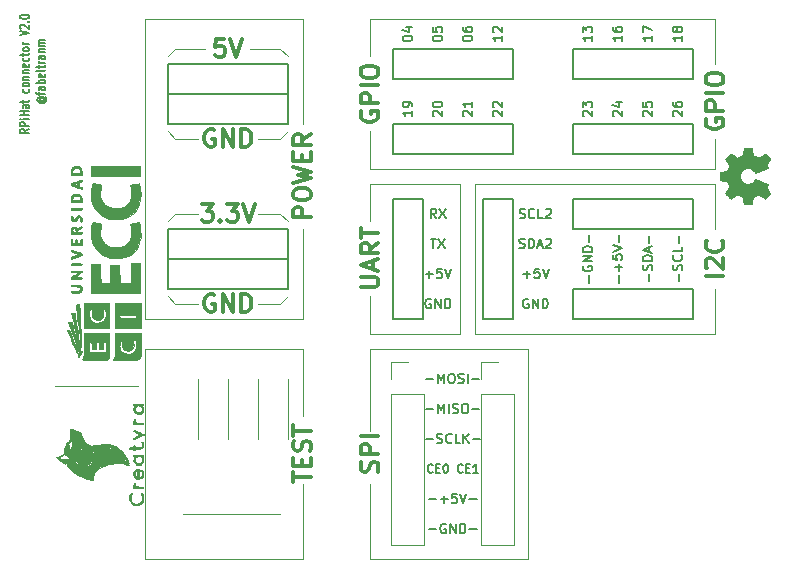
<source format=gbr>
G04 #@! TF.FileFunction,Legend,Top*
%FSLAX46Y46*%
G04 Gerber Fmt 4.6, Leading zero omitted, Abs format (unit mm)*
G04 Created by KiCad (PCBNEW 4.0.6-e0-6349~53~ubuntu14.04.1) date Thu May  4 07:53:51 2017*
%MOMM*%
%LPD*%
G01*
G04 APERTURE LIST*
%ADD10C,0.100000*%
%ADD11C,0.150000*%
%ADD12C,0.300000*%
%ADD13C,0.120000*%
%ADD14C,0.010000*%
G04 APERTURE END LIST*
D10*
X101981000Y-104673400D02*
X94996000Y-104673400D01*
X150876000Y-73558400D02*
X150876000Y-77368400D01*
X121666000Y-73558400D02*
X150876000Y-73558400D01*
X121666000Y-76733400D02*
X121666000Y-73558400D01*
X121666000Y-86258400D02*
X121666000Y-83083400D01*
X137541000Y-86258400D02*
X121666000Y-86258400D01*
X150876000Y-86258400D02*
X137541000Y-86258400D01*
X150876000Y-83718400D02*
X150876000Y-86258400D01*
X115951000Y-119278400D02*
X115951000Y-112928400D01*
X115951000Y-119278400D02*
X102616000Y-119278400D01*
X102616000Y-101498400D02*
X102616000Y-119278400D01*
X102616000Y-101498400D02*
X115951000Y-101498400D01*
X115951000Y-107213400D02*
X115951000Y-101498400D01*
X114046000Y-115468400D02*
X105791000Y-115468400D01*
X107061000Y-104038400D02*
X107061000Y-109118400D01*
X109601000Y-109118400D02*
X109601000Y-104038400D01*
X112141000Y-109118400D02*
X112141000Y-104038400D01*
X114681000Y-109118400D02*
X114681000Y-104038400D01*
X121666000Y-119278400D02*
X122301000Y-119278400D01*
X121666000Y-112928400D02*
X121666000Y-119278400D01*
X121666000Y-108483400D02*
X121666000Y-101498400D01*
X121666000Y-101498400D02*
X122301000Y-101498400D01*
X129286000Y-100228400D02*
X129286000Y-87528400D01*
X121666000Y-100228400D02*
X129286000Y-100228400D01*
X121666000Y-97053400D02*
X121666000Y-100228400D01*
X121666000Y-87528400D02*
X121666000Y-90703400D01*
X129286000Y-87528400D02*
X121666000Y-87528400D01*
X150876000Y-100228400D02*
X150876000Y-96418400D01*
X130556000Y-100228400D02*
X150876000Y-100228400D01*
X130556000Y-99593400D02*
X130556000Y-100228400D01*
X130556000Y-87528400D02*
X130556000Y-99593400D01*
X150876000Y-87528400D02*
X130556000Y-87528400D01*
X150876000Y-91338400D02*
X150876000Y-87528400D01*
X115951000Y-73558400D02*
X115951000Y-82448400D01*
X115951000Y-73558400D02*
X102616000Y-73558400D01*
X102616000Y-98958400D02*
X102616000Y-73558400D01*
X102616000Y-98958400D02*
X115951000Y-98958400D01*
X115951000Y-91338400D02*
X115951000Y-98958400D01*
X114046000Y-83718400D02*
X114681000Y-83083400D01*
X112141000Y-83718400D02*
X114046000Y-83718400D01*
X105156000Y-83718400D02*
X104521000Y-83083400D01*
X107061000Y-83718400D02*
X105156000Y-83718400D01*
X114046000Y-90068400D02*
X114681000Y-90703400D01*
X112141000Y-90068400D02*
X114046000Y-90068400D01*
X105156000Y-90068400D02*
X104521000Y-90703400D01*
X107061000Y-90068400D02*
X105156000Y-90068400D01*
X105156000Y-97688400D02*
X104521000Y-97053400D01*
X107061000Y-97688400D02*
X105156000Y-97688400D01*
X114046000Y-97688400D02*
X114681000Y-97053400D01*
X112141000Y-97688400D02*
X114046000Y-97688400D01*
X135001000Y-101498400D02*
X122301000Y-101498400D01*
X135001000Y-119278400D02*
X122301000Y-119278400D01*
X135001000Y-118008400D02*
X135001000Y-119278400D01*
X135001000Y-101498400D02*
X135001000Y-118008400D01*
X114046000Y-76098400D02*
X114681000Y-76733400D01*
X111506000Y-76098400D02*
X114046000Y-76098400D01*
X105156000Y-76098400D02*
X104521000Y-76733400D01*
X107696000Y-76098400D02*
X105156000Y-76098400D01*
D11*
X92777905Y-82889115D02*
X92396952Y-83089115D01*
X92777905Y-83231972D02*
X91977905Y-83231972D01*
X91977905Y-83003400D01*
X92016000Y-82946258D01*
X92054095Y-82917686D01*
X92130286Y-82889115D01*
X92244571Y-82889115D01*
X92320762Y-82917686D01*
X92358857Y-82946258D01*
X92396952Y-83003400D01*
X92396952Y-83231972D01*
X92777905Y-82631972D02*
X91977905Y-82631972D01*
X91977905Y-82403400D01*
X92016000Y-82346258D01*
X92054095Y-82317686D01*
X92130286Y-82289115D01*
X92244571Y-82289115D01*
X92320762Y-82317686D01*
X92358857Y-82346258D01*
X92396952Y-82403400D01*
X92396952Y-82631972D01*
X92777905Y-82031972D02*
X92244571Y-82031972D01*
X91977905Y-82031972D02*
X92016000Y-82060543D01*
X92054095Y-82031972D01*
X92016000Y-82003400D01*
X91977905Y-82031972D01*
X92054095Y-82031972D01*
X92777905Y-81746258D02*
X91977905Y-81746258D01*
X92358857Y-81746258D02*
X92358857Y-81403401D01*
X92777905Y-81403401D02*
X91977905Y-81403401D01*
X92777905Y-80860544D02*
X92358857Y-80860544D01*
X92282667Y-80889115D01*
X92244571Y-80946258D01*
X92244571Y-81060544D01*
X92282667Y-81117687D01*
X92739810Y-80860544D02*
X92777905Y-80917687D01*
X92777905Y-81060544D01*
X92739810Y-81117687D01*
X92663619Y-81146258D01*
X92587429Y-81146258D01*
X92511238Y-81117687D01*
X92473143Y-81060544D01*
X92473143Y-80917687D01*
X92435048Y-80860544D01*
X92244571Y-80660544D02*
X92244571Y-80431973D01*
X91977905Y-80574830D02*
X92663619Y-80574830D01*
X92739810Y-80546258D01*
X92777905Y-80489116D01*
X92777905Y-80431973D01*
X92739810Y-79517687D02*
X92777905Y-79574830D01*
X92777905Y-79689116D01*
X92739810Y-79746258D01*
X92701714Y-79774830D01*
X92625524Y-79803401D01*
X92396952Y-79803401D01*
X92320762Y-79774830D01*
X92282667Y-79746258D01*
X92244571Y-79689116D01*
X92244571Y-79574830D01*
X92282667Y-79517687D01*
X92777905Y-79174830D02*
X92739810Y-79231972D01*
X92701714Y-79260544D01*
X92625524Y-79289115D01*
X92396952Y-79289115D01*
X92320762Y-79260544D01*
X92282667Y-79231972D01*
X92244571Y-79174830D01*
X92244571Y-79089115D01*
X92282667Y-79031972D01*
X92320762Y-79003401D01*
X92396952Y-78974830D01*
X92625524Y-78974830D01*
X92701714Y-79003401D01*
X92739810Y-79031972D01*
X92777905Y-79089115D01*
X92777905Y-79174830D01*
X92244571Y-78717687D02*
X92777905Y-78717687D01*
X92320762Y-78717687D02*
X92282667Y-78689115D01*
X92244571Y-78631973D01*
X92244571Y-78546258D01*
X92282667Y-78489115D01*
X92358857Y-78460544D01*
X92777905Y-78460544D01*
X92244571Y-78174830D02*
X92777905Y-78174830D01*
X92320762Y-78174830D02*
X92282667Y-78146258D01*
X92244571Y-78089116D01*
X92244571Y-78003401D01*
X92282667Y-77946258D01*
X92358857Y-77917687D01*
X92777905Y-77917687D01*
X92739810Y-77403401D02*
X92777905Y-77460544D01*
X92777905Y-77574830D01*
X92739810Y-77631973D01*
X92663619Y-77660544D01*
X92358857Y-77660544D01*
X92282667Y-77631973D01*
X92244571Y-77574830D01*
X92244571Y-77460544D01*
X92282667Y-77403401D01*
X92358857Y-77374830D01*
X92435048Y-77374830D01*
X92511238Y-77660544D01*
X92739810Y-76860544D02*
X92777905Y-76917687D01*
X92777905Y-77031973D01*
X92739810Y-77089115D01*
X92701714Y-77117687D01*
X92625524Y-77146258D01*
X92396952Y-77146258D01*
X92320762Y-77117687D01*
X92282667Y-77089115D01*
X92244571Y-77031973D01*
X92244571Y-76917687D01*
X92282667Y-76860544D01*
X92244571Y-76689115D02*
X92244571Y-76460544D01*
X91977905Y-76603401D02*
X92663619Y-76603401D01*
X92739810Y-76574829D01*
X92777905Y-76517687D01*
X92777905Y-76460544D01*
X92777905Y-76174830D02*
X92739810Y-76231972D01*
X92701714Y-76260544D01*
X92625524Y-76289115D01*
X92396952Y-76289115D01*
X92320762Y-76260544D01*
X92282667Y-76231972D01*
X92244571Y-76174830D01*
X92244571Y-76089115D01*
X92282667Y-76031972D01*
X92320762Y-76003401D01*
X92396952Y-75974830D01*
X92625524Y-75974830D01*
X92701714Y-76003401D01*
X92739810Y-76031972D01*
X92777905Y-76089115D01*
X92777905Y-76174830D01*
X92777905Y-75717687D02*
X92244571Y-75717687D01*
X92396952Y-75717687D02*
X92320762Y-75689115D01*
X92282667Y-75660544D01*
X92244571Y-75603401D01*
X92244571Y-75546258D01*
X91977905Y-74974829D02*
X92777905Y-74774829D01*
X91977905Y-74574829D01*
X92054095Y-74403400D02*
X92016000Y-74374829D01*
X91977905Y-74317686D01*
X91977905Y-74174829D01*
X92016000Y-74117686D01*
X92054095Y-74089115D01*
X92130286Y-74060543D01*
X92206476Y-74060543D01*
X92320762Y-74089115D01*
X92777905Y-74431972D01*
X92777905Y-74060543D01*
X92701714Y-73803400D02*
X92739810Y-73774828D01*
X92777905Y-73803400D01*
X92739810Y-73831971D01*
X92701714Y-73803400D01*
X92777905Y-73803400D01*
X91977905Y-73403400D02*
X91977905Y-73346257D01*
X92016000Y-73289114D01*
X92054095Y-73260543D01*
X92130286Y-73231972D01*
X92282667Y-73203400D01*
X92473143Y-73203400D01*
X92625524Y-73231972D01*
X92701714Y-73260543D01*
X92739810Y-73289114D01*
X92777905Y-73346257D01*
X92777905Y-73403400D01*
X92739810Y-73460543D01*
X92701714Y-73489114D01*
X92625524Y-73517686D01*
X92473143Y-73546257D01*
X92282667Y-73546257D01*
X92130286Y-73517686D01*
X92054095Y-73489114D01*
X92016000Y-73460543D01*
X91977905Y-73403400D01*
X93746952Y-80303400D02*
X93708857Y-80331972D01*
X93670762Y-80389115D01*
X93670762Y-80446257D01*
X93708857Y-80503400D01*
X93746952Y-80531972D01*
X93823143Y-80560543D01*
X93899333Y-80560543D01*
X93975524Y-80531972D01*
X94013619Y-80503400D01*
X94051714Y-80446257D01*
X94051714Y-80389115D01*
X94013619Y-80331972D01*
X93975524Y-80303400D01*
X93670762Y-80303400D02*
X93975524Y-80303400D01*
X94013619Y-80274829D01*
X94013619Y-80246257D01*
X93975524Y-80189115D01*
X93899333Y-80160543D01*
X93708857Y-80160543D01*
X93594571Y-80217686D01*
X93518381Y-80303400D01*
X93480286Y-80417686D01*
X93518381Y-80531972D01*
X93594571Y-80617686D01*
X93708857Y-80674829D01*
X93861238Y-80703400D01*
X94013619Y-80674829D01*
X94127905Y-80617686D01*
X94204095Y-80531972D01*
X94242190Y-80417686D01*
X94204095Y-80303400D01*
X94127905Y-80217686D01*
X93594571Y-79989114D02*
X93594571Y-79760543D01*
X94127905Y-79903400D02*
X93442190Y-79903400D01*
X93366000Y-79874828D01*
X93327905Y-79817686D01*
X93327905Y-79760543D01*
X94127905Y-79303400D02*
X93708857Y-79303400D01*
X93632667Y-79331971D01*
X93594571Y-79389114D01*
X93594571Y-79503400D01*
X93632667Y-79560543D01*
X94089810Y-79303400D02*
X94127905Y-79360543D01*
X94127905Y-79503400D01*
X94089810Y-79560543D01*
X94013619Y-79589114D01*
X93937429Y-79589114D01*
X93861238Y-79560543D01*
X93823143Y-79503400D01*
X93823143Y-79360543D01*
X93785048Y-79303400D01*
X94127905Y-79017686D02*
X93327905Y-79017686D01*
X93632667Y-79017686D02*
X93594571Y-78960543D01*
X93594571Y-78846257D01*
X93632667Y-78789114D01*
X93670762Y-78760543D01*
X93746952Y-78731972D01*
X93975524Y-78731972D01*
X94051714Y-78760543D01*
X94089810Y-78789114D01*
X94127905Y-78846257D01*
X94127905Y-78960543D01*
X94089810Y-79017686D01*
X94089810Y-78246257D02*
X94127905Y-78303400D01*
X94127905Y-78417686D01*
X94089810Y-78474829D01*
X94013619Y-78503400D01*
X93708857Y-78503400D01*
X93632667Y-78474829D01*
X93594571Y-78417686D01*
X93594571Y-78303400D01*
X93632667Y-78246257D01*
X93708857Y-78217686D01*
X93785048Y-78217686D01*
X93861238Y-78503400D01*
X94127905Y-77874829D02*
X94089810Y-77931971D01*
X94013619Y-77960543D01*
X93327905Y-77960543D01*
X93594571Y-77731971D02*
X93594571Y-77503400D01*
X93327905Y-77646257D02*
X94013619Y-77646257D01*
X94089810Y-77617685D01*
X94127905Y-77560543D01*
X94127905Y-77503400D01*
X94127905Y-77303400D02*
X93594571Y-77303400D01*
X93746952Y-77303400D02*
X93670762Y-77274828D01*
X93632667Y-77246257D01*
X93594571Y-77189114D01*
X93594571Y-77131971D01*
X94127905Y-76674828D02*
X93708857Y-76674828D01*
X93632667Y-76703399D01*
X93594571Y-76760542D01*
X93594571Y-76874828D01*
X93632667Y-76931971D01*
X94089810Y-76674828D02*
X94127905Y-76731971D01*
X94127905Y-76874828D01*
X94089810Y-76931971D01*
X94013619Y-76960542D01*
X93937429Y-76960542D01*
X93861238Y-76931971D01*
X93823143Y-76874828D01*
X93823143Y-76731971D01*
X93785048Y-76674828D01*
X93594571Y-76389114D02*
X94127905Y-76389114D01*
X93670762Y-76389114D02*
X93632667Y-76360542D01*
X93594571Y-76303400D01*
X93594571Y-76217685D01*
X93632667Y-76160542D01*
X93708857Y-76131971D01*
X94127905Y-76131971D01*
X94127905Y-75846257D02*
X93594571Y-75846257D01*
X93670762Y-75846257D02*
X93632667Y-75817685D01*
X93594571Y-75760543D01*
X93594571Y-75674828D01*
X93632667Y-75617685D01*
X93708857Y-75589114D01*
X94127905Y-75589114D01*
X93708857Y-75589114D02*
X93632667Y-75560543D01*
X93594571Y-75503400D01*
X93594571Y-75417685D01*
X93632667Y-75360543D01*
X93708857Y-75331971D01*
X94127905Y-75331971D01*
D12*
X115129571Y-112781257D02*
X115129571Y-111924114D01*
X116629571Y-112352685D02*
X115129571Y-112352685D01*
X115843857Y-111424114D02*
X115843857Y-110924114D01*
X116629571Y-110709828D02*
X116629571Y-111424114D01*
X115129571Y-111424114D01*
X115129571Y-110709828D01*
X116558143Y-110138400D02*
X116629571Y-109924114D01*
X116629571Y-109566971D01*
X116558143Y-109424114D01*
X116486714Y-109352685D01*
X116343857Y-109281257D01*
X116201000Y-109281257D01*
X116058143Y-109352685D01*
X115986714Y-109424114D01*
X115915286Y-109566971D01*
X115843857Y-109852685D01*
X115772429Y-109995543D01*
X115701000Y-110066971D01*
X115558143Y-110138400D01*
X115415286Y-110138400D01*
X115272429Y-110066971D01*
X115201000Y-109995543D01*
X115129571Y-109852685D01*
X115129571Y-109495543D01*
X115201000Y-109281257D01*
X115129571Y-108852686D02*
X115129571Y-107995543D01*
X116629571Y-108424114D02*
X115129571Y-108424114D01*
X116629571Y-90357686D02*
X115129571Y-90357686D01*
X115129571Y-89786258D01*
X115201000Y-89643400D01*
X115272429Y-89571972D01*
X115415286Y-89500543D01*
X115629571Y-89500543D01*
X115772429Y-89571972D01*
X115843857Y-89643400D01*
X115915286Y-89786258D01*
X115915286Y-90357686D01*
X115129571Y-88571972D02*
X115129571Y-88286258D01*
X115201000Y-88143400D01*
X115343857Y-88000543D01*
X115629571Y-87929115D01*
X116129571Y-87929115D01*
X116415286Y-88000543D01*
X116558143Y-88143400D01*
X116629571Y-88286258D01*
X116629571Y-88571972D01*
X116558143Y-88714829D01*
X116415286Y-88857686D01*
X116129571Y-88929115D01*
X115629571Y-88929115D01*
X115343857Y-88857686D01*
X115201000Y-88714829D01*
X115129571Y-88571972D01*
X115129571Y-87429114D02*
X116629571Y-87071971D01*
X115558143Y-86786257D01*
X116629571Y-86500543D01*
X115129571Y-86143400D01*
X115843857Y-85571971D02*
X115843857Y-85071971D01*
X116629571Y-84857685D02*
X116629571Y-85571971D01*
X115129571Y-85571971D01*
X115129571Y-84857685D01*
X116629571Y-83357685D02*
X115915286Y-83857685D01*
X116629571Y-84214828D02*
X115129571Y-84214828D01*
X115129571Y-83643400D01*
X115201000Y-83500542D01*
X115272429Y-83429114D01*
X115415286Y-83357685D01*
X115629571Y-83357685D01*
X115772429Y-83429114D01*
X115843857Y-83500542D01*
X115915286Y-83643400D01*
X115915286Y-84214828D01*
X120916000Y-81408400D02*
X120844571Y-81551257D01*
X120844571Y-81765543D01*
X120916000Y-81979828D01*
X121058857Y-82122686D01*
X121201714Y-82194114D01*
X121487429Y-82265543D01*
X121701714Y-82265543D01*
X121987429Y-82194114D01*
X122130286Y-82122686D01*
X122273143Y-81979828D01*
X122344571Y-81765543D01*
X122344571Y-81622686D01*
X122273143Y-81408400D01*
X122201714Y-81336971D01*
X121701714Y-81336971D01*
X121701714Y-81622686D01*
X122344571Y-80694114D02*
X120844571Y-80694114D01*
X120844571Y-80122686D01*
X120916000Y-79979828D01*
X120987429Y-79908400D01*
X121130286Y-79836971D01*
X121344571Y-79836971D01*
X121487429Y-79908400D01*
X121558857Y-79979828D01*
X121630286Y-80122686D01*
X121630286Y-80694114D01*
X122344571Y-79194114D02*
X120844571Y-79194114D01*
X120844571Y-78194114D02*
X120844571Y-77908400D01*
X120916000Y-77765542D01*
X121058857Y-77622685D01*
X121344571Y-77551257D01*
X121844571Y-77551257D01*
X122130286Y-77622685D01*
X122273143Y-77765542D01*
X122344571Y-77908400D01*
X122344571Y-78194114D01*
X122273143Y-78336971D01*
X122130286Y-78479828D01*
X121844571Y-78551257D01*
X121344571Y-78551257D01*
X121058857Y-78479828D01*
X120916000Y-78336971D01*
X120844571Y-78194114D01*
D11*
X127247667Y-90430305D02*
X126981000Y-90049352D01*
X126790524Y-90430305D02*
X126790524Y-89630305D01*
X127095286Y-89630305D01*
X127171477Y-89668400D01*
X127209572Y-89706495D01*
X127247667Y-89782686D01*
X127247667Y-89896971D01*
X127209572Y-89973162D01*
X127171477Y-90011257D01*
X127095286Y-90049352D01*
X126790524Y-90049352D01*
X127514334Y-89630305D02*
X128047667Y-90430305D01*
X128047667Y-89630305D02*
X127514334Y-90430305D01*
X126771476Y-92170305D02*
X127228619Y-92170305D01*
X127000048Y-92970305D02*
X127000048Y-92170305D01*
X127419096Y-92170305D02*
X127952429Y-92970305D01*
X127952429Y-92170305D02*
X127419096Y-92970305D01*
X126352429Y-95205543D02*
X126961953Y-95205543D01*
X126657191Y-95510305D02*
X126657191Y-94900781D01*
X127723858Y-94710305D02*
X127342905Y-94710305D01*
X127304810Y-95091257D01*
X127342905Y-95053162D01*
X127419096Y-95015067D01*
X127609572Y-95015067D01*
X127685762Y-95053162D01*
X127723858Y-95091257D01*
X127761953Y-95167448D01*
X127761953Y-95357924D01*
X127723858Y-95434114D01*
X127685762Y-95472210D01*
X127609572Y-95510305D01*
X127419096Y-95510305D01*
X127342905Y-95472210D01*
X127304810Y-95434114D01*
X127990524Y-94710305D02*
X128257191Y-95510305D01*
X128523858Y-94710305D01*
X126771477Y-97288400D02*
X126695286Y-97250305D01*
X126581001Y-97250305D01*
X126466715Y-97288400D01*
X126390524Y-97364590D01*
X126352429Y-97440781D01*
X126314334Y-97593162D01*
X126314334Y-97707448D01*
X126352429Y-97859829D01*
X126390524Y-97936019D01*
X126466715Y-98012210D01*
X126581001Y-98050305D01*
X126657191Y-98050305D01*
X126771477Y-98012210D01*
X126809572Y-97974114D01*
X126809572Y-97707448D01*
X126657191Y-97707448D01*
X127152429Y-98050305D02*
X127152429Y-97250305D01*
X127609572Y-98050305D01*
X127609572Y-97250305D01*
X127990524Y-98050305D02*
X127990524Y-97250305D01*
X128181000Y-97250305D01*
X128295286Y-97288400D01*
X128371477Y-97364590D01*
X128409572Y-97440781D01*
X128447667Y-97593162D01*
X128447667Y-97707448D01*
X128409572Y-97859829D01*
X128371477Y-97936019D01*
X128295286Y-98012210D01*
X128181000Y-98050305D01*
X127990524Y-98050305D01*
X126631953Y-116795543D02*
X127241477Y-116795543D01*
X128041477Y-116338400D02*
X127965286Y-116300305D01*
X127851001Y-116300305D01*
X127736715Y-116338400D01*
X127660524Y-116414590D01*
X127622429Y-116490781D01*
X127584334Y-116643162D01*
X127584334Y-116757448D01*
X127622429Y-116909829D01*
X127660524Y-116986019D01*
X127736715Y-117062210D01*
X127851001Y-117100305D01*
X127927191Y-117100305D01*
X128041477Y-117062210D01*
X128079572Y-117024114D01*
X128079572Y-116757448D01*
X127927191Y-116757448D01*
X128422429Y-117100305D02*
X128422429Y-116300305D01*
X128879572Y-117100305D01*
X128879572Y-116300305D01*
X129260524Y-117100305D02*
X129260524Y-116300305D01*
X129451000Y-116300305D01*
X129565286Y-116338400D01*
X129641477Y-116414590D01*
X129679572Y-116490781D01*
X129717667Y-116643162D01*
X129717667Y-116757448D01*
X129679572Y-116909829D01*
X129641477Y-116986019D01*
X129565286Y-117062210D01*
X129451000Y-117100305D01*
X129260524Y-117100305D01*
X130060524Y-116795543D02*
X130670048Y-116795543D01*
X126631953Y-114255543D02*
X127241477Y-114255543D01*
X127622429Y-114255543D02*
X128231953Y-114255543D01*
X127927191Y-114560305D02*
X127927191Y-113950781D01*
X128993858Y-113760305D02*
X128612905Y-113760305D01*
X128574810Y-114141257D01*
X128612905Y-114103162D01*
X128689096Y-114065067D01*
X128879572Y-114065067D01*
X128955762Y-114103162D01*
X128993858Y-114141257D01*
X129031953Y-114217448D01*
X129031953Y-114407924D01*
X128993858Y-114484114D01*
X128955762Y-114522210D01*
X128879572Y-114560305D01*
X128689096Y-114560305D01*
X128612905Y-114522210D01*
X128574810Y-114484114D01*
X129260524Y-113760305D02*
X129527191Y-114560305D01*
X129793858Y-113760305D01*
X130060524Y-114255543D02*
X130670048Y-114255543D01*
X126951001Y-111908400D02*
X126917667Y-111941733D01*
X126817667Y-111975067D01*
X126751001Y-111975067D01*
X126651001Y-111941733D01*
X126584334Y-111875067D01*
X126551001Y-111808400D01*
X126517667Y-111675067D01*
X126517667Y-111575067D01*
X126551001Y-111441733D01*
X126584334Y-111375067D01*
X126651001Y-111308400D01*
X126751001Y-111275067D01*
X126817667Y-111275067D01*
X126917667Y-111308400D01*
X126951001Y-111341733D01*
X127251001Y-111608400D02*
X127484334Y-111608400D01*
X127584334Y-111975067D02*
X127251001Y-111975067D01*
X127251001Y-111275067D01*
X127584334Y-111275067D01*
X128017667Y-111275067D02*
X128084334Y-111275067D01*
X128151000Y-111308400D01*
X128184334Y-111341733D01*
X128217667Y-111408400D01*
X128251000Y-111541733D01*
X128251000Y-111708400D01*
X128217667Y-111841733D01*
X128184334Y-111908400D01*
X128151000Y-111941733D01*
X128084334Y-111975067D01*
X128017667Y-111975067D01*
X127951000Y-111941733D01*
X127917667Y-111908400D01*
X127884334Y-111841733D01*
X127851000Y-111708400D01*
X127851000Y-111541733D01*
X127884334Y-111408400D01*
X127917667Y-111341733D01*
X127951000Y-111308400D01*
X128017667Y-111275067D01*
X129484334Y-111908400D02*
X129451000Y-111941733D01*
X129351000Y-111975067D01*
X129284334Y-111975067D01*
X129184334Y-111941733D01*
X129117667Y-111875067D01*
X129084334Y-111808400D01*
X129051000Y-111675067D01*
X129051000Y-111575067D01*
X129084334Y-111441733D01*
X129117667Y-111375067D01*
X129184334Y-111308400D01*
X129284334Y-111275067D01*
X129351000Y-111275067D01*
X129451000Y-111308400D01*
X129484334Y-111341733D01*
X129784334Y-111608400D02*
X130017667Y-111608400D01*
X130117667Y-111975067D02*
X129784334Y-111975067D01*
X129784334Y-111275067D01*
X130117667Y-111275067D01*
X130784333Y-111975067D02*
X130384333Y-111975067D01*
X130584333Y-111975067D02*
X130584333Y-111275067D01*
X130517667Y-111375067D01*
X130451000Y-111441733D01*
X130384333Y-111475067D01*
X126346238Y-109175543D02*
X126955762Y-109175543D01*
X127298619Y-109442210D02*
X127412905Y-109480305D01*
X127603381Y-109480305D01*
X127679571Y-109442210D01*
X127717667Y-109404114D01*
X127755762Y-109327924D01*
X127755762Y-109251733D01*
X127717667Y-109175543D01*
X127679571Y-109137448D01*
X127603381Y-109099352D01*
X127451000Y-109061257D01*
X127374809Y-109023162D01*
X127336714Y-108985067D01*
X127298619Y-108908876D01*
X127298619Y-108832686D01*
X127336714Y-108756495D01*
X127374809Y-108718400D01*
X127451000Y-108680305D01*
X127641476Y-108680305D01*
X127755762Y-108718400D01*
X128555762Y-109404114D02*
X128517667Y-109442210D01*
X128403381Y-109480305D01*
X128327191Y-109480305D01*
X128212905Y-109442210D01*
X128136714Y-109366019D01*
X128098619Y-109289829D01*
X128060524Y-109137448D01*
X128060524Y-109023162D01*
X128098619Y-108870781D01*
X128136714Y-108794590D01*
X128212905Y-108718400D01*
X128327191Y-108680305D01*
X128403381Y-108680305D01*
X128517667Y-108718400D01*
X128555762Y-108756495D01*
X129279572Y-109480305D02*
X128898619Y-109480305D01*
X128898619Y-108680305D01*
X129546238Y-109480305D02*
X129546238Y-108680305D01*
X130003381Y-109480305D02*
X129660524Y-109023162D01*
X130003381Y-108680305D02*
X129546238Y-109137448D01*
X130346238Y-109175543D02*
X130955762Y-109175543D01*
X126403381Y-106635543D02*
X127012905Y-106635543D01*
X127393857Y-106940305D02*
X127393857Y-106140305D01*
X127660524Y-106711733D01*
X127927191Y-106140305D01*
X127927191Y-106940305D01*
X128308143Y-106940305D02*
X128308143Y-106140305D01*
X128651000Y-106902210D02*
X128765286Y-106940305D01*
X128955762Y-106940305D01*
X129031952Y-106902210D01*
X129070048Y-106864114D01*
X129108143Y-106787924D01*
X129108143Y-106711733D01*
X129070048Y-106635543D01*
X129031952Y-106597448D01*
X128955762Y-106559352D01*
X128803381Y-106521257D01*
X128727190Y-106483162D01*
X128689095Y-106445067D01*
X128651000Y-106368876D01*
X128651000Y-106292686D01*
X128689095Y-106216495D01*
X128727190Y-106178400D01*
X128803381Y-106140305D01*
X128993857Y-106140305D01*
X129108143Y-106178400D01*
X129603381Y-106140305D02*
X129755762Y-106140305D01*
X129831953Y-106178400D01*
X129908143Y-106254590D01*
X129946238Y-106406971D01*
X129946238Y-106673638D01*
X129908143Y-106826019D01*
X129831953Y-106902210D01*
X129755762Y-106940305D01*
X129603381Y-106940305D01*
X129527191Y-106902210D01*
X129451000Y-106826019D01*
X129412905Y-106673638D01*
X129412905Y-106406971D01*
X129451000Y-106254590D01*
X129527191Y-106178400D01*
X129603381Y-106140305D01*
X130289095Y-106635543D02*
X130898619Y-106635543D01*
X126403381Y-104095543D02*
X127012905Y-104095543D01*
X127393857Y-104400305D02*
X127393857Y-103600305D01*
X127660524Y-104171733D01*
X127927191Y-103600305D01*
X127927191Y-104400305D01*
X128460524Y-103600305D02*
X128612905Y-103600305D01*
X128689096Y-103638400D01*
X128765286Y-103714590D01*
X128803381Y-103866971D01*
X128803381Y-104133638D01*
X128765286Y-104286019D01*
X128689096Y-104362210D01*
X128612905Y-104400305D01*
X128460524Y-104400305D01*
X128384334Y-104362210D01*
X128308143Y-104286019D01*
X128270048Y-104133638D01*
X128270048Y-103866971D01*
X128308143Y-103714590D01*
X128384334Y-103638400D01*
X128460524Y-103600305D01*
X129108143Y-104362210D02*
X129222429Y-104400305D01*
X129412905Y-104400305D01*
X129489095Y-104362210D01*
X129527191Y-104324114D01*
X129565286Y-104247924D01*
X129565286Y-104171733D01*
X129527191Y-104095543D01*
X129489095Y-104057448D01*
X129412905Y-104019352D01*
X129260524Y-103981257D01*
X129184333Y-103943162D01*
X129146238Y-103905067D01*
X129108143Y-103828876D01*
X129108143Y-103752686D01*
X129146238Y-103676495D01*
X129184333Y-103638400D01*
X129260524Y-103600305D01*
X129451000Y-103600305D01*
X129565286Y-103638400D01*
X129908143Y-104400305D02*
X129908143Y-103600305D01*
X130289095Y-104095543D02*
X130898619Y-104095543D01*
X135026477Y-97288400D02*
X134950286Y-97250305D01*
X134836001Y-97250305D01*
X134721715Y-97288400D01*
X134645524Y-97364590D01*
X134607429Y-97440781D01*
X134569334Y-97593162D01*
X134569334Y-97707448D01*
X134607429Y-97859829D01*
X134645524Y-97936019D01*
X134721715Y-98012210D01*
X134836001Y-98050305D01*
X134912191Y-98050305D01*
X135026477Y-98012210D01*
X135064572Y-97974114D01*
X135064572Y-97707448D01*
X134912191Y-97707448D01*
X135407429Y-98050305D02*
X135407429Y-97250305D01*
X135864572Y-98050305D01*
X135864572Y-97250305D01*
X136245524Y-98050305D02*
X136245524Y-97250305D01*
X136436000Y-97250305D01*
X136550286Y-97288400D01*
X136626477Y-97364590D01*
X136664572Y-97440781D01*
X136702667Y-97593162D01*
X136702667Y-97707448D01*
X136664572Y-97859829D01*
X136626477Y-97936019D01*
X136550286Y-98012210D01*
X136436000Y-98050305D01*
X136245524Y-98050305D01*
X134607429Y-95205543D02*
X135216953Y-95205543D01*
X134912191Y-95510305D02*
X134912191Y-94900781D01*
X135978858Y-94710305D02*
X135597905Y-94710305D01*
X135559810Y-95091257D01*
X135597905Y-95053162D01*
X135674096Y-95015067D01*
X135864572Y-95015067D01*
X135940762Y-95053162D01*
X135978858Y-95091257D01*
X136016953Y-95167448D01*
X136016953Y-95357924D01*
X135978858Y-95434114D01*
X135940762Y-95472210D01*
X135864572Y-95510305D01*
X135674096Y-95510305D01*
X135597905Y-95472210D01*
X135559810Y-95434114D01*
X136245524Y-94710305D02*
X136512191Y-95510305D01*
X136778858Y-94710305D01*
X134283619Y-92932210D02*
X134397905Y-92970305D01*
X134588381Y-92970305D01*
X134664571Y-92932210D01*
X134702667Y-92894114D01*
X134740762Y-92817924D01*
X134740762Y-92741733D01*
X134702667Y-92665543D01*
X134664571Y-92627448D01*
X134588381Y-92589352D01*
X134436000Y-92551257D01*
X134359809Y-92513162D01*
X134321714Y-92475067D01*
X134283619Y-92398876D01*
X134283619Y-92322686D01*
X134321714Y-92246495D01*
X134359809Y-92208400D01*
X134436000Y-92170305D01*
X134626476Y-92170305D01*
X134740762Y-92208400D01*
X135083619Y-92970305D02*
X135083619Y-92170305D01*
X135274095Y-92170305D01*
X135388381Y-92208400D01*
X135464572Y-92284590D01*
X135502667Y-92360781D01*
X135540762Y-92513162D01*
X135540762Y-92627448D01*
X135502667Y-92779829D01*
X135464572Y-92856019D01*
X135388381Y-92932210D01*
X135274095Y-92970305D01*
X135083619Y-92970305D01*
X135845524Y-92741733D02*
X136226476Y-92741733D01*
X135769333Y-92970305D02*
X136036000Y-92170305D01*
X136302667Y-92970305D01*
X136531238Y-92246495D02*
X136569333Y-92208400D01*
X136645524Y-92170305D01*
X136836000Y-92170305D01*
X136912190Y-92208400D01*
X136950286Y-92246495D01*
X136988381Y-92322686D01*
X136988381Y-92398876D01*
X136950286Y-92513162D01*
X136493143Y-92970305D01*
X136988381Y-92970305D01*
X134302667Y-90392210D02*
X134416953Y-90430305D01*
X134607429Y-90430305D01*
X134683619Y-90392210D01*
X134721715Y-90354114D01*
X134759810Y-90277924D01*
X134759810Y-90201733D01*
X134721715Y-90125543D01*
X134683619Y-90087448D01*
X134607429Y-90049352D01*
X134455048Y-90011257D01*
X134378857Y-89973162D01*
X134340762Y-89935067D01*
X134302667Y-89858876D01*
X134302667Y-89782686D01*
X134340762Y-89706495D01*
X134378857Y-89668400D01*
X134455048Y-89630305D01*
X134645524Y-89630305D01*
X134759810Y-89668400D01*
X135559810Y-90354114D02*
X135521715Y-90392210D01*
X135407429Y-90430305D01*
X135331239Y-90430305D01*
X135216953Y-90392210D01*
X135140762Y-90316019D01*
X135102667Y-90239829D01*
X135064572Y-90087448D01*
X135064572Y-89973162D01*
X135102667Y-89820781D01*
X135140762Y-89744590D01*
X135216953Y-89668400D01*
X135331239Y-89630305D01*
X135407429Y-89630305D01*
X135521715Y-89668400D01*
X135559810Y-89706495D01*
X136283620Y-90430305D02*
X135902667Y-90430305D01*
X135902667Y-89630305D01*
X136512191Y-89706495D02*
X136550286Y-89668400D01*
X136626477Y-89630305D01*
X136816953Y-89630305D01*
X136893143Y-89668400D01*
X136931239Y-89706495D01*
X136969334Y-89782686D01*
X136969334Y-89858876D01*
X136931239Y-89973162D01*
X136474096Y-90430305D01*
X136969334Y-90430305D01*
D12*
X120844571Y-96271257D02*
X122058857Y-96271257D01*
X122201714Y-96199829D01*
X122273143Y-96128400D01*
X122344571Y-95985543D01*
X122344571Y-95699829D01*
X122273143Y-95556971D01*
X122201714Y-95485543D01*
X122058857Y-95414114D01*
X120844571Y-95414114D01*
X121916000Y-94771257D02*
X121916000Y-94056971D01*
X122344571Y-94914114D02*
X120844571Y-94414114D01*
X122344571Y-93914114D01*
X122344571Y-92556971D02*
X121630286Y-93056971D01*
X122344571Y-93414114D02*
X120844571Y-93414114D01*
X120844571Y-92842686D01*
X120916000Y-92699828D01*
X120987429Y-92628400D01*
X121130286Y-92556971D01*
X121344571Y-92556971D01*
X121487429Y-92628400D01*
X121558857Y-92699828D01*
X121630286Y-92842686D01*
X121630286Y-93414114D01*
X120844571Y-92128400D02*
X120844571Y-91271257D01*
X122344571Y-91699828D02*
X120844571Y-91699828D01*
D11*
X140138143Y-95897447D02*
X140138143Y-95287923D01*
X139681000Y-94487923D02*
X139642905Y-94564114D01*
X139642905Y-94678399D01*
X139681000Y-94792685D01*
X139757190Y-94868876D01*
X139833381Y-94906971D01*
X139985762Y-94945066D01*
X140100048Y-94945066D01*
X140252429Y-94906971D01*
X140328619Y-94868876D01*
X140404810Y-94792685D01*
X140442905Y-94678399D01*
X140442905Y-94602209D01*
X140404810Y-94487923D01*
X140366714Y-94449828D01*
X140100048Y-94449828D01*
X140100048Y-94602209D01*
X140442905Y-94106971D02*
X139642905Y-94106971D01*
X140442905Y-93649828D01*
X139642905Y-93649828D01*
X140442905Y-93268876D02*
X139642905Y-93268876D01*
X139642905Y-93078400D01*
X139681000Y-92964114D01*
X139757190Y-92887923D01*
X139833381Y-92849828D01*
X139985762Y-92811733D01*
X140100048Y-92811733D01*
X140252429Y-92849828D01*
X140328619Y-92887923D01*
X140404810Y-92964114D01*
X140442905Y-93078400D01*
X140442905Y-93268876D01*
X140138143Y-92468876D02*
X140138143Y-91859352D01*
X142678143Y-95897447D02*
X142678143Y-95287923D01*
X142678143Y-94906971D02*
X142678143Y-94297447D01*
X142982905Y-94602209D02*
X142373381Y-94602209D01*
X142182905Y-93535542D02*
X142182905Y-93916495D01*
X142563857Y-93954590D01*
X142525762Y-93916495D01*
X142487667Y-93840304D01*
X142487667Y-93649828D01*
X142525762Y-93573638D01*
X142563857Y-93535542D01*
X142640048Y-93497447D01*
X142830524Y-93497447D01*
X142906714Y-93535542D01*
X142944810Y-93573638D01*
X142982905Y-93649828D01*
X142982905Y-93840304D01*
X142944810Y-93916495D01*
X142906714Y-93954590D01*
X142182905Y-93268876D02*
X142982905Y-93002209D01*
X142182905Y-92735542D01*
X142678143Y-92468876D02*
X142678143Y-91859352D01*
X145218143Y-95802209D02*
X145218143Y-95192685D01*
X145484810Y-94849828D02*
X145522905Y-94735542D01*
X145522905Y-94545066D01*
X145484810Y-94468876D01*
X145446714Y-94430780D01*
X145370524Y-94392685D01*
X145294333Y-94392685D01*
X145218143Y-94430780D01*
X145180048Y-94468876D01*
X145141952Y-94545066D01*
X145103857Y-94697447D01*
X145065762Y-94773638D01*
X145027667Y-94811733D01*
X144951476Y-94849828D01*
X144875286Y-94849828D01*
X144799095Y-94811733D01*
X144761000Y-94773638D01*
X144722905Y-94697447D01*
X144722905Y-94506971D01*
X144761000Y-94392685D01*
X145522905Y-94049828D02*
X144722905Y-94049828D01*
X144722905Y-93859352D01*
X144761000Y-93745066D01*
X144837190Y-93668875D01*
X144913381Y-93630780D01*
X145065762Y-93592685D01*
X145180048Y-93592685D01*
X145332429Y-93630780D01*
X145408619Y-93668875D01*
X145484810Y-93745066D01*
X145522905Y-93859352D01*
X145522905Y-94049828D01*
X145294333Y-93287923D02*
X145294333Y-92906971D01*
X145522905Y-93364114D02*
X144722905Y-93097447D01*
X145522905Y-92830780D01*
X145218143Y-92564114D02*
X145218143Y-91954590D01*
X147758143Y-95783162D02*
X147758143Y-95173638D01*
X148024810Y-94830781D02*
X148062905Y-94716495D01*
X148062905Y-94526019D01*
X148024810Y-94449829D01*
X147986714Y-94411733D01*
X147910524Y-94373638D01*
X147834333Y-94373638D01*
X147758143Y-94411733D01*
X147720048Y-94449829D01*
X147681952Y-94526019D01*
X147643857Y-94678400D01*
X147605762Y-94754591D01*
X147567667Y-94792686D01*
X147491476Y-94830781D01*
X147415286Y-94830781D01*
X147339095Y-94792686D01*
X147301000Y-94754591D01*
X147262905Y-94678400D01*
X147262905Y-94487924D01*
X147301000Y-94373638D01*
X147986714Y-93573638D02*
X148024810Y-93611733D01*
X148062905Y-93726019D01*
X148062905Y-93802209D01*
X148024810Y-93916495D01*
X147948619Y-93992686D01*
X147872429Y-94030781D01*
X147720048Y-94068876D01*
X147605762Y-94068876D01*
X147453381Y-94030781D01*
X147377190Y-93992686D01*
X147301000Y-93916495D01*
X147262905Y-93802209D01*
X147262905Y-93726019D01*
X147301000Y-93611733D01*
X147339095Y-93573638D01*
X148062905Y-92849828D02*
X148062905Y-93230781D01*
X147262905Y-93230781D01*
X147758143Y-92583162D02*
X147758143Y-91973638D01*
X147339095Y-81787924D02*
X147301000Y-81749829D01*
X147262905Y-81673638D01*
X147262905Y-81483162D01*
X147301000Y-81406972D01*
X147339095Y-81368876D01*
X147415286Y-81330781D01*
X147491476Y-81330781D01*
X147605762Y-81368876D01*
X148062905Y-81826019D01*
X148062905Y-81330781D01*
X147262905Y-80645067D02*
X147262905Y-80797448D01*
X147301000Y-80873638D01*
X147339095Y-80911733D01*
X147453381Y-80987924D01*
X147605762Y-81026019D01*
X147910524Y-81026019D01*
X147986714Y-80987924D01*
X148024810Y-80949829D01*
X148062905Y-80873638D01*
X148062905Y-80721257D01*
X148024810Y-80645067D01*
X147986714Y-80606971D01*
X147910524Y-80568876D01*
X147720048Y-80568876D01*
X147643857Y-80606971D01*
X147605762Y-80645067D01*
X147567667Y-80721257D01*
X147567667Y-80873638D01*
X147605762Y-80949829D01*
X147643857Y-80987924D01*
X147720048Y-81026019D01*
X144799095Y-81787924D02*
X144761000Y-81749829D01*
X144722905Y-81673638D01*
X144722905Y-81483162D01*
X144761000Y-81406972D01*
X144799095Y-81368876D01*
X144875286Y-81330781D01*
X144951476Y-81330781D01*
X145065762Y-81368876D01*
X145522905Y-81826019D01*
X145522905Y-81330781D01*
X144722905Y-80606971D02*
X144722905Y-80987924D01*
X145103857Y-81026019D01*
X145065762Y-80987924D01*
X145027667Y-80911733D01*
X145027667Y-80721257D01*
X145065762Y-80645067D01*
X145103857Y-80606971D01*
X145180048Y-80568876D01*
X145370524Y-80568876D01*
X145446714Y-80606971D01*
X145484810Y-80645067D01*
X145522905Y-80721257D01*
X145522905Y-80911733D01*
X145484810Y-80987924D01*
X145446714Y-81026019D01*
X142259095Y-81787924D02*
X142221000Y-81749829D01*
X142182905Y-81673638D01*
X142182905Y-81483162D01*
X142221000Y-81406972D01*
X142259095Y-81368876D01*
X142335286Y-81330781D01*
X142411476Y-81330781D01*
X142525762Y-81368876D01*
X142982905Y-81826019D01*
X142982905Y-81330781D01*
X142449571Y-80645067D02*
X142982905Y-80645067D01*
X142144810Y-80835543D02*
X142716238Y-81026019D01*
X142716238Y-80530781D01*
X139719095Y-81787924D02*
X139681000Y-81749829D01*
X139642905Y-81673638D01*
X139642905Y-81483162D01*
X139681000Y-81406972D01*
X139719095Y-81368876D01*
X139795286Y-81330781D01*
X139871476Y-81330781D01*
X139985762Y-81368876D01*
X140442905Y-81826019D01*
X140442905Y-81330781D01*
X139642905Y-81064114D02*
X139642905Y-80568876D01*
X139947667Y-80835543D01*
X139947667Y-80721257D01*
X139985762Y-80645067D01*
X140023857Y-80606971D01*
X140100048Y-80568876D01*
X140290524Y-80568876D01*
X140366714Y-80606971D01*
X140404810Y-80645067D01*
X140442905Y-80721257D01*
X140442905Y-80949829D01*
X140404810Y-81026019D01*
X140366714Y-81064114D01*
X132099095Y-81787924D02*
X132061000Y-81749829D01*
X132022905Y-81673638D01*
X132022905Y-81483162D01*
X132061000Y-81406972D01*
X132099095Y-81368876D01*
X132175286Y-81330781D01*
X132251476Y-81330781D01*
X132365762Y-81368876D01*
X132822905Y-81826019D01*
X132822905Y-81330781D01*
X132099095Y-81026019D02*
X132061000Y-80987924D01*
X132022905Y-80911733D01*
X132022905Y-80721257D01*
X132061000Y-80645067D01*
X132099095Y-80606971D01*
X132175286Y-80568876D01*
X132251476Y-80568876D01*
X132365762Y-80606971D01*
X132822905Y-81064114D01*
X132822905Y-80568876D01*
X129559095Y-81787924D02*
X129521000Y-81749829D01*
X129482905Y-81673638D01*
X129482905Y-81483162D01*
X129521000Y-81406972D01*
X129559095Y-81368876D01*
X129635286Y-81330781D01*
X129711476Y-81330781D01*
X129825762Y-81368876D01*
X130282905Y-81826019D01*
X130282905Y-81330781D01*
X130282905Y-80568876D02*
X130282905Y-81026019D01*
X130282905Y-80797448D02*
X129482905Y-80797448D01*
X129597190Y-80873638D01*
X129673381Y-80949829D01*
X129711476Y-81026019D01*
X127019095Y-81787924D02*
X126981000Y-81749829D01*
X126942905Y-81673638D01*
X126942905Y-81483162D01*
X126981000Y-81406972D01*
X127019095Y-81368876D01*
X127095286Y-81330781D01*
X127171476Y-81330781D01*
X127285762Y-81368876D01*
X127742905Y-81826019D01*
X127742905Y-81330781D01*
X126942905Y-80835543D02*
X126942905Y-80759352D01*
X126981000Y-80683162D01*
X127019095Y-80645067D01*
X127095286Y-80606971D01*
X127247667Y-80568876D01*
X127438143Y-80568876D01*
X127590524Y-80606971D01*
X127666714Y-80645067D01*
X127704810Y-80683162D01*
X127742905Y-80759352D01*
X127742905Y-80835543D01*
X127704810Y-80911733D01*
X127666714Y-80949829D01*
X127590524Y-80987924D01*
X127438143Y-81026019D01*
X127247667Y-81026019D01*
X127095286Y-80987924D01*
X127019095Y-80949829D01*
X126981000Y-80911733D01*
X126942905Y-80835543D01*
X125202905Y-81330781D02*
X125202905Y-81787924D01*
X125202905Y-81559353D02*
X124402905Y-81559353D01*
X124517190Y-81635543D01*
X124593381Y-81711734D01*
X124631476Y-81787924D01*
X125202905Y-80949829D02*
X125202905Y-80797448D01*
X125164810Y-80721257D01*
X125126714Y-80683162D01*
X125012429Y-80606971D01*
X124860048Y-80568876D01*
X124555286Y-80568876D01*
X124479095Y-80606971D01*
X124441000Y-80645067D01*
X124402905Y-80721257D01*
X124402905Y-80873638D01*
X124441000Y-80949829D01*
X124479095Y-80987924D01*
X124555286Y-81026019D01*
X124745762Y-81026019D01*
X124821952Y-80987924D01*
X124860048Y-80949829D01*
X124898143Y-80873638D01*
X124898143Y-80721257D01*
X124860048Y-80645067D01*
X124821952Y-80606971D01*
X124745762Y-80568876D01*
X148062905Y-74980781D02*
X148062905Y-75437924D01*
X148062905Y-75209353D02*
X147262905Y-75209353D01*
X147377190Y-75285543D01*
X147453381Y-75361734D01*
X147491476Y-75437924D01*
X147605762Y-74523638D02*
X147567667Y-74599829D01*
X147529571Y-74637924D01*
X147453381Y-74676019D01*
X147415286Y-74676019D01*
X147339095Y-74637924D01*
X147301000Y-74599829D01*
X147262905Y-74523638D01*
X147262905Y-74371257D01*
X147301000Y-74295067D01*
X147339095Y-74256971D01*
X147415286Y-74218876D01*
X147453381Y-74218876D01*
X147529571Y-74256971D01*
X147567667Y-74295067D01*
X147605762Y-74371257D01*
X147605762Y-74523638D01*
X147643857Y-74599829D01*
X147681952Y-74637924D01*
X147758143Y-74676019D01*
X147910524Y-74676019D01*
X147986714Y-74637924D01*
X148024810Y-74599829D01*
X148062905Y-74523638D01*
X148062905Y-74371257D01*
X148024810Y-74295067D01*
X147986714Y-74256971D01*
X147910524Y-74218876D01*
X147758143Y-74218876D01*
X147681952Y-74256971D01*
X147643857Y-74295067D01*
X147605762Y-74371257D01*
X145522905Y-74980781D02*
X145522905Y-75437924D01*
X145522905Y-75209353D02*
X144722905Y-75209353D01*
X144837190Y-75285543D01*
X144913381Y-75361734D01*
X144951476Y-75437924D01*
X144722905Y-74714114D02*
X144722905Y-74180781D01*
X145522905Y-74523638D01*
X142982905Y-74980781D02*
X142982905Y-75437924D01*
X142982905Y-75209353D02*
X142182905Y-75209353D01*
X142297190Y-75285543D01*
X142373381Y-75361734D01*
X142411476Y-75437924D01*
X142182905Y-74295067D02*
X142182905Y-74447448D01*
X142221000Y-74523638D01*
X142259095Y-74561733D01*
X142373381Y-74637924D01*
X142525762Y-74676019D01*
X142830524Y-74676019D01*
X142906714Y-74637924D01*
X142944810Y-74599829D01*
X142982905Y-74523638D01*
X142982905Y-74371257D01*
X142944810Y-74295067D01*
X142906714Y-74256971D01*
X142830524Y-74218876D01*
X142640048Y-74218876D01*
X142563857Y-74256971D01*
X142525762Y-74295067D01*
X142487667Y-74371257D01*
X142487667Y-74523638D01*
X142525762Y-74599829D01*
X142563857Y-74637924D01*
X142640048Y-74676019D01*
X140442905Y-74980781D02*
X140442905Y-75437924D01*
X140442905Y-75209353D02*
X139642905Y-75209353D01*
X139757190Y-75285543D01*
X139833381Y-75361734D01*
X139871476Y-75437924D01*
X139642905Y-74714114D02*
X139642905Y-74218876D01*
X139947667Y-74485543D01*
X139947667Y-74371257D01*
X139985762Y-74295067D01*
X140023857Y-74256971D01*
X140100048Y-74218876D01*
X140290524Y-74218876D01*
X140366714Y-74256971D01*
X140404810Y-74295067D01*
X140442905Y-74371257D01*
X140442905Y-74599829D01*
X140404810Y-74676019D01*
X140366714Y-74714114D01*
X132822905Y-74980781D02*
X132822905Y-75437924D01*
X132822905Y-75209353D02*
X132022905Y-75209353D01*
X132137190Y-75285543D01*
X132213381Y-75361734D01*
X132251476Y-75437924D01*
X132099095Y-74676019D02*
X132061000Y-74637924D01*
X132022905Y-74561733D01*
X132022905Y-74371257D01*
X132061000Y-74295067D01*
X132099095Y-74256971D01*
X132175286Y-74218876D01*
X132251476Y-74218876D01*
X132365762Y-74256971D01*
X132822905Y-74714114D01*
X132822905Y-74218876D01*
X129482905Y-75247448D02*
X129482905Y-75171257D01*
X129521000Y-75095067D01*
X129559095Y-75056972D01*
X129635286Y-75018876D01*
X129787667Y-74980781D01*
X129978143Y-74980781D01*
X130130524Y-75018876D01*
X130206714Y-75056972D01*
X130244810Y-75095067D01*
X130282905Y-75171257D01*
X130282905Y-75247448D01*
X130244810Y-75323638D01*
X130206714Y-75361734D01*
X130130524Y-75399829D01*
X129978143Y-75437924D01*
X129787667Y-75437924D01*
X129635286Y-75399829D01*
X129559095Y-75361734D01*
X129521000Y-75323638D01*
X129482905Y-75247448D01*
X129482905Y-74295067D02*
X129482905Y-74447448D01*
X129521000Y-74523638D01*
X129559095Y-74561733D01*
X129673381Y-74637924D01*
X129825762Y-74676019D01*
X130130524Y-74676019D01*
X130206714Y-74637924D01*
X130244810Y-74599829D01*
X130282905Y-74523638D01*
X130282905Y-74371257D01*
X130244810Y-74295067D01*
X130206714Y-74256971D01*
X130130524Y-74218876D01*
X129940048Y-74218876D01*
X129863857Y-74256971D01*
X129825762Y-74295067D01*
X129787667Y-74371257D01*
X129787667Y-74523638D01*
X129825762Y-74599829D01*
X129863857Y-74637924D01*
X129940048Y-74676019D01*
X126942905Y-75247448D02*
X126942905Y-75171257D01*
X126981000Y-75095067D01*
X127019095Y-75056972D01*
X127095286Y-75018876D01*
X127247667Y-74980781D01*
X127438143Y-74980781D01*
X127590524Y-75018876D01*
X127666714Y-75056972D01*
X127704810Y-75095067D01*
X127742905Y-75171257D01*
X127742905Y-75247448D01*
X127704810Y-75323638D01*
X127666714Y-75361734D01*
X127590524Y-75399829D01*
X127438143Y-75437924D01*
X127247667Y-75437924D01*
X127095286Y-75399829D01*
X127019095Y-75361734D01*
X126981000Y-75323638D01*
X126942905Y-75247448D01*
X126942905Y-74256971D02*
X126942905Y-74637924D01*
X127323857Y-74676019D01*
X127285762Y-74637924D01*
X127247667Y-74561733D01*
X127247667Y-74371257D01*
X127285762Y-74295067D01*
X127323857Y-74256971D01*
X127400048Y-74218876D01*
X127590524Y-74218876D01*
X127666714Y-74256971D01*
X127704810Y-74295067D01*
X127742905Y-74371257D01*
X127742905Y-74561733D01*
X127704810Y-74637924D01*
X127666714Y-74676019D01*
X124402905Y-75247448D02*
X124402905Y-75171257D01*
X124441000Y-75095067D01*
X124479095Y-75056972D01*
X124555286Y-75018876D01*
X124707667Y-74980781D01*
X124898143Y-74980781D01*
X125050524Y-75018876D01*
X125126714Y-75056972D01*
X125164810Y-75095067D01*
X125202905Y-75171257D01*
X125202905Y-75247448D01*
X125164810Y-75323638D01*
X125126714Y-75361734D01*
X125050524Y-75399829D01*
X124898143Y-75437924D01*
X124707667Y-75437924D01*
X124555286Y-75399829D01*
X124479095Y-75361734D01*
X124441000Y-75323638D01*
X124402905Y-75247448D01*
X124669571Y-74295067D02*
X125202905Y-74295067D01*
X124364810Y-74485543D02*
X124936238Y-74676019D01*
X124936238Y-74180781D01*
D12*
X108458143Y-96938400D02*
X108315286Y-96866971D01*
X108101000Y-96866971D01*
X107886715Y-96938400D01*
X107743857Y-97081257D01*
X107672429Y-97224114D01*
X107601000Y-97509829D01*
X107601000Y-97724114D01*
X107672429Y-98009829D01*
X107743857Y-98152686D01*
X107886715Y-98295543D01*
X108101000Y-98366971D01*
X108243857Y-98366971D01*
X108458143Y-98295543D01*
X108529572Y-98224114D01*
X108529572Y-97724114D01*
X108243857Y-97724114D01*
X109172429Y-98366971D02*
X109172429Y-96866971D01*
X110029572Y-98366971D01*
X110029572Y-96866971D01*
X110743858Y-98366971D02*
X110743858Y-96866971D01*
X111101001Y-96866971D01*
X111315286Y-96938400D01*
X111458144Y-97081257D01*
X111529572Y-97224114D01*
X111601001Y-97509829D01*
X111601001Y-97724114D01*
X111529572Y-98009829D01*
X111458144Y-98152686D01*
X111315286Y-98295543D01*
X111101001Y-98366971D01*
X110743858Y-98366971D01*
X107386715Y-89246971D02*
X108315286Y-89246971D01*
X107815286Y-89818400D01*
X108029572Y-89818400D01*
X108172429Y-89889829D01*
X108243858Y-89961257D01*
X108315286Y-90104114D01*
X108315286Y-90461257D01*
X108243858Y-90604114D01*
X108172429Y-90675543D01*
X108029572Y-90746971D01*
X107601000Y-90746971D01*
X107458143Y-90675543D01*
X107386715Y-90604114D01*
X108958143Y-90604114D02*
X109029571Y-90675543D01*
X108958143Y-90746971D01*
X108886714Y-90675543D01*
X108958143Y-90604114D01*
X108958143Y-90746971D01*
X109529572Y-89246971D02*
X110458143Y-89246971D01*
X109958143Y-89818400D01*
X110172429Y-89818400D01*
X110315286Y-89889829D01*
X110386715Y-89961257D01*
X110458143Y-90104114D01*
X110458143Y-90461257D01*
X110386715Y-90604114D01*
X110315286Y-90675543D01*
X110172429Y-90746971D01*
X109743857Y-90746971D01*
X109601000Y-90675543D01*
X109529572Y-90604114D01*
X110886714Y-89246971D02*
X111386714Y-90746971D01*
X111886714Y-89246971D01*
X108458143Y-82968400D02*
X108315286Y-82896971D01*
X108101000Y-82896971D01*
X107886715Y-82968400D01*
X107743857Y-83111257D01*
X107672429Y-83254114D01*
X107601000Y-83539829D01*
X107601000Y-83754114D01*
X107672429Y-84039829D01*
X107743857Y-84182686D01*
X107886715Y-84325543D01*
X108101000Y-84396971D01*
X108243857Y-84396971D01*
X108458143Y-84325543D01*
X108529572Y-84254114D01*
X108529572Y-83754114D01*
X108243857Y-83754114D01*
X109172429Y-84396971D02*
X109172429Y-82896971D01*
X110029572Y-84396971D01*
X110029572Y-82896971D01*
X110743858Y-84396971D02*
X110743858Y-82896971D01*
X111101001Y-82896971D01*
X111315286Y-82968400D01*
X111458144Y-83111257D01*
X111529572Y-83254114D01*
X111601001Y-83539829D01*
X111601001Y-83754114D01*
X111529572Y-84039829D01*
X111458144Y-84182686D01*
X111315286Y-84325543D01*
X111101001Y-84396971D01*
X110743858Y-84396971D01*
X109315287Y-75276971D02*
X108601001Y-75276971D01*
X108529572Y-75991257D01*
X108601001Y-75919829D01*
X108743858Y-75848400D01*
X109101001Y-75848400D01*
X109243858Y-75919829D01*
X109315287Y-75991257D01*
X109386715Y-76134114D01*
X109386715Y-76491257D01*
X109315287Y-76634114D01*
X109243858Y-76705543D01*
X109101001Y-76776971D01*
X108743858Y-76776971D01*
X108601001Y-76705543D01*
X108529572Y-76634114D01*
X109815286Y-75276971D02*
X110315286Y-76776971D01*
X110815286Y-75276971D01*
X122273143Y-111924114D02*
X122344571Y-111709828D01*
X122344571Y-111352685D01*
X122273143Y-111209828D01*
X122201714Y-111138399D01*
X122058857Y-111066971D01*
X121916000Y-111066971D01*
X121773143Y-111138399D01*
X121701714Y-111209828D01*
X121630286Y-111352685D01*
X121558857Y-111638399D01*
X121487429Y-111781257D01*
X121416000Y-111852685D01*
X121273143Y-111924114D01*
X121130286Y-111924114D01*
X120987429Y-111852685D01*
X120916000Y-111781257D01*
X120844571Y-111638399D01*
X120844571Y-111281257D01*
X120916000Y-111066971D01*
X122344571Y-110424114D02*
X120844571Y-110424114D01*
X120844571Y-109852686D01*
X120916000Y-109709828D01*
X120987429Y-109638400D01*
X121130286Y-109566971D01*
X121344571Y-109566971D01*
X121487429Y-109638400D01*
X121558857Y-109709828D01*
X121630286Y-109852686D01*
X121630286Y-110424114D01*
X122344571Y-108924114D02*
X120844571Y-108924114D01*
X151554571Y-95342685D02*
X150054571Y-95342685D01*
X150197429Y-94699828D02*
X150126000Y-94628399D01*
X150054571Y-94485542D01*
X150054571Y-94128399D01*
X150126000Y-93985542D01*
X150197429Y-93914113D01*
X150340286Y-93842685D01*
X150483143Y-93842685D01*
X150697429Y-93914113D01*
X151554571Y-94771256D01*
X151554571Y-93842685D01*
X151411714Y-92342685D02*
X151483143Y-92414114D01*
X151554571Y-92628400D01*
X151554571Y-92771257D01*
X151483143Y-92985542D01*
X151340286Y-93128400D01*
X151197429Y-93199828D01*
X150911714Y-93271257D01*
X150697429Y-93271257D01*
X150411714Y-93199828D01*
X150268857Y-93128400D01*
X150126000Y-92985542D01*
X150054571Y-92771257D01*
X150054571Y-92628400D01*
X150126000Y-92414114D01*
X150197429Y-92342685D01*
X150126000Y-82043400D02*
X150054571Y-82186257D01*
X150054571Y-82400543D01*
X150126000Y-82614828D01*
X150268857Y-82757686D01*
X150411714Y-82829114D01*
X150697429Y-82900543D01*
X150911714Y-82900543D01*
X151197429Y-82829114D01*
X151340286Y-82757686D01*
X151483143Y-82614828D01*
X151554571Y-82400543D01*
X151554571Y-82257686D01*
X151483143Y-82043400D01*
X151411714Y-81971971D01*
X150911714Y-81971971D01*
X150911714Y-82257686D01*
X151554571Y-81329114D02*
X150054571Y-81329114D01*
X150054571Y-80757686D01*
X150126000Y-80614828D01*
X150197429Y-80543400D01*
X150340286Y-80471971D01*
X150554571Y-80471971D01*
X150697429Y-80543400D01*
X150768857Y-80614828D01*
X150840286Y-80757686D01*
X150840286Y-81329114D01*
X151554571Y-79829114D02*
X150054571Y-79829114D01*
X150054571Y-78829114D02*
X150054571Y-78543400D01*
X150126000Y-78400542D01*
X150268857Y-78257685D01*
X150554571Y-78186257D01*
X151054571Y-78186257D01*
X151340286Y-78257685D01*
X151483143Y-78400542D01*
X151554571Y-78543400D01*
X151554571Y-78829114D01*
X151483143Y-78971971D01*
X151340286Y-79114828D01*
X151054571Y-79186257D01*
X150554571Y-79186257D01*
X150268857Y-79114828D01*
X150126000Y-78971971D01*
X150054571Y-78829114D01*
D11*
X114681000Y-79908400D02*
X114681000Y-82448400D01*
X114681000Y-82448400D02*
X104521000Y-82448400D01*
X104521000Y-82448400D02*
X104521000Y-79908400D01*
X104521000Y-79908400D02*
X114681000Y-79908400D01*
D13*
X123451000Y-105308400D02*
X123451000Y-118128400D01*
X123451000Y-118128400D02*
X126231000Y-118128400D01*
X126231000Y-118128400D02*
X126231000Y-105308400D01*
X126231000Y-105308400D02*
X123451000Y-105308400D01*
X123451000Y-104038400D02*
X123451000Y-102648400D01*
X123451000Y-102648400D02*
X124841000Y-102648400D01*
X131071000Y-105308400D02*
X131071000Y-118128400D01*
X131071000Y-118128400D02*
X133851000Y-118128400D01*
X133851000Y-118128400D02*
X133851000Y-105308400D01*
X133851000Y-105308400D02*
X131071000Y-105308400D01*
X131071000Y-104038400D02*
X131071000Y-102648400D01*
X131071000Y-102648400D02*
X132461000Y-102648400D01*
D11*
X114681000Y-77368400D02*
X114681000Y-79908400D01*
X114681000Y-79908400D02*
X104521000Y-79908400D01*
X104521000Y-79908400D02*
X104521000Y-77368400D01*
X104521000Y-77368400D02*
X114681000Y-77368400D01*
X114681000Y-91338400D02*
X114681000Y-93878400D01*
X114681000Y-93878400D02*
X104521000Y-93878400D01*
X104521000Y-93878400D02*
X104521000Y-91338400D01*
X104521000Y-91338400D02*
X114681000Y-91338400D01*
X114681000Y-93878400D02*
X114681000Y-96418400D01*
X114681000Y-96418400D02*
X104521000Y-96418400D01*
X104521000Y-96418400D02*
X104521000Y-93878400D01*
X104521000Y-93878400D02*
X114681000Y-93878400D01*
X123571000Y-88798400D02*
X126111000Y-88798400D01*
X126111000Y-88798400D02*
X126111000Y-98958400D01*
X126111000Y-98958400D02*
X123571000Y-98958400D01*
X123571000Y-98958400D02*
X123571000Y-88798400D01*
X133731000Y-76098400D02*
X133731000Y-78638400D01*
X133731000Y-78638400D02*
X123571000Y-78638400D01*
X123571000Y-78638400D02*
X123571000Y-76098400D01*
X123571000Y-76098400D02*
X133731000Y-76098400D01*
X133731000Y-82448400D02*
X133731000Y-84988400D01*
X133731000Y-84988400D02*
X123571000Y-84988400D01*
X123571000Y-84988400D02*
X123571000Y-82448400D01*
X123571000Y-82448400D02*
X133731000Y-82448400D01*
X148971000Y-76098400D02*
X148971000Y-78638400D01*
X148971000Y-78638400D02*
X138811000Y-78638400D01*
X138811000Y-78638400D02*
X138811000Y-76098400D01*
X138811000Y-76098400D02*
X148971000Y-76098400D01*
X148971000Y-82448400D02*
X148971000Y-84988400D01*
X148971000Y-84988400D02*
X138811000Y-84988400D01*
X138811000Y-84988400D02*
X138811000Y-82448400D01*
X138811000Y-82448400D02*
X148971000Y-82448400D01*
X131191000Y-88798400D02*
X133731000Y-88798400D01*
X133731000Y-88798400D02*
X133731000Y-98958400D01*
X133731000Y-98958400D02*
X131191000Y-98958400D01*
X131191000Y-98958400D02*
X131191000Y-88798400D01*
X148971000Y-96418400D02*
X148971000Y-98958400D01*
X148971000Y-98958400D02*
X138811000Y-98958400D01*
X138811000Y-98958400D02*
X138811000Y-96418400D01*
X138811000Y-96418400D02*
X148971000Y-96418400D01*
X148971000Y-88798400D02*
X148971000Y-91338400D01*
X148971000Y-91338400D02*
X138811000Y-91338400D01*
X138811000Y-91338400D02*
X138811000Y-88798400D01*
X138811000Y-88798400D02*
X148971000Y-88798400D01*
D14*
G36*
X151231645Y-86781966D02*
X151231956Y-86706607D01*
X151232800Y-86650555D01*
X151234438Y-86610762D01*
X151237138Y-86584183D01*
X151241162Y-86567770D01*
X151246776Y-86558476D01*
X151254244Y-86553255D01*
X151260175Y-86550621D01*
X151280608Y-86544924D01*
X151322063Y-86535613D01*
X151380551Y-86523503D01*
X151452082Y-86509410D01*
X151532666Y-86494147D01*
X151573982Y-86486537D01*
X151656769Y-86471137D01*
X151731735Y-86456637D01*
X151795068Y-86443817D01*
X151842956Y-86433462D01*
X151871587Y-86426353D01*
X151877541Y-86424232D01*
X151887010Y-86410302D01*
X151903841Y-86377306D01*
X151926087Y-86329811D01*
X151951796Y-86272382D01*
X151979021Y-86209586D01*
X152005813Y-86145989D01*
X152030222Y-86086156D01*
X152050299Y-86034655D01*
X152064096Y-85996050D01*
X152069663Y-85974908D01*
X152069694Y-85974065D01*
X152062754Y-85960085D01*
X152043297Y-85928241D01*
X152013280Y-85881545D01*
X151974659Y-85823004D01*
X151929393Y-85755629D01*
X151891894Y-85700580D01*
X151842906Y-85628538D01*
X151799089Y-85563071D01*
X151762398Y-85507183D01*
X151734787Y-85463881D01*
X151718213Y-85436170D01*
X151714200Y-85427394D01*
X151722956Y-85413796D01*
X151747200Y-85385824D01*
X151783889Y-85346479D01*
X151829982Y-85298763D01*
X151882439Y-85245677D01*
X151938219Y-85190223D01*
X151994280Y-85135401D01*
X152047583Y-85084214D01*
X152095085Y-85039661D01*
X152133746Y-85004745D01*
X152160526Y-84982468D01*
X152171858Y-84975700D01*
X152187985Y-84981526D01*
X152219928Y-84999373D01*
X152268543Y-85029799D01*
X152334685Y-85073362D01*
X152419210Y-85130619D01*
X152522974Y-85202126D01*
X152573734Y-85237404D01*
X152622351Y-85270145D01*
X152664643Y-85296568D01*
X152695585Y-85313659D01*
X152709125Y-85318600D01*
X152725290Y-85313797D01*
X152760162Y-85300663D01*
X152809203Y-85281114D01*
X152867877Y-85257064D01*
X152931649Y-85230428D01*
X152995981Y-85203121D01*
X153056338Y-85177059D01*
X153108184Y-85154155D01*
X153146982Y-85136324D01*
X153168196Y-85125483D01*
X153170487Y-85123847D01*
X153174589Y-85110010D01*
X153182540Y-85074738D01*
X153193611Y-85021580D01*
X153207074Y-84954086D01*
X153222202Y-84875803D01*
X153232195Y-84822894D01*
X153248066Y-84738881D01*
X153262730Y-84662697D01*
X153275447Y-84598066D01*
X153285478Y-84548715D01*
X153292084Y-84518370D01*
X153294102Y-84510821D01*
X153300295Y-84505243D01*
X153315865Y-84500921D01*
X153343498Y-84497710D01*
X153385879Y-84495467D01*
X153445695Y-84494047D01*
X153525632Y-84493306D01*
X153624295Y-84493101D01*
X153723636Y-84493219D01*
X153800513Y-84493705D01*
X153857858Y-84494757D01*
X153898607Y-84496573D01*
X153925695Y-84499349D01*
X153942055Y-84503285D01*
X153950622Y-84508576D01*
X153954302Y-84515325D01*
X153959413Y-84537337D01*
X153967457Y-84577300D01*
X153977034Y-84628142D01*
X153981321Y-84651850D01*
X154003681Y-84775599D01*
X154022531Y-84876327D01*
X154038335Y-84956102D01*
X154051557Y-85016991D01*
X154062661Y-85061061D01*
X154072110Y-85090380D01*
X154080369Y-85107015D01*
X154084416Y-85111391D01*
X154101233Y-85120101D01*
X154136782Y-85136038D01*
X154186589Y-85157378D01*
X154246178Y-85182302D01*
X154311074Y-85208989D01*
X154376802Y-85235618D01*
X154438887Y-85260366D01*
X154492853Y-85281415D01*
X154534224Y-85296942D01*
X154558527Y-85305126D01*
X154562526Y-85305936D01*
X154575384Y-85299024D01*
X154606038Y-85279662D01*
X154651412Y-85249880D01*
X154708432Y-85211710D01*
X154774026Y-85167181D01*
X154812520Y-85140800D01*
X154882370Y-85093455D01*
X154946297Y-85051412D01*
X155001018Y-85016728D01*
X155043248Y-84991458D01*
X155069704Y-84977660D01*
X155076169Y-84975700D01*
X155091936Y-84984534D01*
X155122928Y-85009630D01*
X155166828Y-85048885D01*
X155221319Y-85100190D01*
X155284083Y-85161443D01*
X155319408Y-85196714D01*
X155387797Y-85265710D01*
X155440081Y-85319185D01*
X155478192Y-85359500D01*
X155504064Y-85389016D01*
X155519629Y-85410095D01*
X155526821Y-85425097D01*
X155527572Y-85436384D01*
X155523817Y-85446316D01*
X155523792Y-85446362D01*
X155512148Y-85465207D01*
X155488462Y-85501332D01*
X155455149Y-85551136D01*
X155414622Y-85611014D01*
X155369298Y-85677362D01*
X155357583Y-85694417D01*
X155312504Y-85760707D01*
X155272798Y-85820502D01*
X155240603Y-85870463D01*
X155218060Y-85907254D01*
X155207307Y-85927535D01*
X155206700Y-85929858D01*
X155212249Y-85947399D01*
X155227191Y-85981695D01*
X155248967Y-86027090D01*
X155265109Y-86058971D01*
X155289833Y-86109936D01*
X155306544Y-86150761D01*
X155313470Y-86176788D01*
X155312392Y-86183188D01*
X155298253Y-86190673D01*
X155263593Y-86206501D01*
X155211395Y-86229385D01*
X155144639Y-86258037D01*
X155066309Y-86291171D01*
X154979387Y-86327499D01*
X154946007Y-86341342D01*
X154847870Y-86381983D01*
X154749258Y-86422865D01*
X154654881Y-86462034D01*
X154569449Y-86497534D01*
X154497672Y-86527408D01*
X154444257Y-86549702D01*
X154440713Y-86551185D01*
X154382660Y-86574954D01*
X154332240Y-86594599D01*
X154294498Y-86608226D01*
X154274478Y-86613937D01*
X154273553Y-86614000D01*
X154258435Y-86604294D01*
X154234030Y-86578616D01*
X154205138Y-86542128D01*
X154199699Y-86534625D01*
X154108135Y-86423837D01*
X154008688Y-86337036D01*
X153900707Y-86273862D01*
X153783542Y-86233954D01*
X153656541Y-86216950D01*
X153625550Y-86216240D01*
X153498535Y-86226822D01*
X153381836Y-86259992D01*
X153273388Y-86316574D01*
X153171131Y-86397390D01*
X153170453Y-86398023D01*
X153086505Y-86492975D01*
X153023843Y-86598858D01*
X152982597Y-86712549D01*
X152962895Y-86830925D01*
X152964866Y-86950864D01*
X152988638Y-87069243D01*
X153034340Y-87182940D01*
X153102101Y-87288831D01*
X153132260Y-87324820D01*
X153227468Y-87413204D01*
X153333542Y-87478645D01*
X153450071Y-87520961D01*
X153576645Y-87539969D01*
X153617869Y-87541100D01*
X153744752Y-87532045D01*
X153858511Y-87503941D01*
X153961790Y-87455383D01*
X154057228Y-87384962D01*
X154147470Y-87291274D01*
X154190913Y-87236012D01*
X154222539Y-87195971D01*
X154250426Y-87165346D01*
X154270061Y-87148923D01*
X154274490Y-87147400D01*
X154290088Y-87152108D01*
X154326288Y-87165483D01*
X154380256Y-87186401D01*
X154449155Y-87213741D01*
X154530151Y-87246379D01*
X154620408Y-87283193D01*
X154695563Y-87314146D01*
X154795483Y-87355442D01*
X154892158Y-87395343D01*
X154981996Y-87432371D01*
X155061405Y-87465048D01*
X155126794Y-87491894D01*
X155174569Y-87511432D01*
X155194000Y-87519319D01*
X155252664Y-87543340D01*
X155290105Y-87562429D01*
X155308385Y-87581803D01*
X155309565Y-87606679D01*
X155295706Y-87642273D01*
X155268871Y-87693804D01*
X155265473Y-87700186D01*
X155240337Y-87749027D01*
X155220567Y-87790468D01*
X155208809Y-87818797D01*
X155206700Y-87827124D01*
X155213590Y-87841927D01*
X155232912Y-87874444D01*
X155262641Y-87921501D01*
X155300752Y-87979928D01*
X155345219Y-88046551D01*
X155371800Y-88085755D01*
X155418808Y-88155082D01*
X155460608Y-88217443D01*
X155495190Y-88269781D01*
X155520542Y-88309035D01*
X155534655Y-88332148D01*
X155536900Y-88336917D01*
X155528312Y-88348046D01*
X155504178Y-88374549D01*
X155466940Y-88413868D01*
X155419041Y-88463446D01*
X155362923Y-88520725D01*
X155318299Y-88565803D01*
X155256672Y-88626918D01*
X155199955Y-88681504D01*
X155150866Y-88727078D01*
X155112120Y-88761160D01*
X155086434Y-88781268D01*
X155077619Y-88785701D01*
X155061174Y-88778730D01*
X155027231Y-88759196D01*
X154979057Y-88729160D01*
X154919919Y-88690686D01*
X154853084Y-88645838D01*
X154816794Y-88620973D01*
X154747671Y-88573722D01*
X154685019Y-88531732D01*
X154632007Y-88497059D01*
X154591804Y-88471759D01*
X154567579Y-88457888D01*
X154562326Y-88455873D01*
X154544281Y-88460409D01*
X154507444Y-88473129D01*
X154456364Y-88492196D01*
X154395590Y-88515771D01*
X154329668Y-88542017D01*
X154263147Y-88569095D01*
X154200575Y-88595168D01*
X154146500Y-88618398D01*
X154105470Y-88636947D01*
X154082033Y-88648976D01*
X154078891Y-88651243D01*
X154071928Y-88667949D01*
X154061538Y-88705907D01*
X154048580Y-88761332D01*
X154033916Y-88830439D01*
X154018405Y-88909445D01*
X154010518Y-88951937D01*
X153995082Y-89034470D01*
X153980363Y-89109008D01*
X153967170Y-89171773D01*
X153956312Y-89218988D01*
X153948598Y-89246875D01*
X153946146Y-89252425D01*
X153929562Y-89257953D01*
X153892184Y-89262420D01*
X153838192Y-89265837D01*
X153771765Y-89268215D01*
X153697085Y-89269564D01*
X153618331Y-89269895D01*
X153539682Y-89269218D01*
X153465319Y-89267544D01*
X153399422Y-89264882D01*
X153346170Y-89261244D01*
X153309744Y-89256640D01*
X153294323Y-89251080D01*
X153294184Y-89250794D01*
X153290033Y-89233772D01*
X153282021Y-89195490D01*
X153270884Y-89139665D01*
X153257357Y-89070020D01*
X153242176Y-88990273D01*
X153232458Y-88938479D01*
X153216498Y-88854907D01*
X153201429Y-88779670D01*
X153188033Y-88716374D01*
X153177087Y-88668626D01*
X153169372Y-88640032D01*
X153166550Y-88633501D01*
X153149903Y-88623890D01*
X153114441Y-88606976D01*
X153064818Y-88584708D01*
X153005688Y-88559038D01*
X152941704Y-88531916D01*
X152877521Y-88505293D01*
X152817791Y-88481119D01*
X152767168Y-88461346D01*
X152730306Y-88447925D01*
X152711858Y-88442805D01*
X152711631Y-88442800D01*
X152695140Y-88449746D01*
X152661089Y-88469223D01*
X152612722Y-88499194D01*
X152553283Y-88537619D01*
X152486018Y-88582459D01*
X152446224Y-88609556D01*
X152375831Y-88657446D01*
X152311393Y-88700528D01*
X152256186Y-88736671D01*
X152213487Y-88763746D01*
X152186571Y-88779624D01*
X152179689Y-88782810D01*
X152166868Y-88780022D01*
X152144905Y-88765823D01*
X152112154Y-88738771D01*
X152066969Y-88697423D01*
X152007706Y-88640337D01*
X151935214Y-88568566D01*
X151874098Y-88506907D01*
X151819463Y-88450600D01*
X151773763Y-88402273D01*
X151739453Y-88364553D01*
X151718987Y-88340068D01*
X151714200Y-88332016D01*
X151721150Y-88317523D01*
X151740668Y-88285301D01*
X151770754Y-88238428D01*
X151809410Y-88179984D01*
X151854636Y-88113045D01*
X151887479Y-88065180D01*
X151936287Y-87994001D01*
X151980212Y-87929045D01*
X152017182Y-87873449D01*
X152045124Y-87830353D01*
X152061965Y-87802895D01*
X152065985Y-87794891D01*
X152063004Y-87777622D01*
X152051822Y-87741682D01*
X152034276Y-87691737D01*
X152012202Y-87632450D01*
X151987434Y-87568484D01*
X151961808Y-87504502D01*
X151937162Y-87445168D01*
X151915329Y-87395146D01*
X151898147Y-87359100D01*
X151887667Y-87341907D01*
X151871535Y-87335493D01*
X151833980Y-87325429D01*
X151778590Y-87312523D01*
X151708948Y-87297583D01*
X151628640Y-87281414D01*
X151564044Y-87269057D01*
X151478363Y-87252825D01*
X151400858Y-87237766D01*
X151335063Y-87224596D01*
X151284515Y-87214034D01*
X151252751Y-87206797D01*
X151243369Y-87203976D01*
X151239977Y-87189589D01*
X151237010Y-87152911D01*
X151234582Y-87097048D01*
X151232806Y-87025106D01*
X151231794Y-86940192D01*
X151231600Y-86879679D01*
X151231645Y-86781966D01*
X151231645Y-86781966D01*
G37*
X151231645Y-86781966D02*
X151231956Y-86706607D01*
X151232800Y-86650555D01*
X151234438Y-86610762D01*
X151237138Y-86584183D01*
X151241162Y-86567770D01*
X151246776Y-86558476D01*
X151254244Y-86553255D01*
X151260175Y-86550621D01*
X151280608Y-86544924D01*
X151322063Y-86535613D01*
X151380551Y-86523503D01*
X151452082Y-86509410D01*
X151532666Y-86494147D01*
X151573982Y-86486537D01*
X151656769Y-86471137D01*
X151731735Y-86456637D01*
X151795068Y-86443817D01*
X151842956Y-86433462D01*
X151871587Y-86426353D01*
X151877541Y-86424232D01*
X151887010Y-86410302D01*
X151903841Y-86377306D01*
X151926087Y-86329811D01*
X151951796Y-86272382D01*
X151979021Y-86209586D01*
X152005813Y-86145989D01*
X152030222Y-86086156D01*
X152050299Y-86034655D01*
X152064096Y-85996050D01*
X152069663Y-85974908D01*
X152069694Y-85974065D01*
X152062754Y-85960085D01*
X152043297Y-85928241D01*
X152013280Y-85881545D01*
X151974659Y-85823004D01*
X151929393Y-85755629D01*
X151891894Y-85700580D01*
X151842906Y-85628538D01*
X151799089Y-85563071D01*
X151762398Y-85507183D01*
X151734787Y-85463881D01*
X151718213Y-85436170D01*
X151714200Y-85427394D01*
X151722956Y-85413796D01*
X151747200Y-85385824D01*
X151783889Y-85346479D01*
X151829982Y-85298763D01*
X151882439Y-85245677D01*
X151938219Y-85190223D01*
X151994280Y-85135401D01*
X152047583Y-85084214D01*
X152095085Y-85039661D01*
X152133746Y-85004745D01*
X152160526Y-84982468D01*
X152171858Y-84975700D01*
X152187985Y-84981526D01*
X152219928Y-84999373D01*
X152268543Y-85029799D01*
X152334685Y-85073362D01*
X152419210Y-85130619D01*
X152522974Y-85202126D01*
X152573734Y-85237404D01*
X152622351Y-85270145D01*
X152664643Y-85296568D01*
X152695585Y-85313659D01*
X152709125Y-85318600D01*
X152725290Y-85313797D01*
X152760162Y-85300663D01*
X152809203Y-85281114D01*
X152867877Y-85257064D01*
X152931649Y-85230428D01*
X152995981Y-85203121D01*
X153056338Y-85177059D01*
X153108184Y-85154155D01*
X153146982Y-85136324D01*
X153168196Y-85125483D01*
X153170487Y-85123847D01*
X153174589Y-85110010D01*
X153182540Y-85074738D01*
X153193611Y-85021580D01*
X153207074Y-84954086D01*
X153222202Y-84875803D01*
X153232195Y-84822894D01*
X153248066Y-84738881D01*
X153262730Y-84662697D01*
X153275447Y-84598066D01*
X153285478Y-84548715D01*
X153292084Y-84518370D01*
X153294102Y-84510821D01*
X153300295Y-84505243D01*
X153315865Y-84500921D01*
X153343498Y-84497710D01*
X153385879Y-84495467D01*
X153445695Y-84494047D01*
X153525632Y-84493306D01*
X153624295Y-84493101D01*
X153723636Y-84493219D01*
X153800513Y-84493705D01*
X153857858Y-84494757D01*
X153898607Y-84496573D01*
X153925695Y-84499349D01*
X153942055Y-84503285D01*
X153950622Y-84508576D01*
X153954302Y-84515325D01*
X153959413Y-84537337D01*
X153967457Y-84577300D01*
X153977034Y-84628142D01*
X153981321Y-84651850D01*
X154003681Y-84775599D01*
X154022531Y-84876327D01*
X154038335Y-84956102D01*
X154051557Y-85016991D01*
X154062661Y-85061061D01*
X154072110Y-85090380D01*
X154080369Y-85107015D01*
X154084416Y-85111391D01*
X154101233Y-85120101D01*
X154136782Y-85136038D01*
X154186589Y-85157378D01*
X154246178Y-85182302D01*
X154311074Y-85208989D01*
X154376802Y-85235618D01*
X154438887Y-85260366D01*
X154492853Y-85281415D01*
X154534224Y-85296942D01*
X154558527Y-85305126D01*
X154562526Y-85305936D01*
X154575384Y-85299024D01*
X154606038Y-85279662D01*
X154651412Y-85249880D01*
X154708432Y-85211710D01*
X154774026Y-85167181D01*
X154812520Y-85140800D01*
X154882370Y-85093455D01*
X154946297Y-85051412D01*
X155001018Y-85016728D01*
X155043248Y-84991458D01*
X155069704Y-84977660D01*
X155076169Y-84975700D01*
X155091936Y-84984534D01*
X155122928Y-85009630D01*
X155166828Y-85048885D01*
X155221319Y-85100190D01*
X155284083Y-85161443D01*
X155319408Y-85196714D01*
X155387797Y-85265710D01*
X155440081Y-85319185D01*
X155478192Y-85359500D01*
X155504064Y-85389016D01*
X155519629Y-85410095D01*
X155526821Y-85425097D01*
X155527572Y-85436384D01*
X155523817Y-85446316D01*
X155523792Y-85446362D01*
X155512148Y-85465207D01*
X155488462Y-85501332D01*
X155455149Y-85551136D01*
X155414622Y-85611014D01*
X155369298Y-85677362D01*
X155357583Y-85694417D01*
X155312504Y-85760707D01*
X155272798Y-85820502D01*
X155240603Y-85870463D01*
X155218060Y-85907254D01*
X155207307Y-85927535D01*
X155206700Y-85929858D01*
X155212249Y-85947399D01*
X155227191Y-85981695D01*
X155248967Y-86027090D01*
X155265109Y-86058971D01*
X155289833Y-86109936D01*
X155306544Y-86150761D01*
X155313470Y-86176788D01*
X155312392Y-86183188D01*
X155298253Y-86190673D01*
X155263593Y-86206501D01*
X155211395Y-86229385D01*
X155144639Y-86258037D01*
X155066309Y-86291171D01*
X154979387Y-86327499D01*
X154946007Y-86341342D01*
X154847870Y-86381983D01*
X154749258Y-86422865D01*
X154654881Y-86462034D01*
X154569449Y-86497534D01*
X154497672Y-86527408D01*
X154444257Y-86549702D01*
X154440713Y-86551185D01*
X154382660Y-86574954D01*
X154332240Y-86594599D01*
X154294498Y-86608226D01*
X154274478Y-86613937D01*
X154273553Y-86614000D01*
X154258435Y-86604294D01*
X154234030Y-86578616D01*
X154205138Y-86542128D01*
X154199699Y-86534625D01*
X154108135Y-86423837D01*
X154008688Y-86337036D01*
X153900707Y-86273862D01*
X153783542Y-86233954D01*
X153656541Y-86216950D01*
X153625550Y-86216240D01*
X153498535Y-86226822D01*
X153381836Y-86259992D01*
X153273388Y-86316574D01*
X153171131Y-86397390D01*
X153170453Y-86398023D01*
X153086505Y-86492975D01*
X153023843Y-86598858D01*
X152982597Y-86712549D01*
X152962895Y-86830925D01*
X152964866Y-86950864D01*
X152988638Y-87069243D01*
X153034340Y-87182940D01*
X153102101Y-87288831D01*
X153132260Y-87324820D01*
X153227468Y-87413204D01*
X153333542Y-87478645D01*
X153450071Y-87520961D01*
X153576645Y-87539969D01*
X153617869Y-87541100D01*
X153744752Y-87532045D01*
X153858511Y-87503941D01*
X153961790Y-87455383D01*
X154057228Y-87384962D01*
X154147470Y-87291274D01*
X154190913Y-87236012D01*
X154222539Y-87195971D01*
X154250426Y-87165346D01*
X154270061Y-87148923D01*
X154274490Y-87147400D01*
X154290088Y-87152108D01*
X154326288Y-87165483D01*
X154380256Y-87186401D01*
X154449155Y-87213741D01*
X154530151Y-87246379D01*
X154620408Y-87283193D01*
X154695563Y-87314146D01*
X154795483Y-87355442D01*
X154892158Y-87395343D01*
X154981996Y-87432371D01*
X155061405Y-87465048D01*
X155126794Y-87491894D01*
X155174569Y-87511432D01*
X155194000Y-87519319D01*
X155252664Y-87543340D01*
X155290105Y-87562429D01*
X155308385Y-87581803D01*
X155309565Y-87606679D01*
X155295706Y-87642273D01*
X155268871Y-87693804D01*
X155265473Y-87700186D01*
X155240337Y-87749027D01*
X155220567Y-87790468D01*
X155208809Y-87818797D01*
X155206700Y-87827124D01*
X155213590Y-87841927D01*
X155232912Y-87874444D01*
X155262641Y-87921501D01*
X155300752Y-87979928D01*
X155345219Y-88046551D01*
X155371800Y-88085755D01*
X155418808Y-88155082D01*
X155460608Y-88217443D01*
X155495190Y-88269781D01*
X155520542Y-88309035D01*
X155534655Y-88332148D01*
X155536900Y-88336917D01*
X155528312Y-88348046D01*
X155504178Y-88374549D01*
X155466940Y-88413868D01*
X155419041Y-88463446D01*
X155362923Y-88520725D01*
X155318299Y-88565803D01*
X155256672Y-88626918D01*
X155199955Y-88681504D01*
X155150866Y-88727078D01*
X155112120Y-88761160D01*
X155086434Y-88781268D01*
X155077619Y-88785701D01*
X155061174Y-88778730D01*
X155027231Y-88759196D01*
X154979057Y-88729160D01*
X154919919Y-88690686D01*
X154853084Y-88645838D01*
X154816794Y-88620973D01*
X154747671Y-88573722D01*
X154685019Y-88531732D01*
X154632007Y-88497059D01*
X154591804Y-88471759D01*
X154567579Y-88457888D01*
X154562326Y-88455873D01*
X154544281Y-88460409D01*
X154507444Y-88473129D01*
X154456364Y-88492196D01*
X154395590Y-88515771D01*
X154329668Y-88542017D01*
X154263147Y-88569095D01*
X154200575Y-88595168D01*
X154146500Y-88618398D01*
X154105470Y-88636947D01*
X154082033Y-88648976D01*
X154078891Y-88651243D01*
X154071928Y-88667949D01*
X154061538Y-88705907D01*
X154048580Y-88761332D01*
X154033916Y-88830439D01*
X154018405Y-88909445D01*
X154010518Y-88951937D01*
X153995082Y-89034470D01*
X153980363Y-89109008D01*
X153967170Y-89171773D01*
X153956312Y-89218988D01*
X153948598Y-89246875D01*
X153946146Y-89252425D01*
X153929562Y-89257953D01*
X153892184Y-89262420D01*
X153838192Y-89265837D01*
X153771765Y-89268215D01*
X153697085Y-89269564D01*
X153618331Y-89269895D01*
X153539682Y-89269218D01*
X153465319Y-89267544D01*
X153399422Y-89264882D01*
X153346170Y-89261244D01*
X153309744Y-89256640D01*
X153294323Y-89251080D01*
X153294184Y-89250794D01*
X153290033Y-89233772D01*
X153282021Y-89195490D01*
X153270884Y-89139665D01*
X153257357Y-89070020D01*
X153242176Y-88990273D01*
X153232458Y-88938479D01*
X153216498Y-88854907D01*
X153201429Y-88779670D01*
X153188033Y-88716374D01*
X153177087Y-88668626D01*
X153169372Y-88640032D01*
X153166550Y-88633501D01*
X153149903Y-88623890D01*
X153114441Y-88606976D01*
X153064818Y-88584708D01*
X153005688Y-88559038D01*
X152941704Y-88531916D01*
X152877521Y-88505293D01*
X152817791Y-88481119D01*
X152767168Y-88461346D01*
X152730306Y-88447925D01*
X152711858Y-88442805D01*
X152711631Y-88442800D01*
X152695140Y-88449746D01*
X152661089Y-88469223D01*
X152612722Y-88499194D01*
X152553283Y-88537619D01*
X152486018Y-88582459D01*
X152446224Y-88609556D01*
X152375831Y-88657446D01*
X152311393Y-88700528D01*
X152256186Y-88736671D01*
X152213487Y-88763746D01*
X152186571Y-88779624D01*
X152179689Y-88782810D01*
X152166868Y-88780022D01*
X152144905Y-88765823D01*
X152112154Y-88738771D01*
X152066969Y-88697423D01*
X152007706Y-88640337D01*
X151935214Y-88568566D01*
X151874098Y-88506907D01*
X151819463Y-88450600D01*
X151773763Y-88402273D01*
X151739453Y-88364553D01*
X151718987Y-88340068D01*
X151714200Y-88332016D01*
X151721150Y-88317523D01*
X151740668Y-88285301D01*
X151770754Y-88238428D01*
X151809410Y-88179984D01*
X151854636Y-88113045D01*
X151887479Y-88065180D01*
X151936287Y-87994001D01*
X151980212Y-87929045D01*
X152017182Y-87873449D01*
X152045124Y-87830353D01*
X152061965Y-87802895D01*
X152065985Y-87794891D01*
X152063004Y-87777622D01*
X152051822Y-87741682D01*
X152034276Y-87691737D01*
X152012202Y-87632450D01*
X151987434Y-87568484D01*
X151961808Y-87504502D01*
X151937162Y-87445168D01*
X151915329Y-87395146D01*
X151898147Y-87359100D01*
X151887667Y-87341907D01*
X151871535Y-87335493D01*
X151833980Y-87325429D01*
X151778590Y-87312523D01*
X151708948Y-87297583D01*
X151628640Y-87281414D01*
X151564044Y-87269057D01*
X151478363Y-87252825D01*
X151400858Y-87237766D01*
X151335063Y-87224596D01*
X151284515Y-87214034D01*
X151252751Y-87206797D01*
X151243369Y-87203976D01*
X151239977Y-87189589D01*
X151237010Y-87152911D01*
X151234582Y-87097048D01*
X151232806Y-87025106D01*
X151231794Y-86940192D01*
X151231600Y-86879679D01*
X151231645Y-86781966D01*
G36*
X99945928Y-102318191D02*
X99973627Y-102278840D01*
X99994800Y-102232812D01*
X100010319Y-102168943D01*
X100021057Y-102076068D01*
X100027888Y-101943025D01*
X100031685Y-101758649D01*
X100033320Y-101511777D01*
X100033667Y-101196357D01*
X100033667Y-100186066D01*
X102235000Y-100186066D01*
X102233713Y-101170316D01*
X102231148Y-101528800D01*
X102224607Y-101819833D01*
X102214289Y-102038946D01*
X102200394Y-102181671D01*
X102186116Y-102239233D01*
X102152546Y-102295874D01*
X102114364Y-102340009D01*
X102061315Y-102373197D01*
X101983141Y-102396996D01*
X101869585Y-102412966D01*
X101710389Y-102422665D01*
X101495298Y-102427653D01*
X101214054Y-102429488D01*
X101061485Y-102429620D01*
X101061485Y-101913756D01*
X101276811Y-101902431D01*
X101480866Y-101842800D01*
X101654195Y-101735871D01*
X101776785Y-101583727D01*
X101822961Y-101446558D01*
X101849027Y-101269979D01*
X101853459Y-101087040D01*
X101834729Y-100930793D01*
X101810177Y-100860617D01*
X101736307Y-100795464D01*
X101667884Y-100778733D01*
X101608575Y-100784256D01*
X101587083Y-100815677D01*
X101596627Y-100895278D01*
X101611675Y-100963420D01*
X101634517Y-101197551D01*
X101591501Y-101396860D01*
X101490108Y-101544546D01*
X101409756Y-101604956D01*
X101314262Y-101635979D01*
X101172966Y-101646237D01*
X101127258Y-101646566D01*
X100978859Y-101642099D01*
X100885020Y-101621853D01*
X100815812Y-101575563D01*
X100766577Y-101522839D01*
X100711186Y-101449967D01*
X100681022Y-101376150D01*
X100670563Y-101274994D01*
X100674289Y-101120104D01*
X100675815Y-101088922D01*
X100682363Y-100929717D01*
X100678925Y-100837055D01*
X100660943Y-100792986D01*
X100623857Y-100779563D01*
X100597038Y-100778733D01*
X100517178Y-100816366D01*
X100461460Y-100916815D01*
X100431058Y-101061401D01*
X100427145Y-101231450D01*
X100450895Y-101408284D01*
X100503482Y-101573227D01*
X100542423Y-101647790D01*
X100674837Y-101787445D01*
X100854342Y-101875763D01*
X101061485Y-101913756D01*
X101061485Y-102429620D01*
X100932670Y-102429733D01*
X99858188Y-102429733D01*
X99945928Y-102318191D01*
X99945928Y-102318191D01*
G37*
X99945928Y-102318191D02*
X99973627Y-102278840D01*
X99994800Y-102232812D01*
X100010319Y-102168943D01*
X100021057Y-102076068D01*
X100027888Y-101943025D01*
X100031685Y-101758649D01*
X100033320Y-101511777D01*
X100033667Y-101196357D01*
X100033667Y-100186066D01*
X102235000Y-100186066D01*
X102233713Y-101170316D01*
X102231148Y-101528800D01*
X102224607Y-101819833D01*
X102214289Y-102038946D01*
X102200394Y-102181671D01*
X102186116Y-102239233D01*
X102152546Y-102295874D01*
X102114364Y-102340009D01*
X102061315Y-102373197D01*
X101983141Y-102396996D01*
X101869585Y-102412966D01*
X101710389Y-102422665D01*
X101495298Y-102427653D01*
X101214054Y-102429488D01*
X101061485Y-102429620D01*
X101061485Y-101913756D01*
X101276811Y-101902431D01*
X101480866Y-101842800D01*
X101654195Y-101735871D01*
X101776785Y-101583727D01*
X101822961Y-101446558D01*
X101849027Y-101269979D01*
X101853459Y-101087040D01*
X101834729Y-100930793D01*
X101810177Y-100860617D01*
X101736307Y-100795464D01*
X101667884Y-100778733D01*
X101608575Y-100784256D01*
X101587083Y-100815677D01*
X101596627Y-100895278D01*
X101611675Y-100963420D01*
X101634517Y-101197551D01*
X101591501Y-101396860D01*
X101490108Y-101544546D01*
X101409756Y-101604956D01*
X101314262Y-101635979D01*
X101172966Y-101646237D01*
X101127258Y-101646566D01*
X100978859Y-101642099D01*
X100885020Y-101621853D01*
X100815812Y-101575563D01*
X100766577Y-101522839D01*
X100711186Y-101449967D01*
X100681022Y-101376150D01*
X100670563Y-101274994D01*
X100674289Y-101120104D01*
X100675815Y-101088922D01*
X100682363Y-100929717D01*
X100678925Y-100837055D01*
X100660943Y-100792986D01*
X100623857Y-100779563D01*
X100597038Y-100778733D01*
X100517178Y-100816366D01*
X100461460Y-100916815D01*
X100431058Y-101061401D01*
X100427145Y-101231450D01*
X100450895Y-101408284D01*
X100503482Y-101573227D01*
X100542423Y-101647790D01*
X100674837Y-101787445D01*
X100854342Y-101875763D01*
X101061485Y-101913756D01*
X101061485Y-102429620D01*
X100932670Y-102429733D01*
X99858188Y-102429733D01*
X99945928Y-102318191D01*
G36*
X102235000Y-97646066D02*
X102235000Y-99720400D01*
X101854000Y-99720400D01*
X101854000Y-98875780D01*
X101854000Y-98619733D01*
X100409043Y-98619733D01*
X100422438Y-98736150D01*
X100435834Y-98852566D01*
X101854000Y-98875780D01*
X101854000Y-99720400D01*
X100033667Y-99720400D01*
X100033667Y-97646066D01*
X102235000Y-97646066D01*
X102235000Y-97646066D01*
G37*
X102235000Y-97646066D02*
X102235000Y-99720400D01*
X101854000Y-99720400D01*
X101854000Y-98875780D01*
X101854000Y-98619733D01*
X100409043Y-98619733D01*
X100422438Y-98736150D01*
X100435834Y-98852566D01*
X101854000Y-98875780D01*
X101854000Y-99720400D01*
X100033667Y-99720400D01*
X100033667Y-97646066D01*
X102235000Y-97646066D01*
G36*
X98022126Y-91346772D02*
X98048669Y-91120550D01*
X98087911Y-90935532D01*
X98138725Y-90809786D01*
X98160374Y-90781759D01*
X98214077Y-90775385D01*
X98324837Y-90786980D01*
X98468224Y-90811531D01*
X98619810Y-90844020D01*
X98755164Y-90879435D01*
X98849856Y-90912759D01*
X98876052Y-90928674D01*
X98876230Y-90977065D01*
X98855184Y-91080253D01*
X98830047Y-91172575D01*
X98765003Y-91513887D01*
X98772532Y-91841815D01*
X98850010Y-92144817D01*
X98994813Y-92411352D01*
X99151151Y-92585024D01*
X99369746Y-92745296D01*
X99612019Y-92847122D01*
X99897243Y-92897016D01*
X100097167Y-92904733D01*
X100463221Y-92873262D01*
X100772946Y-92778724D01*
X101026705Y-92620934D01*
X101224865Y-92399707D01*
X101283139Y-92303627D01*
X101348681Y-92168493D01*
X101388747Y-92038226D01*
X101410921Y-91880590D01*
X101420614Y-91719400D01*
X101419341Y-91449742D01*
X101393655Y-91217171D01*
X101375948Y-91137316D01*
X101344726Y-91015096D01*
X101327377Y-90934372D01*
X101326358Y-90915066D01*
X101369673Y-90907741D01*
X101476139Y-90888222D01*
X101625745Y-90860198D01*
X101684550Y-90849070D01*
X101845794Y-90821073D01*
X101972460Y-90803946D01*
X102043914Y-90800295D01*
X102052005Y-90802627D01*
X102087393Y-90876141D01*
X102122875Y-91014485D01*
X102155936Y-91197861D01*
X102184057Y-91406473D01*
X102204720Y-91620524D01*
X102215410Y-91820216D01*
X102213607Y-91985754D01*
X102208959Y-92036900D01*
X102120238Y-92478674D01*
X101972650Y-92860417D01*
X101766717Y-93181478D01*
X101502960Y-93441209D01*
X101181901Y-93638961D01*
X100815353Y-93771173D01*
X100587393Y-93811279D01*
X100309993Y-93831417D01*
X100015958Y-93831586D01*
X99738091Y-93811783D01*
X99509197Y-93772006D01*
X99506259Y-93771246D01*
X99117047Y-93628716D01*
X98776625Y-93419535D01*
X98490818Y-93149643D01*
X98265452Y-92824978D01*
X98106350Y-92451478D01*
X98065490Y-92302294D01*
X98029963Y-92091958D01*
X98011645Y-91850545D01*
X98009408Y-91596127D01*
X98022126Y-91346772D01*
X98022126Y-91346772D01*
G37*
X98022126Y-91346772D02*
X98048669Y-91120550D01*
X98087911Y-90935532D01*
X98138725Y-90809786D01*
X98160374Y-90781759D01*
X98214077Y-90775385D01*
X98324837Y-90786980D01*
X98468224Y-90811531D01*
X98619810Y-90844020D01*
X98755164Y-90879435D01*
X98849856Y-90912759D01*
X98876052Y-90928674D01*
X98876230Y-90977065D01*
X98855184Y-91080253D01*
X98830047Y-91172575D01*
X98765003Y-91513887D01*
X98772532Y-91841815D01*
X98850010Y-92144817D01*
X98994813Y-92411352D01*
X99151151Y-92585024D01*
X99369746Y-92745296D01*
X99612019Y-92847122D01*
X99897243Y-92897016D01*
X100097167Y-92904733D01*
X100463221Y-92873262D01*
X100772946Y-92778724D01*
X101026705Y-92620934D01*
X101224865Y-92399707D01*
X101283139Y-92303627D01*
X101348681Y-92168493D01*
X101388747Y-92038226D01*
X101410921Y-91880590D01*
X101420614Y-91719400D01*
X101419341Y-91449742D01*
X101393655Y-91217171D01*
X101375948Y-91137316D01*
X101344726Y-91015096D01*
X101327377Y-90934372D01*
X101326358Y-90915066D01*
X101369673Y-90907741D01*
X101476139Y-90888222D01*
X101625745Y-90860198D01*
X101684550Y-90849070D01*
X101845794Y-90821073D01*
X101972460Y-90803946D01*
X102043914Y-90800295D01*
X102052005Y-90802627D01*
X102087393Y-90876141D01*
X102122875Y-91014485D01*
X102155936Y-91197861D01*
X102184057Y-91406473D01*
X102204720Y-91620524D01*
X102215410Y-91820216D01*
X102213607Y-91985754D01*
X102208959Y-92036900D01*
X102120238Y-92478674D01*
X101972650Y-92860417D01*
X101766717Y-93181478D01*
X101502960Y-93441209D01*
X101181901Y-93638961D01*
X100815353Y-93771173D01*
X100587393Y-93811279D01*
X100309993Y-93831417D01*
X100015958Y-93831586D01*
X99738091Y-93811783D01*
X99509197Y-93772006D01*
X99506259Y-93771246D01*
X99117047Y-93628716D01*
X98776625Y-93419535D01*
X98490818Y-93149643D01*
X98265452Y-92824978D01*
X98106350Y-92451478D01*
X98065490Y-92302294D01*
X98029963Y-92091958D01*
X98011645Y-91850545D01*
X98009408Y-91596127D01*
X98022126Y-91346772D01*
G36*
X98010462Y-88225646D02*
X98028577Y-87983471D01*
X98059066Y-87767982D01*
X98100478Y-87597404D01*
X98151361Y-87489963D01*
X98160374Y-87479759D01*
X98214077Y-87473385D01*
X98324837Y-87484980D01*
X98468224Y-87509531D01*
X98619810Y-87542020D01*
X98755164Y-87577435D01*
X98849856Y-87610759D01*
X98876052Y-87626674D01*
X98876230Y-87675065D01*
X98855184Y-87778253D01*
X98830047Y-87870575D01*
X98765406Y-88211686D01*
X98773511Y-88540739D01*
X98851709Y-88845714D01*
X98997344Y-89114588D01*
X99140786Y-89277506D01*
X99344812Y-89432792D01*
X99575474Y-89534821D01*
X99850272Y-89589373D01*
X100125563Y-89602733D01*
X100482164Y-89572011D01*
X100782400Y-89479049D01*
X101028571Y-89322659D01*
X101222978Y-89101651D01*
X101281535Y-89004574D01*
X101347754Y-88868583D01*
X101388212Y-88738751D01*
X101410587Y-88582665D01*
X101420614Y-88417400D01*
X101419341Y-88147742D01*
X101393655Y-87915171D01*
X101375948Y-87835316D01*
X101343725Y-87713004D01*
X101323853Y-87632255D01*
X101320451Y-87613009D01*
X101361039Y-87606188D01*
X101465617Y-87588030D01*
X101614797Y-87561909D01*
X101681767Y-87550136D01*
X101844937Y-87523522D01*
X101973095Y-87506574D01*
X102046040Y-87501803D01*
X102055129Y-87503751D01*
X102073686Y-87550653D01*
X102104099Y-87654069D01*
X102128343Y-87746540D01*
X102182354Y-88048179D01*
X102208391Y-88388977D01*
X102204329Y-88727472D01*
X102187634Y-88904233D01*
X102121094Y-89198893D01*
X102005508Y-89501837D01*
X101856521Y-89775405D01*
X101782736Y-89878909D01*
X101620678Y-90042222D01*
X101402583Y-90202579D01*
X101155820Y-90342447D01*
X100907755Y-90444296D01*
X100892805Y-90449007D01*
X100671059Y-90496945D01*
X100397337Y-90525755D01*
X100102270Y-90534862D01*
X99816490Y-90523689D01*
X99570631Y-90491661D01*
X99498929Y-90475218D01*
X99127569Y-90334704D01*
X98794018Y-90125991D01*
X98507689Y-89859080D01*
X98277992Y-89543972D01*
X98114338Y-89190667D01*
X98044877Y-88930022D01*
X98017160Y-88717147D01*
X98006173Y-88476279D01*
X98010462Y-88225646D01*
X98010462Y-88225646D01*
G37*
X98010462Y-88225646D02*
X98028577Y-87983471D01*
X98059066Y-87767982D01*
X98100478Y-87597404D01*
X98151361Y-87489963D01*
X98160374Y-87479759D01*
X98214077Y-87473385D01*
X98324837Y-87484980D01*
X98468224Y-87509531D01*
X98619810Y-87542020D01*
X98755164Y-87577435D01*
X98849856Y-87610759D01*
X98876052Y-87626674D01*
X98876230Y-87675065D01*
X98855184Y-87778253D01*
X98830047Y-87870575D01*
X98765406Y-88211686D01*
X98773511Y-88540739D01*
X98851709Y-88845714D01*
X98997344Y-89114588D01*
X99140786Y-89277506D01*
X99344812Y-89432792D01*
X99575474Y-89534821D01*
X99850272Y-89589373D01*
X100125563Y-89602733D01*
X100482164Y-89572011D01*
X100782400Y-89479049D01*
X101028571Y-89322659D01*
X101222978Y-89101651D01*
X101281535Y-89004574D01*
X101347754Y-88868583D01*
X101388212Y-88738751D01*
X101410587Y-88582665D01*
X101420614Y-88417400D01*
X101419341Y-88147742D01*
X101393655Y-87915171D01*
X101375948Y-87835316D01*
X101343725Y-87713004D01*
X101323853Y-87632255D01*
X101320451Y-87613009D01*
X101361039Y-87606188D01*
X101465617Y-87588030D01*
X101614797Y-87561909D01*
X101681767Y-87550136D01*
X101844937Y-87523522D01*
X101973095Y-87506574D01*
X102046040Y-87501803D01*
X102055129Y-87503751D01*
X102073686Y-87550653D01*
X102104099Y-87654069D01*
X102128343Y-87746540D01*
X102182354Y-88048179D01*
X102208391Y-88388977D01*
X102204329Y-88727472D01*
X102187634Y-88904233D01*
X102121094Y-89198893D01*
X102005508Y-89501837D01*
X101856521Y-89775405D01*
X101782736Y-89878909D01*
X101620678Y-90042222D01*
X101402583Y-90202579D01*
X101155820Y-90342447D01*
X100907755Y-90444296D01*
X100892805Y-90449007D01*
X100671059Y-90496945D01*
X100397337Y-90525755D01*
X100102270Y-90534862D01*
X99816490Y-90523689D01*
X99570631Y-90491661D01*
X99498929Y-90475218D01*
X99127569Y-90334704D01*
X98794018Y-90125991D01*
X98507689Y-89859080D01*
X98277992Y-89543972D01*
X98114338Y-89190667D01*
X98044877Y-88930022D01*
X98017160Y-88717147D01*
X98006173Y-88476279D01*
X98010462Y-88225646D01*
G36*
X98804090Y-94344066D02*
X98815629Y-95116650D01*
X98827167Y-95889233D01*
X99239917Y-95901349D01*
X99652667Y-95913466D01*
X99652667Y-94428733D01*
X100412668Y-94428733D01*
X100435834Y-95889233D01*
X101388334Y-95913173D01*
X101388334Y-94259400D01*
X102150334Y-94259400D01*
X102150334Y-96799400D01*
X98044000Y-96799400D01*
X98044000Y-94344066D01*
X98804090Y-94344066D01*
X98804090Y-94344066D01*
G37*
X98804090Y-94344066D02*
X98815629Y-95116650D01*
X98827167Y-95889233D01*
X99239917Y-95901349D01*
X99652667Y-95913466D01*
X99652667Y-94428733D01*
X100412668Y-94428733D01*
X100435834Y-95889233D01*
X101388334Y-95913173D01*
X101388334Y-94259400D01*
X102150334Y-94259400D01*
X102150334Y-96799400D01*
X98044000Y-96799400D01*
X98044000Y-94344066D01*
X98804090Y-94344066D01*
G36*
X102150334Y-86004400D02*
X102150334Y-86893400D01*
X98044000Y-86893400D01*
X98044000Y-86004400D01*
X102150334Y-86004400D01*
X102150334Y-86004400D01*
G37*
X102150334Y-86004400D02*
X102150334Y-86893400D01*
X98044000Y-86893400D01*
X98044000Y-86004400D01*
X102150334Y-86004400D01*
G36*
X97250439Y-102377121D02*
X97250836Y-102376817D01*
X97299596Y-102329228D01*
X97337448Y-102262633D01*
X97365697Y-102166786D01*
X97385648Y-102031441D01*
X97398608Y-101846356D01*
X97405882Y-101601285D01*
X97408777Y-101285983D01*
X97409000Y-101135811D01*
X97409000Y-100186066D01*
X99568000Y-100186066D01*
X99568000Y-101196357D01*
X99567641Y-101515767D01*
X99565981Y-101761675D01*
X99562148Y-101945244D01*
X99555268Y-102077640D01*
X99544468Y-102170025D01*
X99528875Y-102233563D01*
X99507615Y-102279419D01*
X99480261Y-102318191D01*
X99392522Y-102429733D01*
X99271667Y-102429733D01*
X99271667Y-101794733D01*
X99271667Y-100905733D01*
X99165834Y-100905733D01*
X99112002Y-100909690D01*
X99080448Y-100933450D01*
X99065225Y-100994847D01*
X99060389Y-101111716D01*
X99060000Y-101223233D01*
X99060000Y-101540733D01*
X98679000Y-101540733D01*
X98679000Y-100948066D01*
X98425000Y-100948066D01*
X98425000Y-101540733D01*
X98090043Y-101540733D01*
X98077605Y-101233816D01*
X98069584Y-101075585D01*
X98056882Y-100983885D01*
X98032521Y-100940612D01*
X97989524Y-100927662D01*
X97959334Y-100926900D01*
X97911710Y-100929691D01*
X97880570Y-100948237D01*
X97861767Y-100997798D01*
X97851156Y-101093633D01*
X97844589Y-101251002D01*
X97841436Y-101360816D01*
X97829372Y-101794733D01*
X99271667Y-101794733D01*
X99271667Y-102429733D01*
X98286836Y-102429733D01*
X97945879Y-102429049D01*
X97681945Y-102426738D01*
X97487400Y-102422409D01*
X97354611Y-102415673D01*
X97275944Y-102406140D01*
X97243765Y-102393419D01*
X97250439Y-102377121D01*
X97250439Y-102377121D01*
G37*
X97250439Y-102377121D02*
X97250836Y-102376817D01*
X97299596Y-102329228D01*
X97337448Y-102262633D01*
X97365697Y-102166786D01*
X97385648Y-102031441D01*
X97398608Y-101846356D01*
X97405882Y-101601285D01*
X97408777Y-101285983D01*
X97409000Y-101135811D01*
X97409000Y-100186066D01*
X99568000Y-100186066D01*
X99568000Y-101196357D01*
X99567641Y-101515767D01*
X99565981Y-101761675D01*
X99562148Y-101945244D01*
X99555268Y-102077640D01*
X99544468Y-102170025D01*
X99528875Y-102233563D01*
X99507615Y-102279419D01*
X99480261Y-102318191D01*
X99392522Y-102429733D01*
X99271667Y-102429733D01*
X99271667Y-101794733D01*
X99271667Y-100905733D01*
X99165834Y-100905733D01*
X99112002Y-100909690D01*
X99080448Y-100933450D01*
X99065225Y-100994847D01*
X99060389Y-101111716D01*
X99060000Y-101223233D01*
X99060000Y-101540733D01*
X98679000Y-101540733D01*
X98679000Y-100948066D01*
X98425000Y-100948066D01*
X98425000Y-101540733D01*
X98090043Y-101540733D01*
X98077605Y-101233816D01*
X98069584Y-101075585D01*
X98056882Y-100983885D01*
X98032521Y-100940612D01*
X97989524Y-100927662D01*
X97959334Y-100926900D01*
X97911710Y-100929691D01*
X97880570Y-100948237D01*
X97861767Y-100997798D01*
X97851156Y-101093633D01*
X97844589Y-101251002D01*
X97841436Y-101360816D01*
X97829372Y-101794733D01*
X99271667Y-101794733D01*
X99271667Y-102429733D01*
X98286836Y-102429733D01*
X97945879Y-102429049D01*
X97681945Y-102426738D01*
X97487400Y-102422409D01*
X97354611Y-102415673D01*
X97275944Y-102406140D01*
X97243765Y-102393419D01*
X97250439Y-102377121D01*
G36*
X99568000Y-97646066D02*
X99568000Y-99720400D01*
X98542777Y-99720400D01*
X98542777Y-99297001D01*
X98798979Y-99266196D01*
X99006478Y-99177109D01*
X99157052Y-99034974D01*
X99240647Y-98852566D01*
X99261120Y-98710016D01*
X99265472Y-98537732D01*
X99254372Y-98374194D01*
X99230381Y-98262656D01*
X99169485Y-98183051D01*
X99084294Y-98150141D01*
X99009649Y-98176196D01*
X99005039Y-98227035D01*
X99018900Y-98330093D01*
X99030705Y-98387046D01*
X99051998Y-98617280D01*
X99004880Y-98804477D01*
X98894166Y-98941985D01*
X98724669Y-99023150D01*
X98556094Y-99043066D01*
X98342153Y-99014803D01*
X98190072Y-98930503D01*
X98125258Y-98846198D01*
X98091244Y-98731080D01*
X98075357Y-98569591D01*
X98078808Y-98398320D01*
X98102810Y-98253857D01*
X98105359Y-98245478D01*
X98113622Y-98177507D01*
X98063724Y-98155194D01*
X98028969Y-98154066D01*
X97938160Y-98192662D01*
X97874088Y-98299256D01*
X97841604Y-98460056D01*
X97845561Y-98661272D01*
X97846783Y-98671980D01*
X97907546Y-98922599D01*
X98023262Y-99108844D01*
X98194625Y-99231341D01*
X98422328Y-99290712D01*
X98542777Y-99297001D01*
X98542777Y-99720400D01*
X97409000Y-99720400D01*
X97409000Y-97646066D01*
X99568000Y-97646066D01*
X99568000Y-97646066D01*
G37*
X99568000Y-97646066D02*
X99568000Y-99720400D01*
X98542777Y-99720400D01*
X98542777Y-99297001D01*
X98798979Y-99266196D01*
X99006478Y-99177109D01*
X99157052Y-99034974D01*
X99240647Y-98852566D01*
X99261120Y-98710016D01*
X99265472Y-98537732D01*
X99254372Y-98374194D01*
X99230381Y-98262656D01*
X99169485Y-98183051D01*
X99084294Y-98150141D01*
X99009649Y-98176196D01*
X99005039Y-98227035D01*
X99018900Y-98330093D01*
X99030705Y-98387046D01*
X99051998Y-98617280D01*
X99004880Y-98804477D01*
X98894166Y-98941985D01*
X98724669Y-99023150D01*
X98556094Y-99043066D01*
X98342153Y-99014803D01*
X98190072Y-98930503D01*
X98125258Y-98846198D01*
X98091244Y-98731080D01*
X98075357Y-98569591D01*
X98078808Y-98398320D01*
X98102810Y-98253857D01*
X98105359Y-98245478D01*
X98113622Y-98177507D01*
X98063724Y-98155194D01*
X98028969Y-98154066D01*
X97938160Y-98192662D01*
X97874088Y-98299256D01*
X97841604Y-98460056D01*
X97845561Y-98661272D01*
X97846783Y-98671980D01*
X97907546Y-98922599D01*
X98023262Y-99108844D01*
X98194625Y-99231341D01*
X98422328Y-99290712D01*
X98542777Y-99297001D01*
X98542777Y-99720400D01*
X97409000Y-99720400D01*
X97409000Y-97646066D01*
X99568000Y-97646066D01*
G36*
X97214090Y-101679198D02*
X97233331Y-101691824D01*
X97236325Y-101734761D01*
X97225986Y-101779932D01*
X97210748Y-101760337D01*
X97205702Y-101694175D01*
X97214090Y-101679198D01*
X97214090Y-101679198D01*
G37*
X97214090Y-101679198D02*
X97233331Y-101691824D01*
X97236325Y-101734761D01*
X97225986Y-101779932D01*
X97210748Y-101760337D01*
X97205702Y-101694175D01*
X97214090Y-101679198D01*
G36*
X96323353Y-96111993D02*
X96378123Y-96092649D01*
X96487210Y-96082725D01*
X96665180Y-96079746D01*
X96681954Y-96079733D01*
X96865815Y-96081923D01*
X96986069Y-96091441D01*
X97063723Y-96112706D01*
X97119789Y-96150138D01*
X97147621Y-96177712D01*
X97226591Y-96314040D01*
X97239762Y-96465582D01*
X97188233Y-96604586D01*
X97128124Y-96669327D01*
X97055924Y-96714576D01*
X96966154Y-96741391D01*
X96835832Y-96754104D01*
X96662458Y-96757066D01*
X96489158Y-96755443D01*
X96383823Y-96747912D01*
X96329773Y-96730487D01*
X96310329Y-96699179D01*
X96308334Y-96672400D01*
X96315117Y-96630991D01*
X96346580Y-96605810D01*
X96419389Y-96592878D01*
X96550215Y-96588216D01*
X96662983Y-96587733D01*
X96875106Y-96580235D01*
X97013655Y-96554753D01*
X97088640Y-96506806D01*
X97110070Y-96431913D01*
X97105204Y-96389747D01*
X97045882Y-96300290D01*
X96910224Y-96240086D01*
X96701806Y-96210410D01*
X96594084Y-96207357D01*
X96436297Y-96203014D01*
X96347268Y-96188505D01*
X96311348Y-96160318D01*
X96308334Y-96143233D01*
X96323353Y-96111993D01*
X96323353Y-96111993D01*
G37*
X96323353Y-96111993D02*
X96378123Y-96092649D01*
X96487210Y-96082725D01*
X96665180Y-96079746D01*
X96681954Y-96079733D01*
X96865815Y-96081923D01*
X96986069Y-96091441D01*
X97063723Y-96112706D01*
X97119789Y-96150138D01*
X97147621Y-96177712D01*
X97226591Y-96314040D01*
X97239762Y-96465582D01*
X97188233Y-96604586D01*
X97128124Y-96669327D01*
X97055924Y-96714576D01*
X96966154Y-96741391D01*
X96835832Y-96754104D01*
X96662458Y-96757066D01*
X96489158Y-96755443D01*
X96383823Y-96747912D01*
X96329773Y-96730487D01*
X96310329Y-96699179D01*
X96308334Y-96672400D01*
X96315117Y-96630991D01*
X96346580Y-96605810D01*
X96419389Y-96592878D01*
X96550215Y-96588216D01*
X96662983Y-96587733D01*
X96875106Y-96580235D01*
X97013655Y-96554753D01*
X97088640Y-96506806D01*
X97110070Y-96431913D01*
X97105204Y-96389747D01*
X97045882Y-96300290D01*
X96910224Y-96240086D01*
X96701806Y-96210410D01*
X96594084Y-96207357D01*
X96436297Y-96203014D01*
X96347268Y-96188505D01*
X96311348Y-96160318D01*
X96308334Y-96143233D01*
X96323353Y-96111993D01*
G36*
X96321635Y-94929476D02*
X96370485Y-94910761D01*
X96468303Y-94899924D01*
X96628509Y-94895136D01*
X96774000Y-94894400D01*
X96979016Y-94895708D01*
X97113722Y-94901153D01*
X97192456Y-94913017D01*
X97229555Y-94933583D01*
X97239356Y-94965133D01*
X97239390Y-94968483D01*
X97200415Y-95030949D01*
X97086249Y-95121554D01*
X96900497Y-95237462D01*
X96890140Y-95243443D01*
X96541167Y-95444319D01*
X96890417Y-95444526D01*
X97067291Y-95447481D01*
X97174516Y-95457899D01*
X97226976Y-95478494D01*
X97239667Y-95508233D01*
X97226366Y-95536657D01*
X97177515Y-95555372D01*
X97079697Y-95566209D01*
X96919491Y-95570997D01*
X96774000Y-95571733D01*
X96570133Y-95570730D01*
X96436305Y-95565971D01*
X96357896Y-95554830D01*
X96320286Y-95534681D01*
X96308855Y-95502899D01*
X96308334Y-95488101D01*
X96336188Y-95426692D01*
X96424892Y-95347703D01*
X96582156Y-95244649D01*
X96635532Y-95212934D01*
X96962730Y-95021400D01*
X96635532Y-95021400D01*
X96465154Y-95018235D01*
X96364089Y-95006776D01*
X96317151Y-94984076D01*
X96308334Y-94957900D01*
X96321635Y-94929476D01*
X96321635Y-94929476D01*
G37*
X96321635Y-94929476D02*
X96370485Y-94910761D01*
X96468303Y-94899924D01*
X96628509Y-94895136D01*
X96774000Y-94894400D01*
X96979016Y-94895708D01*
X97113722Y-94901153D01*
X97192456Y-94913017D01*
X97229555Y-94933583D01*
X97239356Y-94965133D01*
X97239390Y-94968483D01*
X97200415Y-95030949D01*
X97086249Y-95121554D01*
X96900497Y-95237462D01*
X96890140Y-95243443D01*
X96541167Y-95444319D01*
X96890417Y-95444526D01*
X97067291Y-95447481D01*
X97174516Y-95457899D01*
X97226976Y-95478494D01*
X97239667Y-95508233D01*
X97226366Y-95536657D01*
X97177515Y-95555372D01*
X97079697Y-95566209D01*
X96919491Y-95570997D01*
X96774000Y-95571733D01*
X96570133Y-95570730D01*
X96436305Y-95565971D01*
X96357896Y-95554830D01*
X96320286Y-95534681D01*
X96308855Y-95502899D01*
X96308334Y-95488101D01*
X96336188Y-95426692D01*
X96424892Y-95347703D01*
X96582156Y-95244649D01*
X96635532Y-95212934D01*
X96962730Y-95021400D01*
X96635532Y-95021400D01*
X96465154Y-95018235D01*
X96364089Y-95006776D01*
X96317151Y-94984076D01*
X96308334Y-94957900D01*
X96321635Y-94929476D01*
G36*
X96321635Y-94294476D02*
X96370485Y-94275761D01*
X96468303Y-94264924D01*
X96628509Y-94260136D01*
X96774000Y-94259400D01*
X96982439Y-94261214D01*
X97119684Y-94267875D01*
X97199154Y-94281214D01*
X97234270Y-94303060D01*
X97239667Y-94322900D01*
X97226366Y-94351323D01*
X97177515Y-94370038D01*
X97079697Y-94380875D01*
X96919491Y-94385664D01*
X96774000Y-94386400D01*
X96565562Y-94384586D01*
X96428317Y-94377925D01*
X96348846Y-94364586D01*
X96313730Y-94342740D01*
X96308334Y-94322900D01*
X96321635Y-94294476D01*
X96321635Y-94294476D01*
G37*
X96321635Y-94294476D02*
X96370485Y-94275761D01*
X96468303Y-94264924D01*
X96628509Y-94260136D01*
X96774000Y-94259400D01*
X96982439Y-94261214D01*
X97119684Y-94267875D01*
X97199154Y-94281214D01*
X97234270Y-94303060D01*
X97239667Y-94322900D01*
X97226366Y-94351323D01*
X97177515Y-94370038D01*
X97079697Y-94380875D01*
X96919491Y-94385664D01*
X96774000Y-94386400D01*
X96565562Y-94384586D01*
X96428317Y-94377925D01*
X96348846Y-94364586D01*
X96313730Y-94342740D01*
X96308334Y-94322900D01*
X96321635Y-94294476D01*
G36*
X96328350Y-93131275D02*
X96361250Y-93126821D01*
X96421945Y-93147744D01*
X96543249Y-93188572D01*
X96705374Y-93242668D01*
X96826917Y-93283008D01*
X97015514Y-93347659D01*
X97136929Y-93396602D01*
X97205279Y-93437766D01*
X97234681Y-93479082D01*
X97239667Y-93514877D01*
X97231061Y-93559828D01*
X97195974Y-93598196D01*
X97120502Y-93637220D01*
X96990742Y-93684143D01*
X96799312Y-93744219D01*
X96618258Y-93798719D01*
X96468400Y-93842572D01*
X96367431Y-93870678D01*
X96333645Y-93878400D01*
X96312805Y-93842944D01*
X96308334Y-93796737D01*
X96318062Y-93757109D01*
X96355231Y-93721504D01*
X96431818Y-93684926D01*
X96559800Y-93642381D01*
X96751153Y-93588871D01*
X96901000Y-93549519D01*
X96967775Y-93530604D01*
X96992495Y-93513567D01*
X96965928Y-93492074D01*
X96878840Y-93459791D01*
X96721998Y-93410383D01*
X96678750Y-93397059D01*
X96499591Y-93338965D01*
X96387982Y-93293498D01*
X96329347Y-93252713D01*
X96309107Y-93208666D01*
X96308334Y-93195177D01*
X96328350Y-93131275D01*
X96328350Y-93131275D01*
G37*
X96328350Y-93131275D02*
X96361250Y-93126821D01*
X96421945Y-93147744D01*
X96543249Y-93188572D01*
X96705374Y-93242668D01*
X96826917Y-93283008D01*
X97015514Y-93347659D01*
X97136929Y-93396602D01*
X97205279Y-93437766D01*
X97234681Y-93479082D01*
X97239667Y-93514877D01*
X97231061Y-93559828D01*
X97195974Y-93598196D01*
X97120502Y-93637220D01*
X96990742Y-93684143D01*
X96799312Y-93744219D01*
X96618258Y-93798719D01*
X96468400Y-93842572D01*
X96367431Y-93870678D01*
X96333645Y-93878400D01*
X96312805Y-93842944D01*
X96308334Y-93796737D01*
X96318062Y-93757109D01*
X96355231Y-93721504D01*
X96431818Y-93684926D01*
X96559800Y-93642381D01*
X96751153Y-93588871D01*
X96901000Y-93549519D01*
X96967775Y-93530604D01*
X96992495Y-93513567D01*
X96965928Y-93492074D01*
X96878840Y-93459791D01*
X96721998Y-93410383D01*
X96678750Y-93397059D01*
X96499591Y-93338965D01*
X96387982Y-93293498D01*
X96329347Y-93252713D01*
X96309107Y-93208666D01*
X96308334Y-93195177D01*
X96328350Y-93131275D01*
G36*
X96313210Y-92333914D02*
X96330498Y-92254729D01*
X96364182Y-92227901D01*
X96371834Y-92227400D01*
X96415987Y-92255361D01*
X96434181Y-92348051D01*
X96435334Y-92396733D01*
X96440349Y-92505311D01*
X96467526Y-92553578D01*
X96535063Y-92565799D01*
X96562334Y-92566066D01*
X96643767Y-92559380D01*
X96679967Y-92523143D01*
X96689133Y-92433094D01*
X96689334Y-92396733D01*
X96699819Y-92278991D01*
X96734578Y-92230473D01*
X96752834Y-92227400D01*
X96796987Y-92255361D01*
X96815181Y-92348051D01*
X96816334Y-92396733D01*
X96820819Y-92505151D01*
X96848515Y-92553333D01*
X96920780Y-92565688D01*
X96964500Y-92566066D01*
X97055540Y-92562000D01*
X97098651Y-92534438D01*
X97111753Y-92460340D01*
X97112667Y-92375566D01*
X97120977Y-92250005D01*
X97149234Y-92192812D01*
X97176167Y-92185066D01*
X97211785Y-92203437D01*
X97231582Y-92269078D01*
X97239202Y-92397784D01*
X97239667Y-92460233D01*
X97239667Y-92735400D01*
X96308334Y-92735400D01*
X96308334Y-92481400D01*
X96313210Y-92333914D01*
X96313210Y-92333914D01*
G37*
X96313210Y-92333914D02*
X96330498Y-92254729D01*
X96364182Y-92227901D01*
X96371834Y-92227400D01*
X96415987Y-92255361D01*
X96434181Y-92348051D01*
X96435334Y-92396733D01*
X96440349Y-92505311D01*
X96467526Y-92553578D01*
X96535063Y-92565799D01*
X96562334Y-92566066D01*
X96643767Y-92559380D01*
X96679967Y-92523143D01*
X96689133Y-92433094D01*
X96689334Y-92396733D01*
X96699819Y-92278991D01*
X96734578Y-92230473D01*
X96752834Y-92227400D01*
X96796987Y-92255361D01*
X96815181Y-92348051D01*
X96816334Y-92396733D01*
X96820819Y-92505151D01*
X96848515Y-92553333D01*
X96920780Y-92565688D01*
X96964500Y-92566066D01*
X97055540Y-92562000D01*
X97098651Y-92534438D01*
X97111753Y-92460340D01*
X97112667Y-92375566D01*
X97120977Y-92250005D01*
X97149234Y-92192812D01*
X97176167Y-92185066D01*
X97211785Y-92203437D01*
X97231582Y-92269078D01*
X97239202Y-92397784D01*
X97239667Y-92460233D01*
X97239667Y-92735400D01*
X96308334Y-92735400D01*
X96308334Y-92481400D01*
X96313210Y-92333914D01*
G36*
X96320275Y-91360122D02*
X96360972Y-91242802D01*
X96437734Y-91183260D01*
X96537473Y-91169066D01*
X96649560Y-91185796D01*
X96726348Y-91226271D01*
X96728245Y-91228443D01*
X96778180Y-91264999D01*
X96849116Y-91252408D01*
X96892178Y-91233359D01*
X97021604Y-91182055D01*
X97123250Y-91152009D01*
X97207649Y-91142657D01*
X97237623Y-91177183D01*
X97239667Y-91206576D01*
X97210643Y-91271832D01*
X97114874Y-91325799D01*
X97059750Y-91344966D01*
X96933916Y-91398519D01*
X96875113Y-91463848D01*
X96866306Y-91497150D01*
X96866208Y-91555510D01*
X96901609Y-91583479D01*
X96993162Y-91591992D01*
X97046223Y-91592400D01*
X97166391Y-91597766D01*
X97223678Y-91620120D01*
X97239531Y-91668849D01*
X97239667Y-91677066D01*
X97234308Y-91714120D01*
X97208475Y-91738442D01*
X97147530Y-91752693D01*
X97036839Y-91759535D01*
X96861763Y-91761629D01*
X96774000Y-91761733D01*
X96678159Y-91761733D01*
X96678159Y-91586246D01*
X96723332Y-91561353D01*
X96731667Y-91513312D01*
X96702805Y-91415146D01*
X96665143Y-91362590D01*
X96569095Y-91305789D01*
X96487133Y-91326999D01*
X96434461Y-91419570D01*
X96425798Y-91467250D01*
X96428356Y-91536577D01*
X96471779Y-91569843D01*
X96572917Y-91584372D01*
X96678159Y-91586246D01*
X96678159Y-91761733D01*
X96308334Y-91761733D01*
X96308334Y-91547283D01*
X96320275Y-91360122D01*
X96320275Y-91360122D01*
G37*
X96320275Y-91360122D02*
X96360972Y-91242802D01*
X96437734Y-91183260D01*
X96537473Y-91169066D01*
X96649560Y-91185796D01*
X96726348Y-91226271D01*
X96728245Y-91228443D01*
X96778180Y-91264999D01*
X96849116Y-91252408D01*
X96892178Y-91233359D01*
X97021604Y-91182055D01*
X97123250Y-91152009D01*
X97207649Y-91142657D01*
X97237623Y-91177183D01*
X97239667Y-91206576D01*
X97210643Y-91271832D01*
X97114874Y-91325799D01*
X97059750Y-91344966D01*
X96933916Y-91398519D01*
X96875113Y-91463848D01*
X96866306Y-91497150D01*
X96866208Y-91555510D01*
X96901609Y-91583479D01*
X96993162Y-91591992D01*
X97046223Y-91592400D01*
X97166391Y-91597766D01*
X97223678Y-91620120D01*
X97239531Y-91668849D01*
X97239667Y-91677066D01*
X97234308Y-91714120D01*
X97208475Y-91738442D01*
X97147530Y-91752693D01*
X97036839Y-91759535D01*
X96861763Y-91761629D01*
X96774000Y-91761733D01*
X96678159Y-91761733D01*
X96678159Y-91586246D01*
X96723332Y-91561353D01*
X96731667Y-91513312D01*
X96702805Y-91415146D01*
X96665143Y-91362590D01*
X96569095Y-91305789D01*
X96487133Y-91326999D01*
X96434461Y-91419570D01*
X96425798Y-91467250D01*
X96428356Y-91536577D01*
X96471779Y-91569843D01*
X96572917Y-91584372D01*
X96678159Y-91586246D01*
X96678159Y-91761733D01*
X96308334Y-91761733D01*
X96308334Y-91547283D01*
X96320275Y-91360122D01*
G36*
X96318299Y-90279060D02*
X96341193Y-90222465D01*
X96342105Y-90221858D01*
X96402155Y-90220214D01*
X96442860Y-90289826D01*
X96456500Y-90406487D01*
X96475105Y-90526367D01*
X96524054Y-90571903D01*
X96593050Y-90543027D01*
X96671794Y-90439668D01*
X96688832Y-90408049D01*
X96795378Y-90249938D01*
X96910671Y-90175100D01*
X97033673Y-90183997D01*
X97103307Y-90224057D01*
X97182493Y-90303852D01*
X97220956Y-90410576D01*
X97231246Y-90502741D01*
X97229942Y-90624000D01*
X97211884Y-90706858D01*
X97199496Y-90723230D01*
X97131845Y-90734909D01*
X97096175Y-90676423D01*
X97098428Y-90563077D01*
X97094289Y-90430493D01*
X97043337Y-90354666D01*
X96965392Y-90340124D01*
X96880277Y-90391394D01*
X96813715Y-90498054D01*
X96724525Y-90639260D01*
X96608632Y-90713342D01*
X96479845Y-90711925D01*
X96467988Y-90707767D01*
X96377999Y-90652393D01*
X96335274Y-90597347D01*
X96314708Y-90501192D01*
X96309261Y-90383533D01*
X96318299Y-90279060D01*
X96318299Y-90279060D01*
G37*
X96318299Y-90279060D02*
X96341193Y-90222465D01*
X96342105Y-90221858D01*
X96402155Y-90220214D01*
X96442860Y-90289826D01*
X96456500Y-90406487D01*
X96475105Y-90526367D01*
X96524054Y-90571903D01*
X96593050Y-90543027D01*
X96671794Y-90439668D01*
X96688832Y-90408049D01*
X96795378Y-90249938D01*
X96910671Y-90175100D01*
X97033673Y-90183997D01*
X97103307Y-90224057D01*
X97182493Y-90303852D01*
X97220956Y-90410576D01*
X97231246Y-90502741D01*
X97229942Y-90624000D01*
X97211884Y-90706858D01*
X97199496Y-90723230D01*
X97131845Y-90734909D01*
X97096175Y-90676423D01*
X97098428Y-90563077D01*
X97094289Y-90430493D01*
X97043337Y-90354666D01*
X96965392Y-90340124D01*
X96880277Y-90391394D01*
X96813715Y-90498054D01*
X96724525Y-90639260D01*
X96608632Y-90713342D01*
X96479845Y-90711925D01*
X96467988Y-90707767D01*
X96377999Y-90652393D01*
X96335274Y-90597347D01*
X96314708Y-90501192D01*
X96309261Y-90383533D01*
X96318299Y-90279060D01*
G36*
X96313692Y-89608013D02*
X96339526Y-89583691D01*
X96400470Y-89569440D01*
X96511162Y-89562598D01*
X96686237Y-89560504D01*
X96774000Y-89560400D01*
X96977794Y-89561374D01*
X97111564Y-89566071D01*
X97189947Y-89577152D01*
X97227578Y-89597278D01*
X97239094Y-89629110D01*
X97239667Y-89645066D01*
X97234308Y-89682120D01*
X97208475Y-89706442D01*
X97147530Y-89720693D01*
X97036839Y-89727535D01*
X96861763Y-89729629D01*
X96774000Y-89729733D01*
X96570206Y-89728759D01*
X96436436Y-89724062D01*
X96358054Y-89712981D01*
X96320422Y-89692855D01*
X96308907Y-89661023D01*
X96308334Y-89645066D01*
X96313692Y-89608013D01*
X96313692Y-89608013D01*
G37*
X96313692Y-89608013D02*
X96339526Y-89583691D01*
X96400470Y-89569440D01*
X96511162Y-89562598D01*
X96686237Y-89560504D01*
X96774000Y-89560400D01*
X96977794Y-89561374D01*
X97111564Y-89566071D01*
X97189947Y-89577152D01*
X97227578Y-89597278D01*
X97239094Y-89629110D01*
X97239667Y-89645066D01*
X97234308Y-89682120D01*
X97208475Y-89706442D01*
X97147530Y-89720693D01*
X97036839Y-89727535D01*
X96861763Y-89729629D01*
X96774000Y-89729733D01*
X96570206Y-89728759D01*
X96436436Y-89724062D01*
X96358054Y-89712981D01*
X96320422Y-89692855D01*
X96308907Y-89661023D01*
X96308334Y-89645066D01*
X96313692Y-89608013D01*
G36*
X96315651Y-88682701D02*
X96343559Y-88573784D01*
X96400990Y-88483957D01*
X96410501Y-88472677D01*
X96482455Y-88402351D01*
X96562266Y-88366741D01*
X96681758Y-88354655D01*
X96748206Y-88353900D01*
X96897205Y-88360775D01*
X96995938Y-88388772D01*
X97078202Y-88448949D01*
X97098284Y-88468442D01*
X97168543Y-88555877D01*
X97208509Y-88660831D01*
X97229497Y-88814810D01*
X97231335Y-88838858D01*
X97249843Y-89094733D01*
X97112667Y-89094733D01*
X97112667Y-88928824D01*
X97112667Y-88806673D01*
X97079090Y-88678860D01*
X97023556Y-88603878D01*
X96915597Y-88548157D01*
X96772017Y-88523756D01*
X96627916Y-88531831D01*
X96518393Y-88573536D01*
X96503014Y-88586733D01*
X96452898Y-88674526D01*
X96427419Y-88777233D01*
X96414167Y-88904233D01*
X96763417Y-88916529D01*
X97112667Y-88928824D01*
X97112667Y-89094733D01*
X96308334Y-89094733D01*
X96308334Y-88843094D01*
X96315651Y-88682701D01*
X96315651Y-88682701D01*
G37*
X96315651Y-88682701D02*
X96343559Y-88573784D01*
X96400990Y-88483957D01*
X96410501Y-88472677D01*
X96482455Y-88402351D01*
X96562266Y-88366741D01*
X96681758Y-88354655D01*
X96748206Y-88353900D01*
X96897205Y-88360775D01*
X96995938Y-88388772D01*
X97078202Y-88448949D01*
X97098284Y-88468442D01*
X97168543Y-88555877D01*
X97208509Y-88660831D01*
X97229497Y-88814810D01*
X97231335Y-88838858D01*
X97249843Y-89094733D01*
X97112667Y-89094733D01*
X97112667Y-88928824D01*
X97112667Y-88806673D01*
X97079090Y-88678860D01*
X97023556Y-88603878D01*
X96915597Y-88548157D01*
X96772017Y-88523756D01*
X96627916Y-88531831D01*
X96518393Y-88573536D01*
X96503014Y-88586733D01*
X96452898Y-88674526D01*
X96427419Y-88777233D01*
X96414167Y-88904233D01*
X96763417Y-88916529D01*
X97112667Y-88928824D01*
X97112667Y-89094733D01*
X96308334Y-89094733D01*
X96308334Y-88843094D01*
X96315651Y-88682701D01*
G36*
X96314811Y-87523123D02*
X96342128Y-87483001D01*
X96405431Y-87445916D01*
X96519400Y-87403545D01*
X96698715Y-87347571D01*
X96721548Y-87340681D01*
X96900569Y-87286560D01*
X97051695Y-87240532D01*
X97154864Y-87208727D01*
X97186750Y-87198568D01*
X97229780Y-87217572D01*
X97239667Y-87265729D01*
X97199358Y-87348454D01*
X97112667Y-87395056D01*
X97024477Y-87439524D01*
X96990054Y-87510363D01*
X96985667Y-87586334D01*
X96995518Y-87689072D01*
X97040098Y-87739065D01*
X97112667Y-87761233D01*
X97212720Y-87805490D01*
X97239667Y-87870430D01*
X97226526Y-87937445D01*
X97209495Y-87951733D01*
X97158933Y-87939994D01*
X97045584Y-87908228D01*
X96887485Y-87861617D01*
X96848084Y-87849659D01*
X96848084Y-87697091D01*
X96856046Y-87661268D01*
X96858667Y-87591900D01*
X96847786Y-87512388D01*
X96826917Y-87486303D01*
X96769345Y-87497017D01*
X96664239Y-87523487D01*
X96625834Y-87534045D01*
X96456500Y-87581551D01*
X96647000Y-87638999D01*
X96761194Y-87672945D01*
X96834837Y-87693905D01*
X96848084Y-87697091D01*
X96848084Y-87849659D01*
X96743828Y-87818016D01*
X96551006Y-87757419D01*
X96425333Y-87712264D01*
X96352591Y-87674594D01*
X96318559Y-87636453D01*
X96309019Y-87589885D01*
X96308798Y-87574599D01*
X96314811Y-87523123D01*
X96314811Y-87523123D01*
G37*
X96314811Y-87523123D02*
X96342128Y-87483001D01*
X96405431Y-87445916D01*
X96519400Y-87403545D01*
X96698715Y-87347571D01*
X96721548Y-87340681D01*
X96900569Y-87286560D01*
X97051695Y-87240532D01*
X97154864Y-87208727D01*
X97186750Y-87198568D01*
X97229780Y-87217572D01*
X97239667Y-87265729D01*
X97199358Y-87348454D01*
X97112667Y-87395056D01*
X97024477Y-87439524D01*
X96990054Y-87510363D01*
X96985667Y-87586334D01*
X96995518Y-87689072D01*
X97040098Y-87739065D01*
X97112667Y-87761233D01*
X97212720Y-87805490D01*
X97239667Y-87870430D01*
X97226526Y-87937445D01*
X97209495Y-87951733D01*
X97158933Y-87939994D01*
X97045584Y-87908228D01*
X96887485Y-87861617D01*
X96848084Y-87849659D01*
X96848084Y-87697091D01*
X96856046Y-87661268D01*
X96858667Y-87591900D01*
X96847786Y-87512388D01*
X96826917Y-87486303D01*
X96769345Y-87497017D01*
X96664239Y-87523487D01*
X96625834Y-87534045D01*
X96456500Y-87581551D01*
X96647000Y-87638999D01*
X96761194Y-87672945D01*
X96834837Y-87693905D01*
X96848084Y-87697091D01*
X96848084Y-87849659D01*
X96743828Y-87818016D01*
X96551006Y-87757419D01*
X96425333Y-87712264D01*
X96352591Y-87674594D01*
X96318559Y-87636453D01*
X96309019Y-87589885D01*
X96308798Y-87574599D01*
X96314811Y-87523123D01*
G36*
X96315651Y-86354368D02*
X96343559Y-86245451D01*
X96400990Y-86155624D01*
X96410501Y-86144344D01*
X96482455Y-86074017D01*
X96562266Y-86038407D01*
X96681758Y-86026321D01*
X96748206Y-86025566D01*
X96897205Y-86032441D01*
X96995938Y-86060438D01*
X97078202Y-86120616D01*
X97098284Y-86140108D01*
X97168543Y-86227544D01*
X97208509Y-86332498D01*
X97229497Y-86486477D01*
X97231335Y-86510525D01*
X97249843Y-86766400D01*
X97112667Y-86766400D01*
X97112667Y-86600491D01*
X97112667Y-86478340D01*
X97079090Y-86350527D01*
X97023556Y-86275544D01*
X96915597Y-86219824D01*
X96772017Y-86195423D01*
X96627916Y-86203497D01*
X96518393Y-86245203D01*
X96503014Y-86258400D01*
X96452898Y-86346192D01*
X96427419Y-86448900D01*
X96414167Y-86575900D01*
X96763417Y-86588195D01*
X97112667Y-86600491D01*
X97112667Y-86766400D01*
X96308334Y-86766400D01*
X96308334Y-86514760D01*
X96315651Y-86354368D01*
X96315651Y-86354368D01*
G37*
X96315651Y-86354368D02*
X96343559Y-86245451D01*
X96400990Y-86155624D01*
X96410501Y-86144344D01*
X96482455Y-86074017D01*
X96562266Y-86038407D01*
X96681758Y-86026321D01*
X96748206Y-86025566D01*
X96897205Y-86032441D01*
X96995938Y-86060438D01*
X97078202Y-86120616D01*
X97098284Y-86140108D01*
X97168543Y-86227544D01*
X97208509Y-86332498D01*
X97229497Y-86486477D01*
X97231335Y-86510525D01*
X97249843Y-86766400D01*
X97112667Y-86766400D01*
X97112667Y-86600491D01*
X97112667Y-86478340D01*
X97079090Y-86350527D01*
X97023556Y-86275544D01*
X96915597Y-86219824D01*
X96772017Y-86195423D01*
X96627916Y-86203497D01*
X96518393Y-86245203D01*
X96503014Y-86258400D01*
X96452898Y-86346192D01*
X96427419Y-86448900D01*
X96414167Y-86575900D01*
X96763417Y-86588195D01*
X97112667Y-86600491D01*
X97112667Y-86766400D01*
X96308334Y-86766400D01*
X96308334Y-86514760D01*
X96315651Y-86354368D01*
G36*
X96753411Y-97752829D02*
X96829047Y-97732300D01*
X96879834Y-97730733D01*
X96978333Y-97733402D01*
X97028161Y-97739961D01*
X97029582Y-97741316D01*
X97034122Y-97800780D01*
X97041723Y-97933778D01*
X97051887Y-98129256D01*
X97064114Y-98376156D01*
X97077904Y-98663423D01*
X97092756Y-98980000D01*
X97108172Y-99314831D01*
X97123651Y-99656860D01*
X97138694Y-99995029D01*
X97152801Y-100318284D01*
X97165471Y-100615568D01*
X97176206Y-100875824D01*
X97184505Y-101087997D01*
X97189869Y-101241029D01*
X97191798Y-101323864D01*
X97191768Y-101329066D01*
X97186198Y-101337486D01*
X97171635Y-101268959D01*
X97149096Y-101130610D01*
X97119598Y-100929565D01*
X97084159Y-100672948D01*
X97043796Y-100367886D01*
X96999527Y-100021505D01*
X96962100Y-99720400D01*
X96914649Y-99332831D01*
X96870482Y-98969651D01*
X96830667Y-98639815D01*
X96796272Y-98352283D01*
X96768365Y-98116011D01*
X96748012Y-97939956D01*
X96736283Y-97833078D01*
X96733784Y-97804816D01*
X96753411Y-97752829D01*
X96753411Y-97752829D01*
G37*
X96753411Y-97752829D02*
X96829047Y-97732300D01*
X96879834Y-97730733D01*
X96978333Y-97733402D01*
X97028161Y-97739961D01*
X97029582Y-97741316D01*
X97034122Y-97800780D01*
X97041723Y-97933778D01*
X97051887Y-98129256D01*
X97064114Y-98376156D01*
X97077904Y-98663423D01*
X97092756Y-98980000D01*
X97108172Y-99314831D01*
X97123651Y-99656860D01*
X97138694Y-99995029D01*
X97152801Y-100318284D01*
X97165471Y-100615568D01*
X97176206Y-100875824D01*
X97184505Y-101087997D01*
X97189869Y-101241029D01*
X97191798Y-101323864D01*
X97191768Y-101329066D01*
X97186198Y-101337486D01*
X97171635Y-101268959D01*
X97149096Y-101130610D01*
X97119598Y-100929565D01*
X97084159Y-100672948D01*
X97043796Y-100367886D01*
X96999527Y-100021505D01*
X96962100Y-99720400D01*
X96914649Y-99332831D01*
X96870482Y-98969651D01*
X96830667Y-98639815D01*
X96796272Y-98352283D01*
X96768365Y-98116011D01*
X96748012Y-97939956D01*
X96736283Y-97833078D01*
X96733784Y-97804816D01*
X96753411Y-97752829D01*
G36*
X97129424Y-101806198D02*
X97148665Y-101818824D01*
X97151658Y-101861761D01*
X97141319Y-101906932D01*
X97126082Y-101887337D01*
X97121035Y-101821175D01*
X97129424Y-101806198D01*
X97129424Y-101806198D01*
G37*
X97129424Y-101806198D02*
X97148665Y-101818824D01*
X97151658Y-101861761D01*
X97141319Y-101906932D01*
X97126082Y-101887337D01*
X97121035Y-101821175D01*
X97129424Y-101806198D01*
G36*
X96387914Y-98460798D02*
X96479492Y-98450662D01*
X96498834Y-98450400D01*
X96606031Y-98464404D01*
X96646963Y-98502569D01*
X96647000Y-98504035D01*
X96653127Y-98556868D01*
X96670569Y-98683748D01*
X96697919Y-98875016D01*
X96733768Y-99121015D01*
X96776710Y-99412087D01*
X96825335Y-99738572D01*
X96878237Y-100090813D01*
X96879834Y-100101400D01*
X96946444Y-100545208D01*
X97000502Y-100910636D01*
X97042684Y-101202933D01*
X97073668Y-101427346D01*
X97094131Y-101589123D01*
X97104749Y-101693510D01*
X97106200Y-101745756D01*
X97099160Y-101751108D01*
X97090091Y-101731233D01*
X97076919Y-101680411D01*
X97047814Y-101558551D01*
X97005263Y-101376580D01*
X96951751Y-101145424D01*
X96889765Y-100876010D01*
X96821790Y-100579265D01*
X96750312Y-100266116D01*
X96677817Y-99947490D01*
X96606791Y-99634314D01*
X96539719Y-99337514D01*
X96479089Y-99068017D01*
X96427385Y-98836751D01*
X96387094Y-98654641D01*
X96360701Y-98532615D01*
X96350693Y-98481600D01*
X96350667Y-98481092D01*
X96387914Y-98460798D01*
X96387914Y-98460798D01*
G37*
X96387914Y-98460798D02*
X96479492Y-98450662D01*
X96498834Y-98450400D01*
X96606031Y-98464404D01*
X96646963Y-98502569D01*
X96647000Y-98504035D01*
X96653127Y-98556868D01*
X96670569Y-98683748D01*
X96697919Y-98875016D01*
X96733768Y-99121015D01*
X96776710Y-99412087D01*
X96825335Y-99738572D01*
X96878237Y-100090813D01*
X96879834Y-100101400D01*
X96946444Y-100545208D01*
X97000502Y-100910636D01*
X97042684Y-101202933D01*
X97073668Y-101427346D01*
X97094131Y-101589123D01*
X97104749Y-101693510D01*
X97106200Y-101745756D01*
X97099160Y-101751108D01*
X97090091Y-101731233D01*
X97076919Y-101680411D01*
X97047814Y-101558551D01*
X97005263Y-101376580D01*
X96951751Y-101145424D01*
X96889765Y-100876010D01*
X96821790Y-100579265D01*
X96750312Y-100266116D01*
X96677817Y-99947490D01*
X96606791Y-99634314D01*
X96539719Y-99337514D01*
X96479089Y-99068017D01*
X96427385Y-98836751D01*
X96387094Y-98654641D01*
X96360701Y-98532615D01*
X96350693Y-98481600D01*
X96350667Y-98481092D01*
X96387914Y-98460798D01*
G36*
X97042111Y-101978178D02*
X97067278Y-101983989D01*
X97070334Y-102006400D01*
X97054844Y-102041245D01*
X97042111Y-102034622D01*
X97037045Y-101984382D01*
X97042111Y-101978178D01*
X97042111Y-101978178D01*
G37*
X97042111Y-101978178D02*
X97067278Y-101983989D01*
X97070334Y-102006400D01*
X97054844Y-102041245D01*
X97042111Y-102034622D01*
X97037045Y-101984382D01*
X97042111Y-101978178D01*
G36*
X96234435Y-99219997D02*
X96330396Y-99217124D01*
X96381326Y-99228948D01*
X96396488Y-99274208D01*
X96427968Y-99389901D01*
X96472865Y-99564001D01*
X96528279Y-99784487D01*
X96591309Y-100039332D01*
X96659054Y-100316513D01*
X96728613Y-100604006D01*
X96797087Y-100889786D01*
X96861574Y-101161830D01*
X96919173Y-101408114D01*
X96966984Y-101616612D01*
X97002106Y-101775302D01*
X97021639Y-101872159D01*
X97024660Y-101895736D01*
X97010980Y-101868534D01*
X96973636Y-101769840D01*
X96915728Y-101608488D01*
X96840357Y-101393312D01*
X96750623Y-101133143D01*
X96649628Y-100836816D01*
X96565691Y-100588233D01*
X96110064Y-99233566D01*
X96234435Y-99219997D01*
X96234435Y-99219997D01*
G37*
X96234435Y-99219997D02*
X96330396Y-99217124D01*
X96381326Y-99228948D01*
X96396488Y-99274208D01*
X96427968Y-99389901D01*
X96472865Y-99564001D01*
X96528279Y-99784487D01*
X96591309Y-100039332D01*
X96659054Y-100316513D01*
X96728613Y-100604006D01*
X96797087Y-100889786D01*
X96861574Y-101161830D01*
X96919173Y-101408114D01*
X96966984Y-101616612D01*
X97002106Y-101775302D01*
X97021639Y-101872159D01*
X97024660Y-101895736D01*
X97010980Y-101868534D01*
X96973636Y-101769840D01*
X96915728Y-101608488D01*
X96840357Y-101393312D01*
X96750623Y-101133143D01*
X96649628Y-100836816D01*
X96565691Y-100588233D01*
X96110064Y-99233566D01*
X96234435Y-99219997D01*
G36*
X96957445Y-102105178D02*
X96982612Y-102110989D01*
X96985667Y-102133400D01*
X96970178Y-102168245D01*
X96957445Y-102161622D01*
X96952378Y-102111382D01*
X96957445Y-102105178D01*
X96957445Y-102105178D01*
G37*
X96957445Y-102105178D02*
X96982612Y-102110989D01*
X96985667Y-102133400D01*
X96970178Y-102168245D01*
X96957445Y-102161622D01*
X96952378Y-102111382D01*
X96957445Y-102105178D01*
G36*
X96003647Y-99941102D02*
X96083971Y-99938328D01*
X96099500Y-99939643D01*
X96238046Y-99953233D01*
X96588454Y-100969233D01*
X96707279Y-101315189D01*
X96799402Y-101587025D01*
X96866537Y-101790376D01*
X96910398Y-101930879D01*
X96932698Y-102014168D01*
X96935150Y-102045880D01*
X96919469Y-102031650D01*
X96903804Y-102006400D01*
X96877018Y-101951429D01*
X96821139Y-101830258D01*
X96741254Y-101654147D01*
X96642451Y-101434354D01*
X96529816Y-101182141D01*
X96435223Y-100969233D01*
X96316303Y-100701483D01*
X96208231Y-100459129D01*
X96115872Y-100253005D01*
X96044095Y-100093949D01*
X95997766Y-99992794D01*
X95982275Y-99960809D01*
X96003647Y-99941102D01*
X96003647Y-99941102D01*
G37*
X96003647Y-99941102D02*
X96083971Y-99938328D01*
X96099500Y-99939643D01*
X96238046Y-99953233D01*
X96588454Y-100969233D01*
X96707279Y-101315189D01*
X96799402Y-101587025D01*
X96866537Y-101790376D01*
X96910398Y-101930879D01*
X96932698Y-102014168D01*
X96935150Y-102045880D01*
X96919469Y-102031650D01*
X96903804Y-102006400D01*
X96877018Y-101951429D01*
X96821139Y-101830258D01*
X96741254Y-101654147D01*
X96642451Y-101434354D01*
X96529816Y-101182141D01*
X96435223Y-100969233D01*
X96316303Y-100701483D01*
X96208231Y-100459129D01*
X96115872Y-100253005D01*
X96044095Y-100093949D01*
X95997766Y-99992794D01*
X95982275Y-99960809D01*
X96003647Y-99941102D01*
G36*
X101615434Y-108379115D02*
X101626114Y-108369426D01*
X101661379Y-108381893D01*
X101742662Y-108415390D01*
X101856663Y-108464062D01*
X101990081Y-108522052D01*
X102129616Y-108583505D01*
X102261966Y-108642565D01*
X102373831Y-108693376D01*
X102451909Y-108730082D01*
X102482635Y-108746516D01*
X102463716Y-108765621D01*
X102400842Y-108800003D01*
X102352378Y-108822446D01*
X102257516Y-108864147D01*
X102125565Y-108922160D01*
X101979057Y-108986578D01*
X101915872Y-109014361D01*
X101790906Y-109066038D01*
X101690078Y-109101555D01*
X101626576Y-109116617D01*
X101611582Y-109113461D01*
X101608781Y-109068234D01*
X101641634Y-109023764D01*
X101718132Y-108973771D01*
X101846267Y-108911974D01*
X101895377Y-108890452D01*
X102011810Y-108836885D01*
X102099882Y-108790071D01*
X102146528Y-108757252D01*
X102150529Y-108748996D01*
X102118624Y-108724600D01*
X102040663Y-108682564D01*
X101930736Y-108630225D01*
X101874147Y-108605072D01*
X101733758Y-108539627D01*
X101648243Y-108488220D01*
X101610160Y-108445958D01*
X101606513Y-108429028D01*
X101615434Y-108379115D01*
X101615434Y-108379115D01*
G37*
X101615434Y-108379115D02*
X101626114Y-108369426D01*
X101661379Y-108381893D01*
X101742662Y-108415390D01*
X101856663Y-108464062D01*
X101990081Y-108522052D01*
X102129616Y-108583505D01*
X102261966Y-108642565D01*
X102373831Y-108693376D01*
X102451909Y-108730082D01*
X102482635Y-108746516D01*
X102463716Y-108765621D01*
X102400842Y-108800003D01*
X102352378Y-108822446D01*
X102257516Y-108864147D01*
X102125565Y-108922160D01*
X101979057Y-108986578D01*
X101915872Y-109014361D01*
X101790906Y-109066038D01*
X101690078Y-109101555D01*
X101626576Y-109116617D01*
X101611582Y-109113461D01*
X101608781Y-109068234D01*
X101641634Y-109023764D01*
X101718132Y-108973771D01*
X101846267Y-108911974D01*
X101895377Y-108890452D01*
X102011810Y-108836885D01*
X102099882Y-108790071D01*
X102146528Y-108757252D01*
X102150529Y-108748996D01*
X102118624Y-108724600D01*
X102040663Y-108682564D01*
X101930736Y-108630225D01*
X101874147Y-108605072D01*
X101733758Y-108539627D01*
X101648243Y-108488220D01*
X101610160Y-108445958D01*
X101606513Y-108429028D01*
X101615434Y-108379115D01*
G36*
X101242836Y-114043685D02*
X101272962Y-113915993D01*
X101318823Y-113809317D01*
X101375610Y-113739491D01*
X101424605Y-113720794D01*
X101466961Y-113732669D01*
X101470256Y-113775427D01*
X101435016Y-113859767D01*
X101431762Y-113866236D01*
X101374333Y-114038242D01*
X101369527Y-114210107D01*
X101414365Y-114367976D01*
X101505871Y-114497990D01*
X101579874Y-114555615D01*
X101726407Y-114612145D01*
X101886044Y-114620780D01*
X102041504Y-114585581D01*
X102175505Y-114510612D01*
X102270766Y-114399934D01*
X102274866Y-114392258D01*
X102312488Y-114266390D01*
X102320138Y-114111471D01*
X102297863Y-113956248D01*
X102274077Y-113884019D01*
X102236697Y-113785751D01*
X102229186Y-113732680D01*
X102251660Y-113712063D01*
X102275669Y-113709939D01*
X102332975Y-113739811D01*
X102381378Y-113819237D01*
X102418124Y-113932936D01*
X102440457Y-114065624D01*
X102445622Y-114202019D01*
X102430863Y-114326838D01*
X102401878Y-114409995D01*
X102312123Y-114547578D01*
X102198591Y-114645803D01*
X102120694Y-114690327D01*
X101967312Y-114738841D01*
X101792364Y-114748921D01*
X101627629Y-114719497D01*
X101596817Y-114707995D01*
X101474476Y-114629463D01*
X101361006Y-114509707D01*
X101275971Y-114371744D01*
X101249032Y-114298785D01*
X101233257Y-114176560D01*
X101242836Y-114043685D01*
X101242836Y-114043685D01*
G37*
X101242836Y-114043685D02*
X101272962Y-113915993D01*
X101318823Y-113809317D01*
X101375610Y-113739491D01*
X101424605Y-113720794D01*
X101466961Y-113732669D01*
X101470256Y-113775427D01*
X101435016Y-113859767D01*
X101431762Y-113866236D01*
X101374333Y-114038242D01*
X101369527Y-114210107D01*
X101414365Y-114367976D01*
X101505871Y-114497990D01*
X101579874Y-114555615D01*
X101726407Y-114612145D01*
X101886044Y-114620780D01*
X102041504Y-114585581D01*
X102175505Y-114510612D01*
X102270766Y-114399934D01*
X102274866Y-114392258D01*
X102312488Y-114266390D01*
X102320138Y-114111471D01*
X102297863Y-113956248D01*
X102274077Y-113884019D01*
X102236697Y-113785751D01*
X102229186Y-113732680D01*
X102251660Y-113712063D01*
X102275669Y-113709939D01*
X102332975Y-113739811D01*
X102381378Y-113819237D01*
X102418124Y-113932936D01*
X102440457Y-114065624D01*
X102445622Y-114202019D01*
X102430863Y-114326838D01*
X102401878Y-114409995D01*
X102312123Y-114547578D01*
X102198591Y-114645803D01*
X102120694Y-114690327D01*
X101967312Y-114738841D01*
X101792364Y-114748921D01*
X101627629Y-114719497D01*
X101596817Y-114707995D01*
X101474476Y-114629463D01*
X101361006Y-114509707D01*
X101275971Y-114371744D01*
X101249032Y-114298785D01*
X101233257Y-114176560D01*
X101242836Y-114043685D01*
G36*
X101617258Y-112952259D02*
X101641552Y-112865087D01*
X101685095Y-112834864D01*
X101715429Y-112840543D01*
X101749224Y-112875588D01*
X101750655Y-112951627D01*
X101748095Y-112968914D01*
X101743639Y-113044819D01*
X101765287Y-113097364D01*
X101822172Y-113131206D01*
X101923426Y-113151006D01*
X102078179Y-113161419D01*
X102128929Y-113163184D01*
X102274873Y-113169282D01*
X102367778Y-113178404D01*
X102419729Y-113193075D01*
X102442813Y-113215818D01*
X102447054Y-113229618D01*
X102446291Y-113252970D01*
X102426840Y-113268937D01*
X102378740Y-113278900D01*
X102292029Y-113284238D01*
X102156746Y-113286331D01*
X102035734Y-113286606D01*
X101613513Y-113286606D01*
X101611013Y-113099362D01*
X101617258Y-112952259D01*
X101617258Y-112952259D01*
G37*
X101617258Y-112952259D02*
X101641552Y-112865087D01*
X101685095Y-112834864D01*
X101715429Y-112840543D01*
X101749224Y-112875588D01*
X101750655Y-112951627D01*
X101748095Y-112968914D01*
X101743639Y-113044819D01*
X101765287Y-113097364D01*
X101822172Y-113131206D01*
X101923426Y-113151006D01*
X102078179Y-113161419D01*
X102128929Y-113163184D01*
X102274873Y-113169282D01*
X102367778Y-113178404D01*
X102419729Y-113193075D01*
X102442813Y-113215818D01*
X102447054Y-113229618D01*
X102446291Y-113252970D01*
X102426840Y-113268937D01*
X102378740Y-113278900D01*
X102292029Y-113284238D01*
X102156746Y-113286331D01*
X102035734Y-113286606D01*
X101613513Y-113286606D01*
X101611013Y-113099362D01*
X101617258Y-112952259D01*
G36*
X101610999Y-112012905D02*
X101655561Y-111875598D01*
X101690016Y-111824672D01*
X101782055Y-111748763D01*
X101904078Y-111688293D01*
X102022609Y-111659242D01*
X102037987Y-111658582D01*
X102047773Y-111688883D01*
X102055691Y-111771210D01*
X102060852Y-111892471D01*
X102062410Y-112018800D01*
X102062831Y-112175617D01*
X102065624Y-112277935D01*
X102073087Y-112336381D01*
X102087515Y-112361586D01*
X102111206Y-112364177D01*
X102135679Y-112357893D01*
X102239652Y-112298074D01*
X102303325Y-112201469D01*
X102323027Y-112085147D01*
X102295083Y-111966178D01*
X102237955Y-111882636D01*
X102184360Y-111807084D01*
X102179741Y-111750668D01*
X102224113Y-111724258D01*
X102237758Y-111723529D01*
X102286570Y-111745514D01*
X102349819Y-111799013D01*
X102355252Y-111804688D01*
X102412819Y-111905275D01*
X102443111Y-112039515D01*
X102443595Y-112180815D01*
X102411739Y-112302584D01*
X102404074Y-112317414D01*
X102312683Y-112419655D01*
X102187124Y-112482282D01*
X102043882Y-112505444D01*
X101899445Y-112489285D01*
X101888354Y-112484534D01*
X101888354Y-112342247D01*
X101911487Y-112324974D01*
X101925319Y-112266761D01*
X101931462Y-112158017D01*
X101932154Y-112081734D01*
X101928345Y-111952721D01*
X101917947Y-111862062D01*
X101902503Y-111822089D01*
X101899589Y-111821221D01*
X101854665Y-111842240D01*
X101801897Y-111886349D01*
X101753168Y-111969017D01*
X101736379Y-112073102D01*
X101748059Y-112180300D01*
X101784738Y-112272307D01*
X101842944Y-112330819D01*
X101888354Y-112342247D01*
X101888354Y-112484534D01*
X101770299Y-112433954D01*
X101672931Y-112339597D01*
X101655910Y-112310748D01*
X101610562Y-112165833D01*
X101610999Y-112012905D01*
X101610999Y-112012905D01*
G37*
X101610999Y-112012905D02*
X101655561Y-111875598D01*
X101690016Y-111824672D01*
X101782055Y-111748763D01*
X101904078Y-111688293D01*
X102022609Y-111659242D01*
X102037987Y-111658582D01*
X102047773Y-111688883D01*
X102055691Y-111771210D01*
X102060852Y-111892471D01*
X102062410Y-112018800D01*
X102062831Y-112175617D01*
X102065624Y-112277935D01*
X102073087Y-112336381D01*
X102087515Y-112361586D01*
X102111206Y-112364177D01*
X102135679Y-112357893D01*
X102239652Y-112298074D01*
X102303325Y-112201469D01*
X102323027Y-112085147D01*
X102295083Y-111966178D01*
X102237955Y-111882636D01*
X102184360Y-111807084D01*
X102179741Y-111750668D01*
X102224113Y-111724258D01*
X102237758Y-111723529D01*
X102286570Y-111745514D01*
X102349819Y-111799013D01*
X102355252Y-111804688D01*
X102412819Y-111905275D01*
X102443111Y-112039515D01*
X102443595Y-112180815D01*
X102411739Y-112302584D01*
X102404074Y-112317414D01*
X102312683Y-112419655D01*
X102187124Y-112482282D01*
X102043882Y-112505444D01*
X101899445Y-112489285D01*
X101888354Y-112484534D01*
X101888354Y-112342247D01*
X101911487Y-112324974D01*
X101925319Y-112266761D01*
X101931462Y-112158017D01*
X101932154Y-112081734D01*
X101928345Y-111952721D01*
X101917947Y-111862062D01*
X101902503Y-111822089D01*
X101899589Y-111821221D01*
X101854665Y-111842240D01*
X101801897Y-111886349D01*
X101753168Y-111969017D01*
X101736379Y-112073102D01*
X101748059Y-112180300D01*
X101784738Y-112272307D01*
X101842944Y-112330819D01*
X101888354Y-112342247D01*
X101888354Y-112484534D01*
X101770299Y-112433954D01*
X101672931Y-112339597D01*
X101655910Y-112310748D01*
X101610562Y-112165833D01*
X101610999Y-112012905D01*
G36*
X101617898Y-110512826D02*
X101658191Y-110499517D01*
X101736598Y-110491295D01*
X101862328Y-110487156D01*
X102029846Y-110486093D01*
X102208479Y-110487383D01*
X102331067Y-110491902D01*
X102406653Y-110500616D01*
X102444282Y-110514497D01*
X102453179Y-110531455D01*
X102426830Y-110581275D01*
X102402313Y-110596336D01*
X102369581Y-110616477D01*
X102377714Y-110651151D01*
X102402313Y-110688476D01*
X102434787Y-110769063D01*
X102452055Y-110881449D01*
X102453179Y-110917150D01*
X102445352Y-111024650D01*
X102413016Y-111105753D01*
X102342888Y-111193550D01*
X102341707Y-111194840D01*
X102275093Y-111262482D01*
X102217292Y-111298893D01*
X102143653Y-111313686D01*
X102047006Y-111316056D01*
X102047006Y-111197543D01*
X102173987Y-111161901D01*
X102256893Y-111098276D01*
X102312725Y-110995169D01*
X102324445Y-110871018D01*
X102292913Y-110751846D01*
X102243157Y-110683023D01*
X102131558Y-110618430D01*
X102002334Y-110603409D01*
X101878626Y-110638147D01*
X101820160Y-110679616D01*
X101757220Y-110776833D01*
X101733313Y-110897592D01*
X101749564Y-111016891D01*
X101801069Y-111103982D01*
X101916588Y-111178313D01*
X102047006Y-111197543D01*
X102047006Y-111316056D01*
X102029846Y-111316477D01*
X101915837Y-111313670D01*
X101842262Y-111298839D01*
X101784468Y-111262369D01*
X101717985Y-111194840D01*
X101646304Y-111104682D01*
X101613595Y-111021624D01*
X101606513Y-110927719D01*
X101615742Y-110815093D01*
X101638710Y-110714556D01*
X101646835Y-110693737D01*
X101670393Y-110627379D01*
X101658524Y-110597064D01*
X101646835Y-110591798D01*
X101609948Y-110551951D01*
X101606513Y-110532225D01*
X101617898Y-110512826D01*
X101617898Y-110512826D01*
G37*
X101617898Y-110512826D02*
X101658191Y-110499517D01*
X101736598Y-110491295D01*
X101862328Y-110487156D01*
X102029846Y-110486093D01*
X102208479Y-110487383D01*
X102331067Y-110491902D01*
X102406653Y-110500616D01*
X102444282Y-110514497D01*
X102453179Y-110531455D01*
X102426830Y-110581275D01*
X102402313Y-110596336D01*
X102369581Y-110616477D01*
X102377714Y-110651151D01*
X102402313Y-110688476D01*
X102434787Y-110769063D01*
X102452055Y-110881449D01*
X102453179Y-110917150D01*
X102445352Y-111024650D01*
X102413016Y-111105753D01*
X102342888Y-111193550D01*
X102341707Y-111194840D01*
X102275093Y-111262482D01*
X102217292Y-111298893D01*
X102143653Y-111313686D01*
X102047006Y-111316056D01*
X102047006Y-111197543D01*
X102173987Y-111161901D01*
X102256893Y-111098276D01*
X102312725Y-110995169D01*
X102324445Y-110871018D01*
X102292913Y-110751846D01*
X102243157Y-110683023D01*
X102131558Y-110618430D01*
X102002334Y-110603409D01*
X101878626Y-110638147D01*
X101820160Y-110679616D01*
X101757220Y-110776833D01*
X101733313Y-110897592D01*
X101749564Y-111016891D01*
X101801069Y-111103982D01*
X101916588Y-111178313D01*
X102047006Y-111197543D01*
X102047006Y-111316056D01*
X102029846Y-111316477D01*
X101915837Y-111313670D01*
X101842262Y-111298839D01*
X101784468Y-111262369D01*
X101717985Y-111194840D01*
X101646304Y-111104682D01*
X101613595Y-111021624D01*
X101606513Y-110927719D01*
X101615742Y-110815093D01*
X101638710Y-110714556D01*
X101646835Y-110693737D01*
X101670393Y-110627379D01*
X101658524Y-110597064D01*
X101646835Y-110591798D01*
X101609948Y-110551951D01*
X101606513Y-110532225D01*
X101617898Y-110512826D01*
G36*
X101256081Y-109862301D02*
X101289693Y-109842694D01*
X101364576Y-109835505D01*
X101427410Y-109834811D01*
X101529986Y-109832697D01*
X101583396Y-109821528D01*
X101603578Y-109794058D01*
X101606513Y-109753400D01*
X101621777Y-109689562D01*
X101671641Y-109671990D01*
X101723391Y-109691876D01*
X101736769Y-109750387D01*
X101742397Y-109795055D01*
X101769598Y-109820455D01*
X101833848Y-109834150D01*
X101924013Y-109841878D01*
X102097020Y-109836014D01*
X102223504Y-109793332D01*
X102299815Y-109717116D01*
X102322304Y-109610650D01*
X102298630Y-109504675D01*
X102280849Y-109428785D01*
X102302919Y-109382242D01*
X102307913Y-109377858D01*
X102345018Y-109365822D01*
X102382082Y-109404006D01*
X102402305Y-109440120D01*
X102447959Y-109574128D01*
X102434508Y-109699315D01*
X102389672Y-109792027D01*
X102325901Y-109877682D01*
X102250769Y-109930260D01*
X102147221Y-109956969D01*
X101998201Y-109965012D01*
X101980092Y-109965067D01*
X101862065Y-109967453D01*
X101793699Y-109977468D01*
X101759612Y-109999394D01*
X101746204Y-110030195D01*
X101706389Y-110083408D01*
X101667843Y-110095324D01*
X101616205Y-110070523D01*
X101606513Y-110030195D01*
X101598739Y-109992558D01*
X101565127Y-109972951D01*
X101490244Y-109965762D01*
X101427410Y-109965067D01*
X101323907Y-109962240D01*
X101269988Y-109950018D01*
X101250218Y-109922788D01*
X101248307Y-109899939D01*
X101256081Y-109862301D01*
X101256081Y-109862301D01*
G37*
X101256081Y-109862301D02*
X101289693Y-109842694D01*
X101364576Y-109835505D01*
X101427410Y-109834811D01*
X101529986Y-109832697D01*
X101583396Y-109821528D01*
X101603578Y-109794058D01*
X101606513Y-109753400D01*
X101621777Y-109689562D01*
X101671641Y-109671990D01*
X101723391Y-109691876D01*
X101736769Y-109750387D01*
X101742397Y-109795055D01*
X101769598Y-109820455D01*
X101833848Y-109834150D01*
X101924013Y-109841878D01*
X102097020Y-109836014D01*
X102223504Y-109793332D01*
X102299815Y-109717116D01*
X102322304Y-109610650D01*
X102298630Y-109504675D01*
X102280849Y-109428785D01*
X102302919Y-109382242D01*
X102307913Y-109377858D01*
X102345018Y-109365822D01*
X102382082Y-109404006D01*
X102402305Y-109440120D01*
X102447959Y-109574128D01*
X102434508Y-109699315D01*
X102389672Y-109792027D01*
X102325901Y-109877682D01*
X102250769Y-109930260D01*
X102147221Y-109956969D01*
X101998201Y-109965012D01*
X101980092Y-109965067D01*
X101862065Y-109967453D01*
X101793699Y-109977468D01*
X101759612Y-109999394D01*
X101746204Y-110030195D01*
X101706389Y-110083408D01*
X101667843Y-110095324D01*
X101616205Y-110070523D01*
X101606513Y-110030195D01*
X101598739Y-109992558D01*
X101565127Y-109972951D01*
X101490244Y-109965762D01*
X101427410Y-109965067D01*
X101323907Y-109962240D01*
X101269988Y-109950018D01*
X101250218Y-109922788D01*
X101248307Y-109899939D01*
X101256081Y-109862301D01*
G36*
X101617761Y-107556884D02*
X101639835Y-107459573D01*
X101674492Y-107412812D01*
X101717209Y-107422346D01*
X101743088Y-107478546D01*
X101743762Y-107555004D01*
X101739518Y-107635911D01*
X101760792Y-107691311D01*
X101816683Y-107725795D01*
X101916287Y-107743954D01*
X102068703Y-107750380D01*
X102131525Y-107750708D01*
X102278662Y-107751623D01*
X102372537Y-107755967D01*
X102425008Y-107766142D01*
X102447932Y-107784549D01*
X102453169Y-107813589D01*
X102453179Y-107815836D01*
X102449565Y-107842514D01*
X102431777Y-107860707D01*
X102389394Y-107872033D01*
X102311998Y-107878107D01*
X102189169Y-107880544D01*
X102033214Y-107880965D01*
X101613248Y-107880965D01*
X101611057Y-107697522D01*
X101617761Y-107556884D01*
X101617761Y-107556884D01*
G37*
X101617761Y-107556884D02*
X101639835Y-107459573D01*
X101674492Y-107412812D01*
X101717209Y-107422346D01*
X101743088Y-107478546D01*
X101743762Y-107555004D01*
X101739518Y-107635911D01*
X101760792Y-107691311D01*
X101816683Y-107725795D01*
X101916287Y-107743954D01*
X102068703Y-107750380D01*
X102131525Y-107750708D01*
X102278662Y-107751623D01*
X102372537Y-107755967D01*
X102425008Y-107766142D01*
X102447932Y-107784549D01*
X102453169Y-107813589D01*
X102453179Y-107815836D01*
X102449565Y-107842514D01*
X102431777Y-107860707D01*
X102389394Y-107872033D01*
X102311998Y-107878107D01*
X102189169Y-107880544D01*
X102033214Y-107880965D01*
X101613248Y-107880965D01*
X101611057Y-107697522D01*
X101617761Y-107556884D01*
G36*
X101627347Y-106446561D02*
X101646835Y-106395275D01*
X101670393Y-106328918D01*
X101658524Y-106298602D01*
X101646835Y-106293337D01*
X101613301Y-106253863D01*
X101606513Y-106216509D01*
X101610227Y-106190493D01*
X101628352Y-106173141D01*
X101671360Y-106163083D01*
X101749723Y-106158948D01*
X101873913Y-106159367D01*
X102021305Y-106162235D01*
X102194127Y-106166974D01*
X102312330Y-106173331D01*
X102386421Y-106182938D01*
X102426911Y-106197425D01*
X102444307Y-106218425D01*
X102447027Y-106228336D01*
X102434529Y-106276808D01*
X102406721Y-106285324D01*
X102362672Y-106298375D01*
X102368738Y-106341868D01*
X102405369Y-106397381D01*
X102437275Y-106478335D01*
X102449913Y-106593398D01*
X102442142Y-106714123D01*
X102421264Y-106793710D01*
X102343357Y-106907859D01*
X102227348Y-106983196D01*
X102088532Y-107018194D01*
X102063099Y-107017001D01*
X102063099Y-106886619D01*
X102187267Y-106846960D01*
X102239677Y-106808074D01*
X102305417Y-106707584D01*
X102326770Y-106586692D01*
X102303173Y-106468965D01*
X102249654Y-106391106D01*
X102126067Y-106315114D01*
X101992103Y-106299167D01*
X101861963Y-106343024D01*
X101790668Y-106398897D01*
X101744147Y-106486443D01*
X101734725Y-106600763D01*
X101760577Y-106716412D01*
X101819878Y-106807945D01*
X101820015Y-106808074D01*
X101933357Y-106873657D01*
X102063099Y-106886619D01*
X102063099Y-107017001D01*
X101942207Y-107011326D01*
X101803670Y-106961065D01*
X101688988Y-106866805D01*
X101626083Y-106746290D01*
X101604815Y-106598149D01*
X101627347Y-106446561D01*
X101627347Y-106446561D01*
G37*
X101627347Y-106446561D02*
X101646835Y-106395275D01*
X101670393Y-106328918D01*
X101658524Y-106298602D01*
X101646835Y-106293337D01*
X101613301Y-106253863D01*
X101606513Y-106216509D01*
X101610227Y-106190493D01*
X101628352Y-106173141D01*
X101671360Y-106163083D01*
X101749723Y-106158948D01*
X101873913Y-106159367D01*
X102021305Y-106162235D01*
X102194127Y-106166974D01*
X102312330Y-106173331D01*
X102386421Y-106182938D01*
X102426911Y-106197425D01*
X102444307Y-106218425D01*
X102447027Y-106228336D01*
X102434529Y-106276808D01*
X102406721Y-106285324D01*
X102362672Y-106298375D01*
X102368738Y-106341868D01*
X102405369Y-106397381D01*
X102437275Y-106478335D01*
X102449913Y-106593398D01*
X102442142Y-106714123D01*
X102421264Y-106793710D01*
X102343357Y-106907859D01*
X102227348Y-106983196D01*
X102088532Y-107018194D01*
X102063099Y-107017001D01*
X102063099Y-106886619D01*
X102187267Y-106846960D01*
X102239677Y-106808074D01*
X102305417Y-106707584D01*
X102326770Y-106586692D01*
X102303173Y-106468965D01*
X102249654Y-106391106D01*
X102126067Y-106315114D01*
X101992103Y-106299167D01*
X101861963Y-106343024D01*
X101790668Y-106398897D01*
X101744147Y-106486443D01*
X101734725Y-106600763D01*
X101760577Y-106716412D01*
X101819878Y-106807945D01*
X101820015Y-106808074D01*
X101933357Y-106873657D01*
X102063099Y-106886619D01*
X102063099Y-107017001D01*
X101942207Y-107011326D01*
X101803670Y-106961065D01*
X101688988Y-106866805D01*
X101626083Y-106746290D01*
X101604815Y-106598149D01*
X101627347Y-106446561D01*
G36*
X95119421Y-110651277D02*
X95134397Y-110649311D01*
X95179780Y-110635681D01*
X95268035Y-110598762D01*
X95384124Y-110545064D01*
X95454036Y-110510914D01*
X95732969Y-110372118D01*
X95772033Y-110066332D01*
X95811861Y-109829788D01*
X95865405Y-109649010D01*
X95936187Y-109515440D01*
X96027728Y-109420519D01*
X96042087Y-109410046D01*
X96124315Y-109348824D01*
X96171535Y-109294987D01*
X96193495Y-109227343D01*
X96199944Y-109124699D01*
X96200373Y-109065958D01*
X96204328Y-108926387D01*
X96213911Y-108785672D01*
X96221580Y-108715894D01*
X96239982Y-108620941D01*
X96266765Y-108575722D01*
X96307397Y-108564811D01*
X96373414Y-108542039D01*
X96444701Y-108486827D01*
X96448505Y-108482807D01*
X96539906Y-108417685D01*
X96631341Y-108405431D01*
X96786028Y-108425092D01*
X96898880Y-108466466D01*
X96960117Y-108525541D01*
X96966289Y-108542918D01*
X97015296Y-108763563D01*
X97061636Y-108989601D01*
X97103090Y-109208501D01*
X97137439Y-109407731D01*
X97162466Y-109574759D01*
X97175951Y-109697056D01*
X97177673Y-109736902D01*
X97158522Y-109911233D01*
X97112545Y-110022841D01*
X97065008Y-110112319D01*
X97050748Y-110164655D01*
X97068658Y-110173287D01*
X97117633Y-110131656D01*
X97128806Y-110119292D01*
X97190655Y-110040667D01*
X97232886Y-109960998D01*
X97256120Y-109869623D01*
X97260974Y-109755879D01*
X97248067Y-109609102D01*
X97218017Y-109418630D01*
X97180887Y-109221683D01*
X97144526Y-109037437D01*
X97111433Y-108872020D01*
X97084067Y-108737543D01*
X97064886Y-108646118D01*
X97057499Y-108613657D01*
X97049442Y-108569351D01*
X97069954Y-108577478D01*
X97095332Y-108600980D01*
X97136392Y-108664768D01*
X97173099Y-108761176D01*
X97182218Y-108796365D01*
X97231863Y-108952966D01*
X97310545Y-109131762D01*
X97404824Y-109305579D01*
X97501260Y-109447243D01*
X97508616Y-109456312D01*
X97662371Y-109596312D01*
X97843057Y-109680407D01*
X98015913Y-109704554D01*
X98105771Y-109699851D01*
X98243147Y-109686953D01*
X98411205Y-109667682D01*
X98593111Y-109643858D01*
X98644069Y-109636642D01*
X98997288Y-109595817D01*
X99302171Y-109584025D01*
X99569335Y-109602620D01*
X99809397Y-109652955D01*
X100032976Y-109736384D01*
X100224270Y-109838100D01*
X100426635Y-109987196D01*
X100629476Y-110186109D01*
X100821270Y-110420642D01*
X100990492Y-110676599D01*
X101125620Y-110939785D01*
X101133572Y-110958272D01*
X101187372Y-111087698D01*
X101212909Y-111161056D01*
X101208321Y-111181818D01*
X101171746Y-111153454D01*
X101101323Y-111079433D01*
X101080663Y-111056886D01*
X100968272Y-110942271D01*
X100857062Y-110850561D01*
X100737647Y-110778828D01*
X100600638Y-110724144D01*
X100566649Y-110715737D01*
X100566649Y-110446771D01*
X100555693Y-110401509D01*
X100509565Y-110307552D01*
X100506109Y-110301096D01*
X100440123Y-110211049D01*
X100337336Y-110125159D01*
X100188726Y-110037140D01*
X99994589Y-109944814D01*
X99873901Y-109895308D01*
X99769127Y-109864358D01*
X99656055Y-109847209D01*
X99510472Y-109839107D01*
X99448329Y-109837549D01*
X99304115Y-109836712D01*
X99179214Y-109839912D01*
X99091568Y-109846502D01*
X99065701Y-109851350D01*
X99007597Y-109877244D01*
X99011288Y-109898729D01*
X99077569Y-109916005D01*
X99207234Y-109929270D01*
X99401080Y-109938725D01*
X99416577Y-109939234D01*
X99598516Y-109946558D01*
X99731853Y-109956807D01*
X99833113Y-109972696D01*
X99918822Y-109996943D01*
X100005505Y-110032266D01*
X100018580Y-110038213D01*
X100143649Y-110109406D01*
X100277616Y-110206697D01*
X100370195Y-110288725D01*
X100475729Y-110390545D01*
X100540604Y-110443172D01*
X100566649Y-110446771D01*
X100566649Y-110715737D01*
X100436650Y-110683578D01*
X100236294Y-110654205D01*
X99990185Y-110633094D01*
X99688934Y-110617317D01*
X99668948Y-110616478D01*
X99355685Y-110600110D01*
X99097956Y-110577850D01*
X98886248Y-110547076D01*
X98711051Y-110505170D01*
X98562852Y-110449512D01*
X98432138Y-110377482D01*
X98309399Y-110286460D01*
X98235748Y-110221753D01*
X98158330Y-110157695D01*
X98099939Y-110122830D01*
X98076573Y-110122603D01*
X98087259Y-110162248D01*
X98140868Y-110226293D01*
X98225324Y-110304264D01*
X98328548Y-110385684D01*
X98438462Y-110460077D01*
X98516487Y-110504181D01*
X98734655Y-110587437D01*
X99008837Y-110644157D01*
X99340457Y-110674579D01*
X99577041Y-110680341D01*
X99920758Y-110689480D01*
X100209005Y-110715958D01*
X100449561Y-110761585D01*
X100650203Y-110828172D01*
X100818713Y-110917527D01*
X100919373Y-110992605D01*
X100992368Y-111062823D01*
X101071549Y-111151678D01*
X101143867Y-111242767D01*
X101196274Y-111319683D01*
X101215743Y-111365230D01*
X101189684Y-111364804D01*
X101122508Y-111339804D01*
X101058338Y-111310030D01*
X100869289Y-111242408D01*
X100633348Y-111199027D01*
X100364105Y-111179968D01*
X100075151Y-111185314D01*
X99780075Y-111215149D01*
X99492468Y-111269556D01*
X99377042Y-111299790D01*
X99088224Y-111399981D01*
X98830911Y-111523981D01*
X98610998Y-111666829D01*
X98434377Y-111823564D01*
X98306940Y-111989225D01*
X98234582Y-112158851D01*
X98219846Y-112274012D01*
X98219846Y-112380600D01*
X98114013Y-112291360D01*
X98018825Y-112220459D01*
X97915842Y-112166762D01*
X97789258Y-112124519D01*
X97623266Y-112087981D01*
X97493420Y-112065638D01*
X97395208Y-112048416D01*
X97395208Y-111427019D01*
X97637392Y-111394268D01*
X97896764Y-111298800D01*
X98173242Y-111140620D01*
X98260551Y-111080190D01*
X98343646Y-111016626D01*
X98399793Y-110966334D01*
X98415230Y-110944672D01*
X98385134Y-110934102D01*
X98304666Y-110926501D01*
X98188555Y-110922988D01*
X98130295Y-110923022D01*
X97972213Y-110920846D01*
X97858651Y-110908698D01*
X97769362Y-110883443D01*
X97715102Y-110858693D01*
X97589179Y-110762219D01*
X97498292Y-110629648D01*
X97452905Y-110480245D01*
X97453611Y-110377257D01*
X97460680Y-110294788D01*
X97446560Y-110264534D01*
X97431031Y-110265814D01*
X97395401Y-110308558D01*
X97380135Y-110393628D01*
X97385006Y-110501560D01*
X97409788Y-110612893D01*
X97435804Y-110676570D01*
X97523752Y-110808712D01*
X97638624Y-110902502D01*
X97791762Y-110964235D01*
X97994509Y-111000207D01*
X98024461Y-111003258D01*
X98236128Y-111023400D01*
X98073307Y-111123655D01*
X97826334Y-111253482D01*
X97595646Y-111326897D01*
X97389461Y-111347393D01*
X97228917Y-111333705D01*
X97090217Y-111288903D01*
X97071066Y-111276940D01*
X97071066Y-110355836D01*
X97131628Y-110330169D01*
X97194731Y-110269958D01*
X97236952Y-110200388D01*
X97242923Y-110171057D01*
X97236041Y-110140066D01*
X97206842Y-110152517D01*
X97167555Y-110187339D01*
X97096321Y-110237776D01*
X97033674Y-110258144D01*
X96996132Y-110248006D01*
X96987579Y-110205954D01*
X96996544Y-110144170D01*
X97003037Y-110059377D01*
X96980746Y-110031846D01*
X96930656Y-110062592D01*
X96923795Y-110069272D01*
X96889278Y-110142861D01*
X96901947Y-110227348D01*
X96951589Y-110302859D01*
X97027990Y-110349521D01*
X97071066Y-110355836D01*
X97071066Y-111276940D01*
X96954997Y-111204431D01*
X96811448Y-111078110D01*
X96721617Y-111000907D01*
X96668800Y-110973785D01*
X96655992Y-110991286D01*
X96686190Y-111047954D01*
X96762387Y-111138331D01*
X96772576Y-111148935D01*
X96962720Y-111304356D01*
X97170291Y-111397049D01*
X97395208Y-111427019D01*
X97395208Y-112048416D01*
X97290526Y-112030059D01*
X97138271Y-111995282D01*
X97022382Y-111956779D01*
X96928587Y-111910023D01*
X96862297Y-111865440D01*
X96790498Y-111824148D01*
X96744444Y-111817436D01*
X96735784Y-111841212D01*
X96776164Y-111891381D01*
X96779652Y-111894485D01*
X96915992Y-111983750D01*
X97104751Y-112056252D01*
X97350902Y-112113758D01*
X97438307Y-112128607D01*
X97597851Y-112158108D01*
X97749018Y-112193632D01*
X97870210Y-112229753D01*
X97919820Y-112249583D01*
X98009704Y-112308122D01*
X98099553Y-112390702D01*
X98173457Y-112479699D01*
X98215507Y-112557487D01*
X98219846Y-112581950D01*
X98191194Y-112599883D01*
X98112087Y-112597164D01*
X97992797Y-112576672D01*
X97843599Y-112541286D01*
X97674764Y-112493885D01*
X97496568Y-112437348D01*
X97319281Y-112374556D01*
X97153179Y-112308386D01*
X97011845Y-112243388D01*
X96762966Y-112104131D01*
X96529394Y-111946662D01*
X96321383Y-111779614D01*
X96149184Y-111611624D01*
X96023050Y-111451328D01*
X95978741Y-111373197D01*
X95948011Y-111297589D01*
X95951693Y-111244790D01*
X95992560Y-111180685D01*
X95994603Y-111177945D01*
X96058890Y-111113405D01*
X96157032Y-111037817D01*
X96242728Y-110982701D01*
X96352770Y-110910302D01*
X96445581Y-110834632D01*
X96511618Y-110765554D01*
X96541337Y-110712932D01*
X96528329Y-110687510D01*
X96485774Y-110701722D01*
X96423057Y-110751627D01*
X96403063Y-110771883D01*
X96314277Y-110849384D01*
X96205780Y-110921967D01*
X96178784Y-110936645D01*
X96069906Y-111008218D01*
X95967334Y-111100336D01*
X95946664Y-111123739D01*
X95848977Y-111242250D01*
X95728583Y-111178081D01*
X95728583Y-110844298D01*
X95833629Y-110837103D01*
X95952918Y-110818334D01*
X96069175Y-110792213D01*
X96165123Y-110762964D01*
X96223486Y-110734809D01*
X96233314Y-110720921D01*
X96205799Y-110696490D01*
X96135494Y-110659195D01*
X96078750Y-110634227D01*
X96024438Y-110607141D01*
X96024438Y-110416727D01*
X96089111Y-110408331D01*
X96090218Y-110407914D01*
X96122687Y-110379774D01*
X96130499Y-110318892D01*
X96123630Y-110249723D01*
X96094137Y-110011473D01*
X96079434Y-109835191D01*
X96079461Y-109719434D01*
X96094159Y-109662758D01*
X96099121Y-109658216D01*
X96122934Y-109667936D01*
X96134376Y-109736802D01*
X96135743Y-109793812D01*
X96146094Y-109910100D01*
X96172392Y-109989750D01*
X96207503Y-110026325D01*
X96244297Y-110013390D01*
X96275638Y-109944509D01*
X96280432Y-109924362D01*
X96303005Y-109818529D01*
X96353602Y-109891798D01*
X96400376Y-109945946D01*
X96432792Y-109965067D01*
X96454345Y-109961612D01*
X96457196Y-109940956D01*
X96438890Y-109887666D01*
X96408908Y-109814862D01*
X96370199Y-109639634D01*
X96373617Y-109542231D01*
X96380614Y-109416784D01*
X96372877Y-109309994D01*
X96352691Y-109237962D01*
X96327332Y-109216093D01*
X96305438Y-109243901D01*
X96298564Y-109294847D01*
X96271037Y-109372297D01*
X96188421Y-109441674D01*
X96079509Y-109542951D01*
X96016830Y-109684810D01*
X95999926Y-109869371D01*
X96028340Y-110098750D01*
X96037372Y-110141139D01*
X96056756Y-110260935D01*
X96047112Y-110327391D01*
X96006533Y-110346379D01*
X95972923Y-110339554D01*
X95914229Y-110338513D01*
X95892921Y-110353557D01*
X95902896Y-110382880D01*
X95954551Y-110406090D01*
X96024438Y-110416727D01*
X96024438Y-110607141D01*
X95969777Y-110579880D01*
X95873858Y-110516382D01*
X95844252Y-110490639D01*
X95764195Y-110410582D01*
X95648751Y-110481558D01*
X95543487Y-110543027D01*
X95424630Y-110608022D01*
X95394910Y-110623494D01*
X95313876Y-110669430D01*
X95264057Y-110706123D01*
X95256513Y-110717469D01*
X95285883Y-110745688D01*
X95362200Y-110777139D01*
X95467774Y-110807069D01*
X95584915Y-110830727D01*
X95695933Y-110843359D01*
X95728583Y-110844298D01*
X95728583Y-111178081D01*
X95653945Y-111138299D01*
X95551096Y-111076299D01*
X95435606Y-110995587D01*
X95319963Y-110906402D01*
X95216653Y-110818985D01*
X95138163Y-110743576D01*
X95096981Y-110690413D01*
X95093692Y-110678873D01*
X95119421Y-110651277D01*
X95119421Y-110651277D01*
G37*
X95119421Y-110651277D02*
X95134397Y-110649311D01*
X95179780Y-110635681D01*
X95268035Y-110598762D01*
X95384124Y-110545064D01*
X95454036Y-110510914D01*
X95732969Y-110372118D01*
X95772033Y-110066332D01*
X95811861Y-109829788D01*
X95865405Y-109649010D01*
X95936187Y-109515440D01*
X96027728Y-109420519D01*
X96042087Y-109410046D01*
X96124315Y-109348824D01*
X96171535Y-109294987D01*
X96193495Y-109227343D01*
X96199944Y-109124699D01*
X96200373Y-109065958D01*
X96204328Y-108926387D01*
X96213911Y-108785672D01*
X96221580Y-108715894D01*
X96239982Y-108620941D01*
X96266765Y-108575722D01*
X96307397Y-108564811D01*
X96373414Y-108542039D01*
X96444701Y-108486827D01*
X96448505Y-108482807D01*
X96539906Y-108417685D01*
X96631341Y-108405431D01*
X96786028Y-108425092D01*
X96898880Y-108466466D01*
X96960117Y-108525541D01*
X96966289Y-108542918D01*
X97015296Y-108763563D01*
X97061636Y-108989601D01*
X97103090Y-109208501D01*
X97137439Y-109407731D01*
X97162466Y-109574759D01*
X97175951Y-109697056D01*
X97177673Y-109736902D01*
X97158522Y-109911233D01*
X97112545Y-110022841D01*
X97065008Y-110112319D01*
X97050748Y-110164655D01*
X97068658Y-110173287D01*
X97117633Y-110131656D01*
X97128806Y-110119292D01*
X97190655Y-110040667D01*
X97232886Y-109960998D01*
X97256120Y-109869623D01*
X97260974Y-109755879D01*
X97248067Y-109609102D01*
X97218017Y-109418630D01*
X97180887Y-109221683D01*
X97144526Y-109037437D01*
X97111433Y-108872020D01*
X97084067Y-108737543D01*
X97064886Y-108646118D01*
X97057499Y-108613657D01*
X97049442Y-108569351D01*
X97069954Y-108577478D01*
X97095332Y-108600980D01*
X97136392Y-108664768D01*
X97173099Y-108761176D01*
X97182218Y-108796365D01*
X97231863Y-108952966D01*
X97310545Y-109131762D01*
X97404824Y-109305579D01*
X97501260Y-109447243D01*
X97508616Y-109456312D01*
X97662371Y-109596312D01*
X97843057Y-109680407D01*
X98015913Y-109704554D01*
X98105771Y-109699851D01*
X98243147Y-109686953D01*
X98411205Y-109667682D01*
X98593111Y-109643858D01*
X98644069Y-109636642D01*
X98997288Y-109595817D01*
X99302171Y-109584025D01*
X99569335Y-109602620D01*
X99809397Y-109652955D01*
X100032976Y-109736384D01*
X100224270Y-109838100D01*
X100426635Y-109987196D01*
X100629476Y-110186109D01*
X100821270Y-110420642D01*
X100990492Y-110676599D01*
X101125620Y-110939785D01*
X101133572Y-110958272D01*
X101187372Y-111087698D01*
X101212909Y-111161056D01*
X101208321Y-111181818D01*
X101171746Y-111153454D01*
X101101323Y-111079433D01*
X101080663Y-111056886D01*
X100968272Y-110942271D01*
X100857062Y-110850561D01*
X100737647Y-110778828D01*
X100600638Y-110724144D01*
X100566649Y-110715737D01*
X100566649Y-110446771D01*
X100555693Y-110401509D01*
X100509565Y-110307552D01*
X100506109Y-110301096D01*
X100440123Y-110211049D01*
X100337336Y-110125159D01*
X100188726Y-110037140D01*
X99994589Y-109944814D01*
X99873901Y-109895308D01*
X99769127Y-109864358D01*
X99656055Y-109847209D01*
X99510472Y-109839107D01*
X99448329Y-109837549D01*
X99304115Y-109836712D01*
X99179214Y-109839912D01*
X99091568Y-109846502D01*
X99065701Y-109851350D01*
X99007597Y-109877244D01*
X99011288Y-109898729D01*
X99077569Y-109916005D01*
X99207234Y-109929270D01*
X99401080Y-109938725D01*
X99416577Y-109939234D01*
X99598516Y-109946558D01*
X99731853Y-109956807D01*
X99833113Y-109972696D01*
X99918822Y-109996943D01*
X100005505Y-110032266D01*
X100018580Y-110038213D01*
X100143649Y-110109406D01*
X100277616Y-110206697D01*
X100370195Y-110288725D01*
X100475729Y-110390545D01*
X100540604Y-110443172D01*
X100566649Y-110446771D01*
X100566649Y-110715737D01*
X100436650Y-110683578D01*
X100236294Y-110654205D01*
X99990185Y-110633094D01*
X99688934Y-110617317D01*
X99668948Y-110616478D01*
X99355685Y-110600110D01*
X99097956Y-110577850D01*
X98886248Y-110547076D01*
X98711051Y-110505170D01*
X98562852Y-110449512D01*
X98432138Y-110377482D01*
X98309399Y-110286460D01*
X98235748Y-110221753D01*
X98158330Y-110157695D01*
X98099939Y-110122830D01*
X98076573Y-110122603D01*
X98087259Y-110162248D01*
X98140868Y-110226293D01*
X98225324Y-110304264D01*
X98328548Y-110385684D01*
X98438462Y-110460077D01*
X98516487Y-110504181D01*
X98734655Y-110587437D01*
X99008837Y-110644157D01*
X99340457Y-110674579D01*
X99577041Y-110680341D01*
X99920758Y-110689480D01*
X100209005Y-110715958D01*
X100449561Y-110761585D01*
X100650203Y-110828172D01*
X100818713Y-110917527D01*
X100919373Y-110992605D01*
X100992368Y-111062823D01*
X101071549Y-111151678D01*
X101143867Y-111242767D01*
X101196274Y-111319683D01*
X101215743Y-111365230D01*
X101189684Y-111364804D01*
X101122508Y-111339804D01*
X101058338Y-111310030D01*
X100869289Y-111242408D01*
X100633348Y-111199027D01*
X100364105Y-111179968D01*
X100075151Y-111185314D01*
X99780075Y-111215149D01*
X99492468Y-111269556D01*
X99377042Y-111299790D01*
X99088224Y-111399981D01*
X98830911Y-111523981D01*
X98610998Y-111666829D01*
X98434377Y-111823564D01*
X98306940Y-111989225D01*
X98234582Y-112158851D01*
X98219846Y-112274012D01*
X98219846Y-112380600D01*
X98114013Y-112291360D01*
X98018825Y-112220459D01*
X97915842Y-112166762D01*
X97789258Y-112124519D01*
X97623266Y-112087981D01*
X97493420Y-112065638D01*
X97395208Y-112048416D01*
X97395208Y-111427019D01*
X97637392Y-111394268D01*
X97896764Y-111298800D01*
X98173242Y-111140620D01*
X98260551Y-111080190D01*
X98343646Y-111016626D01*
X98399793Y-110966334D01*
X98415230Y-110944672D01*
X98385134Y-110934102D01*
X98304666Y-110926501D01*
X98188555Y-110922988D01*
X98130295Y-110923022D01*
X97972213Y-110920846D01*
X97858651Y-110908698D01*
X97769362Y-110883443D01*
X97715102Y-110858693D01*
X97589179Y-110762219D01*
X97498292Y-110629648D01*
X97452905Y-110480245D01*
X97453611Y-110377257D01*
X97460680Y-110294788D01*
X97446560Y-110264534D01*
X97431031Y-110265814D01*
X97395401Y-110308558D01*
X97380135Y-110393628D01*
X97385006Y-110501560D01*
X97409788Y-110612893D01*
X97435804Y-110676570D01*
X97523752Y-110808712D01*
X97638624Y-110902502D01*
X97791762Y-110964235D01*
X97994509Y-111000207D01*
X98024461Y-111003258D01*
X98236128Y-111023400D01*
X98073307Y-111123655D01*
X97826334Y-111253482D01*
X97595646Y-111326897D01*
X97389461Y-111347393D01*
X97228917Y-111333705D01*
X97090217Y-111288903D01*
X97071066Y-111276940D01*
X97071066Y-110355836D01*
X97131628Y-110330169D01*
X97194731Y-110269958D01*
X97236952Y-110200388D01*
X97242923Y-110171057D01*
X97236041Y-110140066D01*
X97206842Y-110152517D01*
X97167555Y-110187339D01*
X97096321Y-110237776D01*
X97033674Y-110258144D01*
X96996132Y-110248006D01*
X96987579Y-110205954D01*
X96996544Y-110144170D01*
X97003037Y-110059377D01*
X96980746Y-110031846D01*
X96930656Y-110062592D01*
X96923795Y-110069272D01*
X96889278Y-110142861D01*
X96901947Y-110227348D01*
X96951589Y-110302859D01*
X97027990Y-110349521D01*
X97071066Y-110355836D01*
X97071066Y-111276940D01*
X96954997Y-111204431D01*
X96811448Y-111078110D01*
X96721617Y-111000907D01*
X96668800Y-110973785D01*
X96655992Y-110991286D01*
X96686190Y-111047954D01*
X96762387Y-111138331D01*
X96772576Y-111148935D01*
X96962720Y-111304356D01*
X97170291Y-111397049D01*
X97395208Y-111427019D01*
X97395208Y-112048416D01*
X97290526Y-112030059D01*
X97138271Y-111995282D01*
X97022382Y-111956779D01*
X96928587Y-111910023D01*
X96862297Y-111865440D01*
X96790498Y-111824148D01*
X96744444Y-111817436D01*
X96735784Y-111841212D01*
X96776164Y-111891381D01*
X96779652Y-111894485D01*
X96915992Y-111983750D01*
X97104751Y-112056252D01*
X97350902Y-112113758D01*
X97438307Y-112128607D01*
X97597851Y-112158108D01*
X97749018Y-112193632D01*
X97870210Y-112229753D01*
X97919820Y-112249583D01*
X98009704Y-112308122D01*
X98099553Y-112390702D01*
X98173457Y-112479699D01*
X98215507Y-112557487D01*
X98219846Y-112581950D01*
X98191194Y-112599883D01*
X98112087Y-112597164D01*
X97992797Y-112576672D01*
X97843599Y-112541286D01*
X97674764Y-112493885D01*
X97496568Y-112437348D01*
X97319281Y-112374556D01*
X97153179Y-112308386D01*
X97011845Y-112243388D01*
X96762966Y-112104131D01*
X96529394Y-111946662D01*
X96321383Y-111779614D01*
X96149184Y-111611624D01*
X96023050Y-111451328D01*
X95978741Y-111373197D01*
X95948011Y-111297589D01*
X95951693Y-111244790D01*
X95992560Y-111180685D01*
X95994603Y-111177945D01*
X96058890Y-111113405D01*
X96157032Y-111037817D01*
X96242728Y-110982701D01*
X96352770Y-110910302D01*
X96445581Y-110834632D01*
X96511618Y-110765554D01*
X96541337Y-110712932D01*
X96528329Y-110687510D01*
X96485774Y-110701722D01*
X96423057Y-110751627D01*
X96403063Y-110771883D01*
X96314277Y-110849384D01*
X96205780Y-110921967D01*
X96178784Y-110936645D01*
X96069906Y-111008218D01*
X95967334Y-111100336D01*
X95946664Y-111123739D01*
X95848977Y-111242250D01*
X95728583Y-111178081D01*
X95728583Y-110844298D01*
X95833629Y-110837103D01*
X95952918Y-110818334D01*
X96069175Y-110792213D01*
X96165123Y-110762964D01*
X96223486Y-110734809D01*
X96233314Y-110720921D01*
X96205799Y-110696490D01*
X96135494Y-110659195D01*
X96078750Y-110634227D01*
X96024438Y-110607141D01*
X96024438Y-110416727D01*
X96089111Y-110408331D01*
X96090218Y-110407914D01*
X96122687Y-110379774D01*
X96130499Y-110318892D01*
X96123630Y-110249723D01*
X96094137Y-110011473D01*
X96079434Y-109835191D01*
X96079461Y-109719434D01*
X96094159Y-109662758D01*
X96099121Y-109658216D01*
X96122934Y-109667936D01*
X96134376Y-109736802D01*
X96135743Y-109793812D01*
X96146094Y-109910100D01*
X96172392Y-109989750D01*
X96207503Y-110026325D01*
X96244297Y-110013390D01*
X96275638Y-109944509D01*
X96280432Y-109924362D01*
X96303005Y-109818529D01*
X96353602Y-109891798D01*
X96400376Y-109945946D01*
X96432792Y-109965067D01*
X96454345Y-109961612D01*
X96457196Y-109940956D01*
X96438890Y-109887666D01*
X96408908Y-109814862D01*
X96370199Y-109639634D01*
X96373617Y-109542231D01*
X96380614Y-109416784D01*
X96372877Y-109309994D01*
X96352691Y-109237962D01*
X96327332Y-109216093D01*
X96305438Y-109243901D01*
X96298564Y-109294847D01*
X96271037Y-109372297D01*
X96188421Y-109441674D01*
X96079509Y-109542951D01*
X96016830Y-109684810D01*
X95999926Y-109869371D01*
X96028340Y-110098750D01*
X96037372Y-110141139D01*
X96056756Y-110260935D01*
X96047112Y-110327391D01*
X96006533Y-110346379D01*
X95972923Y-110339554D01*
X95914229Y-110338513D01*
X95892921Y-110353557D01*
X95902896Y-110382880D01*
X95954551Y-110406090D01*
X96024438Y-110416727D01*
X96024438Y-110607141D01*
X95969777Y-110579880D01*
X95873858Y-110516382D01*
X95844252Y-110490639D01*
X95764195Y-110410582D01*
X95648751Y-110481558D01*
X95543487Y-110543027D01*
X95424630Y-110608022D01*
X95394910Y-110623494D01*
X95313876Y-110669430D01*
X95264057Y-110706123D01*
X95256513Y-110717469D01*
X95285883Y-110745688D01*
X95362200Y-110777139D01*
X95467774Y-110807069D01*
X95584915Y-110830727D01*
X95695933Y-110843359D01*
X95728583Y-110844298D01*
X95728583Y-111178081D01*
X95653945Y-111138299D01*
X95551096Y-111076299D01*
X95435606Y-110995587D01*
X95319963Y-110906402D01*
X95216653Y-110818985D01*
X95138163Y-110743576D01*
X95096981Y-110690413D01*
X95093692Y-110678873D01*
X95119421Y-110651277D01*
G36*
X96242689Y-108308391D02*
X96278847Y-108274130D01*
X96354504Y-108276638D01*
X96420679Y-108292258D01*
X96475933Y-108313725D01*
X96482547Y-108344240D01*
X96439305Y-108396625D01*
X96407951Y-108426413D01*
X96322859Y-108489160D01*
X96266100Y-108493338D01*
X96237384Y-108438879D01*
X96233436Y-108385708D01*
X96242689Y-108308391D01*
X96242689Y-108308391D01*
G37*
X96242689Y-108308391D02*
X96278847Y-108274130D01*
X96354504Y-108276638D01*
X96420679Y-108292258D01*
X96475933Y-108313725D01*
X96482547Y-108344240D01*
X96439305Y-108396625D01*
X96407951Y-108426413D01*
X96322859Y-108489160D01*
X96266100Y-108493338D01*
X96237384Y-108438879D01*
X96233436Y-108385708D01*
X96242689Y-108308391D01*
M02*

</source>
